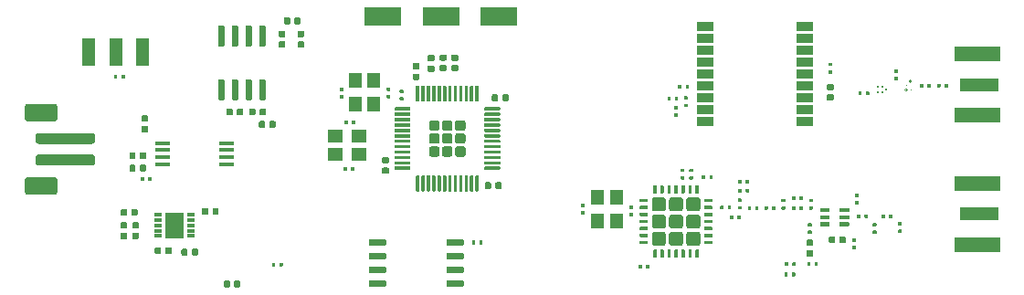
<source format=gbr>
G04 #@! TF.GenerationSoftware,KiCad,Pcbnew,(5.1.5)-3*
G04 #@! TF.CreationDate,2020-05-17T20:07:58+05:30*
G04 #@! TF.ProjectId,ArmTrax,41726d54-7261-4782-9e6b-696361645f70,rev?*
G04 #@! TF.SameCoordinates,Original*
G04 #@! TF.FileFunction,Paste,Top*
G04 #@! TF.FilePolarity,Positive*
%FSLAX46Y46*%
G04 Gerber Fmt 4.6, Leading zero omitted, Abs format (unit mm)*
G04 Created by KiCad (PCBNEW (5.1.5)-3) date 2020-05-17 20:07:58*
%MOMM*%
%LPD*%
G04 APERTURE LIST*
%ADD10C,0.125000*%
%ADD11C,0.100000*%
%ADD12R,1.450000X0.450000*%
%ADD13R,1.200000X1.400000*%
%ADD14R,1.400000X1.200000*%
%ADD15R,0.180000X0.250000*%
%ADD16R,1.600000X0.900000*%
%ADD17R,1.750000X2.450000*%
%ADD18R,0.800000X0.300000*%
%ADD19R,3.400000X1.800000*%
%ADD20R,1.250000X2.500000*%
%ADD21R,3.600000X1.270000*%
%ADD22R,4.200000X1.350000*%
G04 APERTURE END LIST*
D10*
X143662500Y-57400000D02*
G75*
G03X143662500Y-57400000I-62500J0D01*
G01*
X143662500Y-57800000D02*
G75*
G03X143662500Y-57800000I-62500J0D01*
G01*
X144062500Y-57800000D02*
G75*
G03X144062500Y-57800000I-62500J0D01*
G01*
D11*
X143725000Y-58200000D02*
G75*
G03X143725000Y-58200000I-125000J0D01*
G01*
X144125000Y-57400000D02*
G75*
G03X144125000Y-57400000I-125000J0D01*
G01*
X144125000Y-57400000D02*
G75*
G03X144125000Y-57400000I-125000J0D01*
G01*
X143725000Y-58200000D02*
G75*
G03X143725000Y-58200000I-125000J0D01*
G01*
D10*
X143662500Y-58200000D02*
G75*
G03X143662500Y-58200000I-62500J0D01*
G01*
D11*
X144125000Y-57400000D02*
G75*
G03X144125000Y-57400000I-125000J0D01*
G01*
D10*
X144062500Y-57400000D02*
G75*
G03X144062500Y-57400000I-62500J0D01*
G01*
X144062500Y-58200000D02*
G75*
G03X144062500Y-58200000I-62500J0D01*
G01*
D12*
X80600000Y-63125000D03*
X80600000Y-63775000D03*
X80600000Y-64425000D03*
X80600000Y-65075000D03*
X74700000Y-65075000D03*
X74700000Y-64425000D03*
X74700000Y-63775000D03*
X74700000Y-63125000D03*
D11*
G36*
X73236958Y-60570710D02*
G01*
X73251276Y-60572834D01*
X73265317Y-60576351D01*
X73278946Y-60581228D01*
X73292031Y-60587417D01*
X73304447Y-60594858D01*
X73316073Y-60603481D01*
X73326798Y-60613202D01*
X73336519Y-60623927D01*
X73345142Y-60635553D01*
X73352583Y-60647969D01*
X73358772Y-60661054D01*
X73363649Y-60674683D01*
X73367166Y-60688724D01*
X73369290Y-60703042D01*
X73370000Y-60717500D01*
X73370000Y-61012500D01*
X73369290Y-61026958D01*
X73367166Y-61041276D01*
X73363649Y-61055317D01*
X73358772Y-61068946D01*
X73352583Y-61082031D01*
X73345142Y-61094447D01*
X73336519Y-61106073D01*
X73326798Y-61116798D01*
X73316073Y-61126519D01*
X73304447Y-61135142D01*
X73292031Y-61142583D01*
X73278946Y-61148772D01*
X73265317Y-61153649D01*
X73251276Y-61157166D01*
X73236958Y-61159290D01*
X73222500Y-61160000D01*
X72877500Y-61160000D01*
X72863042Y-61159290D01*
X72848724Y-61157166D01*
X72834683Y-61153649D01*
X72821054Y-61148772D01*
X72807969Y-61142583D01*
X72795553Y-61135142D01*
X72783927Y-61126519D01*
X72773202Y-61116798D01*
X72763481Y-61106073D01*
X72754858Y-61094447D01*
X72747417Y-61082031D01*
X72741228Y-61068946D01*
X72736351Y-61055317D01*
X72732834Y-61041276D01*
X72730710Y-61026958D01*
X72730000Y-61012500D01*
X72730000Y-60717500D01*
X72730710Y-60703042D01*
X72732834Y-60688724D01*
X72736351Y-60674683D01*
X72741228Y-60661054D01*
X72747417Y-60647969D01*
X72754858Y-60635553D01*
X72763481Y-60623927D01*
X72773202Y-60613202D01*
X72783927Y-60603481D01*
X72795553Y-60594858D01*
X72807969Y-60587417D01*
X72821054Y-60581228D01*
X72834683Y-60576351D01*
X72848724Y-60572834D01*
X72863042Y-60570710D01*
X72877500Y-60570000D01*
X73222500Y-60570000D01*
X73236958Y-60570710D01*
G37*
G36*
X73236958Y-61540710D02*
G01*
X73251276Y-61542834D01*
X73265317Y-61546351D01*
X73278946Y-61551228D01*
X73292031Y-61557417D01*
X73304447Y-61564858D01*
X73316073Y-61573481D01*
X73326798Y-61583202D01*
X73336519Y-61593927D01*
X73345142Y-61605553D01*
X73352583Y-61617969D01*
X73358772Y-61631054D01*
X73363649Y-61644683D01*
X73367166Y-61658724D01*
X73369290Y-61673042D01*
X73370000Y-61687500D01*
X73370000Y-61982500D01*
X73369290Y-61996958D01*
X73367166Y-62011276D01*
X73363649Y-62025317D01*
X73358772Y-62038946D01*
X73352583Y-62052031D01*
X73345142Y-62064447D01*
X73336519Y-62076073D01*
X73326798Y-62086798D01*
X73316073Y-62096519D01*
X73304447Y-62105142D01*
X73292031Y-62112583D01*
X73278946Y-62118772D01*
X73265317Y-62123649D01*
X73251276Y-62127166D01*
X73236958Y-62129290D01*
X73222500Y-62130000D01*
X72877500Y-62130000D01*
X72863042Y-62129290D01*
X72848724Y-62127166D01*
X72834683Y-62123649D01*
X72821054Y-62118772D01*
X72807969Y-62112583D01*
X72795553Y-62105142D01*
X72783927Y-62096519D01*
X72773202Y-62086798D01*
X72763481Y-62076073D01*
X72754858Y-62064447D01*
X72747417Y-62052031D01*
X72741228Y-62038946D01*
X72736351Y-62025317D01*
X72732834Y-62011276D01*
X72730710Y-61996958D01*
X72730000Y-61982500D01*
X72730000Y-61687500D01*
X72730710Y-61673042D01*
X72732834Y-61658724D01*
X72736351Y-61644683D01*
X72741228Y-61631054D01*
X72747417Y-61617969D01*
X72754858Y-61605553D01*
X72763481Y-61593927D01*
X72773202Y-61583202D01*
X72783927Y-61573481D01*
X72795553Y-61564858D01*
X72807969Y-61557417D01*
X72821054Y-61551228D01*
X72834683Y-61546351D01*
X72848724Y-61542834D01*
X72863042Y-61540710D01*
X72877500Y-61540000D01*
X73222500Y-61540000D01*
X73236958Y-61540710D01*
G37*
G36*
X72076958Y-63980710D02*
G01*
X72091276Y-63982834D01*
X72105317Y-63986351D01*
X72118946Y-63991228D01*
X72132031Y-63997417D01*
X72144447Y-64004858D01*
X72156073Y-64013481D01*
X72166798Y-64023202D01*
X72176519Y-64033927D01*
X72185142Y-64045553D01*
X72192583Y-64057969D01*
X72198772Y-64071054D01*
X72203649Y-64084683D01*
X72207166Y-64098724D01*
X72209290Y-64113042D01*
X72210000Y-64127500D01*
X72210000Y-64472500D01*
X72209290Y-64486958D01*
X72207166Y-64501276D01*
X72203649Y-64515317D01*
X72198772Y-64528946D01*
X72192583Y-64542031D01*
X72185142Y-64554447D01*
X72176519Y-64566073D01*
X72166798Y-64576798D01*
X72156073Y-64586519D01*
X72144447Y-64595142D01*
X72132031Y-64602583D01*
X72118946Y-64608772D01*
X72105317Y-64613649D01*
X72091276Y-64617166D01*
X72076958Y-64619290D01*
X72062500Y-64620000D01*
X71767500Y-64620000D01*
X71753042Y-64619290D01*
X71738724Y-64617166D01*
X71724683Y-64613649D01*
X71711054Y-64608772D01*
X71697969Y-64602583D01*
X71685553Y-64595142D01*
X71673927Y-64586519D01*
X71663202Y-64576798D01*
X71653481Y-64566073D01*
X71644858Y-64554447D01*
X71637417Y-64542031D01*
X71631228Y-64528946D01*
X71626351Y-64515317D01*
X71622834Y-64501276D01*
X71620710Y-64486958D01*
X71620000Y-64472500D01*
X71620000Y-64127500D01*
X71620710Y-64113042D01*
X71622834Y-64098724D01*
X71626351Y-64084683D01*
X71631228Y-64071054D01*
X71637417Y-64057969D01*
X71644858Y-64045553D01*
X71653481Y-64033927D01*
X71663202Y-64023202D01*
X71673927Y-64013481D01*
X71685553Y-64004858D01*
X71697969Y-63997417D01*
X71711054Y-63991228D01*
X71724683Y-63986351D01*
X71738724Y-63982834D01*
X71753042Y-63980710D01*
X71767500Y-63980000D01*
X72062500Y-63980000D01*
X72076958Y-63980710D01*
G37*
G36*
X73046958Y-63980710D02*
G01*
X73061276Y-63982834D01*
X73075317Y-63986351D01*
X73088946Y-63991228D01*
X73102031Y-63997417D01*
X73114447Y-64004858D01*
X73126073Y-64013481D01*
X73136798Y-64023202D01*
X73146519Y-64033927D01*
X73155142Y-64045553D01*
X73162583Y-64057969D01*
X73168772Y-64071054D01*
X73173649Y-64084683D01*
X73177166Y-64098724D01*
X73179290Y-64113042D01*
X73180000Y-64127500D01*
X73180000Y-64472500D01*
X73179290Y-64486958D01*
X73177166Y-64501276D01*
X73173649Y-64515317D01*
X73168772Y-64528946D01*
X73162583Y-64542031D01*
X73155142Y-64554447D01*
X73146519Y-64566073D01*
X73136798Y-64576798D01*
X73126073Y-64586519D01*
X73114447Y-64595142D01*
X73102031Y-64602583D01*
X73088946Y-64608772D01*
X73075317Y-64613649D01*
X73061276Y-64617166D01*
X73046958Y-64619290D01*
X73032500Y-64620000D01*
X72737500Y-64620000D01*
X72723042Y-64619290D01*
X72708724Y-64617166D01*
X72694683Y-64613649D01*
X72681054Y-64608772D01*
X72667969Y-64602583D01*
X72655553Y-64595142D01*
X72643927Y-64586519D01*
X72633202Y-64576798D01*
X72623481Y-64566073D01*
X72614858Y-64554447D01*
X72607417Y-64542031D01*
X72601228Y-64528946D01*
X72596351Y-64515317D01*
X72592834Y-64501276D01*
X72590710Y-64486958D01*
X72590000Y-64472500D01*
X72590000Y-64127500D01*
X72590710Y-64113042D01*
X72592834Y-64098724D01*
X72596351Y-64084683D01*
X72601228Y-64071054D01*
X72607417Y-64057969D01*
X72614858Y-64045553D01*
X72623481Y-64033927D01*
X72633202Y-64023202D01*
X72643927Y-64013481D01*
X72655553Y-64004858D01*
X72667969Y-63997417D01*
X72681054Y-63991228D01*
X72694683Y-63986351D01*
X72708724Y-63982834D01*
X72723042Y-63980710D01*
X72737500Y-63980000D01*
X73032500Y-63980000D01*
X73046958Y-63980710D01*
G37*
G36*
X72076958Y-65130710D02*
G01*
X72091276Y-65132834D01*
X72105317Y-65136351D01*
X72118946Y-65141228D01*
X72132031Y-65147417D01*
X72144447Y-65154858D01*
X72156073Y-65163481D01*
X72166798Y-65173202D01*
X72176519Y-65183927D01*
X72185142Y-65195553D01*
X72192583Y-65207969D01*
X72198772Y-65221054D01*
X72203649Y-65234683D01*
X72207166Y-65248724D01*
X72209290Y-65263042D01*
X72210000Y-65277500D01*
X72210000Y-65622500D01*
X72209290Y-65636958D01*
X72207166Y-65651276D01*
X72203649Y-65665317D01*
X72198772Y-65678946D01*
X72192583Y-65692031D01*
X72185142Y-65704447D01*
X72176519Y-65716073D01*
X72166798Y-65726798D01*
X72156073Y-65736519D01*
X72144447Y-65745142D01*
X72132031Y-65752583D01*
X72118946Y-65758772D01*
X72105317Y-65763649D01*
X72091276Y-65767166D01*
X72076958Y-65769290D01*
X72062500Y-65770000D01*
X71767500Y-65770000D01*
X71753042Y-65769290D01*
X71738724Y-65767166D01*
X71724683Y-65763649D01*
X71711054Y-65758772D01*
X71697969Y-65752583D01*
X71685553Y-65745142D01*
X71673927Y-65736519D01*
X71663202Y-65726798D01*
X71653481Y-65716073D01*
X71644858Y-65704447D01*
X71637417Y-65692031D01*
X71631228Y-65678946D01*
X71626351Y-65665317D01*
X71622834Y-65651276D01*
X71620710Y-65636958D01*
X71620000Y-65622500D01*
X71620000Y-65277500D01*
X71620710Y-65263042D01*
X71622834Y-65248724D01*
X71626351Y-65234683D01*
X71631228Y-65221054D01*
X71637417Y-65207969D01*
X71644858Y-65195553D01*
X71653481Y-65183927D01*
X71663202Y-65173202D01*
X71673927Y-65163481D01*
X71685553Y-65154858D01*
X71697969Y-65147417D01*
X71711054Y-65141228D01*
X71724683Y-65136351D01*
X71738724Y-65132834D01*
X71753042Y-65130710D01*
X71767500Y-65130000D01*
X72062500Y-65130000D01*
X72076958Y-65130710D01*
G37*
G36*
X73046958Y-65130710D02*
G01*
X73061276Y-65132834D01*
X73075317Y-65136351D01*
X73088946Y-65141228D01*
X73102031Y-65147417D01*
X73114447Y-65154858D01*
X73126073Y-65163481D01*
X73136798Y-65173202D01*
X73146519Y-65183927D01*
X73155142Y-65195553D01*
X73162583Y-65207969D01*
X73168772Y-65221054D01*
X73173649Y-65234683D01*
X73177166Y-65248724D01*
X73179290Y-65263042D01*
X73180000Y-65277500D01*
X73180000Y-65622500D01*
X73179290Y-65636958D01*
X73177166Y-65651276D01*
X73173649Y-65665317D01*
X73168772Y-65678946D01*
X73162583Y-65692031D01*
X73155142Y-65704447D01*
X73146519Y-65716073D01*
X73136798Y-65726798D01*
X73126073Y-65736519D01*
X73114447Y-65745142D01*
X73102031Y-65752583D01*
X73088946Y-65758772D01*
X73075317Y-65763649D01*
X73061276Y-65767166D01*
X73046958Y-65769290D01*
X73032500Y-65770000D01*
X72737500Y-65770000D01*
X72723042Y-65769290D01*
X72708724Y-65767166D01*
X72694683Y-65763649D01*
X72681054Y-65758772D01*
X72667969Y-65752583D01*
X72655553Y-65745142D01*
X72643927Y-65736519D01*
X72633202Y-65726798D01*
X72623481Y-65716073D01*
X72614858Y-65704447D01*
X72607417Y-65692031D01*
X72601228Y-65678946D01*
X72596351Y-65665317D01*
X72592834Y-65651276D01*
X72590710Y-65636958D01*
X72590000Y-65622500D01*
X72590000Y-65277500D01*
X72590710Y-65263042D01*
X72592834Y-65248724D01*
X72596351Y-65234683D01*
X72601228Y-65221054D01*
X72607417Y-65207969D01*
X72614858Y-65195553D01*
X72623481Y-65183927D01*
X72633202Y-65173202D01*
X72643927Y-65163481D01*
X72655553Y-65154858D01*
X72667969Y-65147417D01*
X72681054Y-65141228D01*
X72694683Y-65136351D01*
X72708724Y-65132834D01*
X72723042Y-65130710D01*
X72737500Y-65130000D01*
X73032500Y-65130000D01*
X73046958Y-65130710D01*
G37*
G36*
X73632292Y-66270383D02*
G01*
X73640010Y-66271528D01*
X73647578Y-66273423D01*
X73654923Y-66276052D01*
X73661976Y-66279387D01*
X73668668Y-66283398D01*
X73674934Y-66288046D01*
X73680715Y-66293285D01*
X73685954Y-66299066D01*
X73690602Y-66305332D01*
X73694613Y-66312024D01*
X73697948Y-66319077D01*
X73700577Y-66326422D01*
X73702472Y-66333990D01*
X73703617Y-66341708D01*
X73704000Y-66349500D01*
X73704000Y-66550500D01*
X73703617Y-66558292D01*
X73702472Y-66566010D01*
X73700577Y-66573578D01*
X73697948Y-66580923D01*
X73694613Y-66587976D01*
X73690602Y-66594668D01*
X73685954Y-66600934D01*
X73680715Y-66606715D01*
X73674934Y-66611954D01*
X73668668Y-66616602D01*
X73661976Y-66620613D01*
X73654923Y-66623948D01*
X73647578Y-66626577D01*
X73640010Y-66628472D01*
X73632292Y-66629617D01*
X73624500Y-66630000D01*
X73465500Y-66630000D01*
X73457708Y-66629617D01*
X73449990Y-66628472D01*
X73442422Y-66626577D01*
X73435077Y-66623948D01*
X73428024Y-66620613D01*
X73421332Y-66616602D01*
X73415066Y-66611954D01*
X73409285Y-66606715D01*
X73404046Y-66600934D01*
X73399398Y-66594668D01*
X73395387Y-66587976D01*
X73392052Y-66580923D01*
X73389423Y-66573578D01*
X73387528Y-66566010D01*
X73386383Y-66558292D01*
X73386000Y-66550500D01*
X73386000Y-66349500D01*
X73386383Y-66341708D01*
X73387528Y-66333990D01*
X73389423Y-66326422D01*
X73392052Y-66319077D01*
X73395387Y-66312024D01*
X73399398Y-66305332D01*
X73404046Y-66299066D01*
X73409285Y-66293285D01*
X73415066Y-66288046D01*
X73421332Y-66283398D01*
X73428024Y-66279387D01*
X73435077Y-66276052D01*
X73442422Y-66273423D01*
X73449990Y-66271528D01*
X73457708Y-66270383D01*
X73465500Y-66270000D01*
X73624500Y-66270000D01*
X73632292Y-66270383D01*
G37*
G36*
X72942292Y-66270383D02*
G01*
X72950010Y-66271528D01*
X72957578Y-66273423D01*
X72964923Y-66276052D01*
X72971976Y-66279387D01*
X72978668Y-66283398D01*
X72984934Y-66288046D01*
X72990715Y-66293285D01*
X72995954Y-66299066D01*
X73000602Y-66305332D01*
X73004613Y-66312024D01*
X73007948Y-66319077D01*
X73010577Y-66326422D01*
X73012472Y-66333990D01*
X73013617Y-66341708D01*
X73014000Y-66349500D01*
X73014000Y-66550500D01*
X73013617Y-66558292D01*
X73012472Y-66566010D01*
X73010577Y-66573578D01*
X73007948Y-66580923D01*
X73004613Y-66587976D01*
X73000602Y-66594668D01*
X72995954Y-66600934D01*
X72990715Y-66606715D01*
X72984934Y-66611954D01*
X72978668Y-66616602D01*
X72971976Y-66620613D01*
X72964923Y-66623948D01*
X72957578Y-66626577D01*
X72950010Y-66628472D01*
X72942292Y-66629617D01*
X72934500Y-66630000D01*
X72775500Y-66630000D01*
X72767708Y-66629617D01*
X72759990Y-66628472D01*
X72752422Y-66626577D01*
X72745077Y-66623948D01*
X72738024Y-66620613D01*
X72731332Y-66616602D01*
X72725066Y-66611954D01*
X72719285Y-66606715D01*
X72714046Y-66600934D01*
X72709398Y-66594668D01*
X72705387Y-66587976D01*
X72702052Y-66580923D01*
X72699423Y-66573578D01*
X72697528Y-66566010D01*
X72696383Y-66558292D01*
X72696000Y-66550500D01*
X72696000Y-66349500D01*
X72696383Y-66341708D01*
X72697528Y-66333990D01*
X72699423Y-66326422D01*
X72702052Y-66319077D01*
X72705387Y-66312024D01*
X72709398Y-66305332D01*
X72714046Y-66299066D01*
X72719285Y-66293285D01*
X72725066Y-66288046D01*
X72731332Y-66283398D01*
X72738024Y-66279387D01*
X72745077Y-66276052D01*
X72752422Y-66273423D01*
X72759990Y-66271528D01*
X72767708Y-66270383D01*
X72775500Y-66270000D01*
X72934500Y-66270000D01*
X72942292Y-66270383D01*
G37*
G36*
X138274787Y-69160482D02*
G01*
X138284496Y-69161922D01*
X138294017Y-69164307D01*
X138303258Y-69167613D01*
X138312131Y-69171810D01*
X138320550Y-69176856D01*
X138328433Y-69182703D01*
X138335706Y-69189294D01*
X138342297Y-69196567D01*
X138348144Y-69204450D01*
X138353190Y-69212869D01*
X138357387Y-69221742D01*
X138360693Y-69230983D01*
X138363078Y-69240504D01*
X138364518Y-69250213D01*
X138365000Y-69260016D01*
X138365000Y-69439984D01*
X138364518Y-69449787D01*
X138363078Y-69459496D01*
X138360693Y-69469017D01*
X138357387Y-69478258D01*
X138353190Y-69487131D01*
X138348144Y-69495550D01*
X138342297Y-69503433D01*
X138335706Y-69510706D01*
X138328433Y-69517297D01*
X138320550Y-69523144D01*
X138312131Y-69528190D01*
X138303258Y-69532387D01*
X138294017Y-69535693D01*
X138284496Y-69538078D01*
X138274787Y-69539518D01*
X138264984Y-69540000D01*
X137545016Y-69540000D01*
X137535213Y-69539518D01*
X137525504Y-69538078D01*
X137515983Y-69535693D01*
X137506742Y-69532387D01*
X137497869Y-69528190D01*
X137489450Y-69523144D01*
X137481567Y-69517297D01*
X137474294Y-69510706D01*
X137467703Y-69503433D01*
X137461856Y-69495550D01*
X137456810Y-69487131D01*
X137452613Y-69478258D01*
X137449307Y-69469017D01*
X137446922Y-69459496D01*
X137445482Y-69449787D01*
X137445000Y-69439984D01*
X137445000Y-69260016D01*
X137445482Y-69250213D01*
X137446922Y-69240504D01*
X137449307Y-69230983D01*
X137452613Y-69221742D01*
X137456810Y-69212869D01*
X137461856Y-69204450D01*
X137467703Y-69196567D01*
X137474294Y-69189294D01*
X137481567Y-69182703D01*
X137489450Y-69176856D01*
X137497869Y-69171810D01*
X137506742Y-69167613D01*
X137515983Y-69164307D01*
X137525504Y-69161922D01*
X137535213Y-69160482D01*
X137545016Y-69160000D01*
X138264984Y-69160000D01*
X138274787Y-69160482D01*
G37*
G36*
X138274787Y-69810482D02*
G01*
X138284496Y-69811922D01*
X138294017Y-69814307D01*
X138303258Y-69817613D01*
X138312131Y-69821810D01*
X138320550Y-69826856D01*
X138328433Y-69832703D01*
X138335706Y-69839294D01*
X138342297Y-69846567D01*
X138348144Y-69854450D01*
X138353190Y-69862869D01*
X138357387Y-69871742D01*
X138360693Y-69880983D01*
X138363078Y-69890504D01*
X138364518Y-69900213D01*
X138365000Y-69910016D01*
X138365000Y-70089984D01*
X138364518Y-70099787D01*
X138363078Y-70109496D01*
X138360693Y-70119017D01*
X138357387Y-70128258D01*
X138353190Y-70137131D01*
X138348144Y-70145550D01*
X138342297Y-70153433D01*
X138335706Y-70160706D01*
X138328433Y-70167297D01*
X138320550Y-70173144D01*
X138312131Y-70178190D01*
X138303258Y-70182387D01*
X138294017Y-70185693D01*
X138284496Y-70188078D01*
X138274787Y-70189518D01*
X138264984Y-70190000D01*
X137545016Y-70190000D01*
X137535213Y-70189518D01*
X137525504Y-70188078D01*
X137515983Y-70185693D01*
X137506742Y-70182387D01*
X137497869Y-70178190D01*
X137489450Y-70173144D01*
X137481567Y-70167297D01*
X137474294Y-70160706D01*
X137467703Y-70153433D01*
X137461856Y-70145550D01*
X137456810Y-70137131D01*
X137452613Y-70128258D01*
X137449307Y-70119017D01*
X137446922Y-70109496D01*
X137445482Y-70099787D01*
X137445000Y-70089984D01*
X137445000Y-69910016D01*
X137445482Y-69900213D01*
X137446922Y-69890504D01*
X137449307Y-69880983D01*
X137452613Y-69871742D01*
X137456810Y-69862869D01*
X137461856Y-69854450D01*
X137467703Y-69846567D01*
X137474294Y-69839294D01*
X137481567Y-69832703D01*
X137489450Y-69826856D01*
X137497869Y-69821810D01*
X137506742Y-69817613D01*
X137515983Y-69814307D01*
X137525504Y-69811922D01*
X137535213Y-69810482D01*
X137545016Y-69810000D01*
X138264984Y-69810000D01*
X138274787Y-69810482D01*
G37*
G36*
X138274787Y-70460482D02*
G01*
X138284496Y-70461922D01*
X138294017Y-70464307D01*
X138303258Y-70467613D01*
X138312131Y-70471810D01*
X138320550Y-70476856D01*
X138328433Y-70482703D01*
X138335706Y-70489294D01*
X138342297Y-70496567D01*
X138348144Y-70504450D01*
X138353190Y-70512869D01*
X138357387Y-70521742D01*
X138360693Y-70530983D01*
X138363078Y-70540504D01*
X138364518Y-70550213D01*
X138365000Y-70560016D01*
X138365000Y-70739984D01*
X138364518Y-70749787D01*
X138363078Y-70759496D01*
X138360693Y-70769017D01*
X138357387Y-70778258D01*
X138353190Y-70787131D01*
X138348144Y-70795550D01*
X138342297Y-70803433D01*
X138335706Y-70810706D01*
X138328433Y-70817297D01*
X138320550Y-70823144D01*
X138312131Y-70828190D01*
X138303258Y-70832387D01*
X138294017Y-70835693D01*
X138284496Y-70838078D01*
X138274787Y-70839518D01*
X138264984Y-70840000D01*
X137545016Y-70840000D01*
X137535213Y-70839518D01*
X137525504Y-70838078D01*
X137515983Y-70835693D01*
X137506742Y-70832387D01*
X137497869Y-70828190D01*
X137489450Y-70823144D01*
X137481567Y-70817297D01*
X137474294Y-70810706D01*
X137467703Y-70803433D01*
X137461856Y-70795550D01*
X137456810Y-70787131D01*
X137452613Y-70778258D01*
X137449307Y-70769017D01*
X137446922Y-70759496D01*
X137445482Y-70749787D01*
X137445000Y-70739984D01*
X137445000Y-70560016D01*
X137445482Y-70550213D01*
X137446922Y-70540504D01*
X137449307Y-70530983D01*
X137452613Y-70521742D01*
X137456810Y-70512869D01*
X137461856Y-70504450D01*
X137467703Y-70496567D01*
X137474294Y-70489294D01*
X137481567Y-70482703D01*
X137489450Y-70476856D01*
X137497869Y-70471810D01*
X137506742Y-70467613D01*
X137515983Y-70464307D01*
X137525504Y-70461922D01*
X137535213Y-70460482D01*
X137545016Y-70460000D01*
X138264984Y-70460000D01*
X138274787Y-70460482D01*
G37*
G36*
X136464787Y-70460482D02*
G01*
X136474496Y-70461922D01*
X136484017Y-70464307D01*
X136493258Y-70467613D01*
X136502131Y-70471810D01*
X136510550Y-70476856D01*
X136518433Y-70482703D01*
X136525706Y-70489294D01*
X136532297Y-70496567D01*
X136538144Y-70504450D01*
X136543190Y-70512869D01*
X136547387Y-70521742D01*
X136550693Y-70530983D01*
X136553078Y-70540504D01*
X136554518Y-70550213D01*
X136555000Y-70560016D01*
X136555000Y-70739984D01*
X136554518Y-70749787D01*
X136553078Y-70759496D01*
X136550693Y-70769017D01*
X136547387Y-70778258D01*
X136543190Y-70787131D01*
X136538144Y-70795550D01*
X136532297Y-70803433D01*
X136525706Y-70810706D01*
X136518433Y-70817297D01*
X136510550Y-70823144D01*
X136502131Y-70828190D01*
X136493258Y-70832387D01*
X136484017Y-70835693D01*
X136474496Y-70838078D01*
X136464787Y-70839518D01*
X136454984Y-70840000D01*
X135735016Y-70840000D01*
X135725213Y-70839518D01*
X135715504Y-70838078D01*
X135705983Y-70835693D01*
X135696742Y-70832387D01*
X135687869Y-70828190D01*
X135679450Y-70823144D01*
X135671567Y-70817297D01*
X135664294Y-70810706D01*
X135657703Y-70803433D01*
X135651856Y-70795550D01*
X135646810Y-70787131D01*
X135642613Y-70778258D01*
X135639307Y-70769017D01*
X135636922Y-70759496D01*
X135635482Y-70749787D01*
X135635000Y-70739984D01*
X135635000Y-70560016D01*
X135635482Y-70550213D01*
X135636922Y-70540504D01*
X135639307Y-70530983D01*
X135642613Y-70521742D01*
X135646810Y-70512869D01*
X135651856Y-70504450D01*
X135657703Y-70496567D01*
X135664294Y-70489294D01*
X135671567Y-70482703D01*
X135679450Y-70476856D01*
X135687869Y-70471810D01*
X135696742Y-70467613D01*
X135705983Y-70464307D01*
X135715504Y-70461922D01*
X135725213Y-70460482D01*
X135735016Y-70460000D01*
X136454984Y-70460000D01*
X136464787Y-70460482D01*
G37*
G36*
X136464787Y-69810482D02*
G01*
X136474496Y-69811922D01*
X136484017Y-69814307D01*
X136493258Y-69817613D01*
X136502131Y-69821810D01*
X136510550Y-69826856D01*
X136518433Y-69832703D01*
X136525706Y-69839294D01*
X136532297Y-69846567D01*
X136538144Y-69854450D01*
X136543190Y-69862869D01*
X136547387Y-69871742D01*
X136550693Y-69880983D01*
X136553078Y-69890504D01*
X136554518Y-69900213D01*
X136555000Y-69910016D01*
X136555000Y-70089984D01*
X136554518Y-70099787D01*
X136553078Y-70109496D01*
X136550693Y-70119017D01*
X136547387Y-70128258D01*
X136543190Y-70137131D01*
X136538144Y-70145550D01*
X136532297Y-70153433D01*
X136525706Y-70160706D01*
X136518433Y-70167297D01*
X136510550Y-70173144D01*
X136502131Y-70178190D01*
X136493258Y-70182387D01*
X136484017Y-70185693D01*
X136474496Y-70188078D01*
X136464787Y-70189518D01*
X136454984Y-70190000D01*
X135735016Y-70190000D01*
X135725213Y-70189518D01*
X135715504Y-70188078D01*
X135705983Y-70185693D01*
X135696742Y-70182387D01*
X135687869Y-70178190D01*
X135679450Y-70173144D01*
X135671567Y-70167297D01*
X135664294Y-70160706D01*
X135657703Y-70153433D01*
X135651856Y-70145550D01*
X135646810Y-70137131D01*
X135642613Y-70128258D01*
X135639307Y-70119017D01*
X135636922Y-70109496D01*
X135635482Y-70099787D01*
X135635000Y-70089984D01*
X135635000Y-69910016D01*
X135635482Y-69900213D01*
X135636922Y-69890504D01*
X135639307Y-69880983D01*
X135642613Y-69871742D01*
X135646810Y-69862869D01*
X135651856Y-69854450D01*
X135657703Y-69846567D01*
X135664294Y-69839294D01*
X135671567Y-69832703D01*
X135679450Y-69826856D01*
X135687869Y-69821810D01*
X135696742Y-69817613D01*
X135705983Y-69814307D01*
X135715504Y-69811922D01*
X135725213Y-69810482D01*
X135735016Y-69810000D01*
X136454984Y-69810000D01*
X136464787Y-69810482D01*
G37*
G36*
X136464787Y-69160482D02*
G01*
X136474496Y-69161922D01*
X136484017Y-69164307D01*
X136493258Y-69167613D01*
X136502131Y-69171810D01*
X136510550Y-69176856D01*
X136518433Y-69182703D01*
X136525706Y-69189294D01*
X136532297Y-69196567D01*
X136538144Y-69204450D01*
X136543190Y-69212869D01*
X136547387Y-69221742D01*
X136550693Y-69230983D01*
X136553078Y-69240504D01*
X136554518Y-69250213D01*
X136555000Y-69260016D01*
X136555000Y-69439984D01*
X136554518Y-69449787D01*
X136553078Y-69459496D01*
X136550693Y-69469017D01*
X136547387Y-69478258D01*
X136543190Y-69487131D01*
X136538144Y-69495550D01*
X136532297Y-69503433D01*
X136525706Y-69510706D01*
X136518433Y-69517297D01*
X136510550Y-69523144D01*
X136502131Y-69528190D01*
X136493258Y-69532387D01*
X136484017Y-69535693D01*
X136474496Y-69538078D01*
X136464787Y-69539518D01*
X136454984Y-69540000D01*
X135735016Y-69540000D01*
X135725213Y-69539518D01*
X135715504Y-69538078D01*
X135705983Y-69535693D01*
X135696742Y-69532387D01*
X135687869Y-69528190D01*
X135679450Y-69523144D01*
X135671567Y-69517297D01*
X135664294Y-69510706D01*
X135657703Y-69503433D01*
X135651856Y-69495550D01*
X135646810Y-69487131D01*
X135642613Y-69478258D01*
X135639307Y-69469017D01*
X135636922Y-69459496D01*
X135635482Y-69449787D01*
X135635000Y-69439984D01*
X135635000Y-69260016D01*
X135635482Y-69250213D01*
X135636922Y-69240504D01*
X135639307Y-69230983D01*
X135642613Y-69221742D01*
X135646810Y-69212869D01*
X135651856Y-69204450D01*
X135657703Y-69196567D01*
X135664294Y-69189294D01*
X135671567Y-69182703D01*
X135679450Y-69176856D01*
X135687869Y-69171810D01*
X135696742Y-69167613D01*
X135705983Y-69164307D01*
X135715504Y-69161922D01*
X135725213Y-69160482D01*
X135735016Y-69160000D01*
X136454984Y-69160000D01*
X136464787Y-69160482D01*
G37*
G36*
X102484703Y-72055722D02*
G01*
X102499264Y-72057882D01*
X102513543Y-72061459D01*
X102527403Y-72066418D01*
X102540710Y-72072712D01*
X102553336Y-72080280D01*
X102565159Y-72089048D01*
X102576066Y-72098934D01*
X102585952Y-72109841D01*
X102594720Y-72121664D01*
X102602288Y-72134290D01*
X102608582Y-72147597D01*
X102613541Y-72161457D01*
X102617118Y-72175736D01*
X102619278Y-72190297D01*
X102620000Y-72205000D01*
X102620000Y-72505000D01*
X102619278Y-72519703D01*
X102617118Y-72534264D01*
X102613541Y-72548543D01*
X102608582Y-72562403D01*
X102602288Y-72575710D01*
X102594720Y-72588336D01*
X102585952Y-72600159D01*
X102576066Y-72611066D01*
X102565159Y-72620952D01*
X102553336Y-72629720D01*
X102540710Y-72637288D01*
X102527403Y-72643582D01*
X102513543Y-72648541D01*
X102499264Y-72652118D01*
X102484703Y-72654278D01*
X102470000Y-72655000D01*
X101170000Y-72655000D01*
X101155297Y-72654278D01*
X101140736Y-72652118D01*
X101126457Y-72648541D01*
X101112597Y-72643582D01*
X101099290Y-72637288D01*
X101086664Y-72629720D01*
X101074841Y-72620952D01*
X101063934Y-72611066D01*
X101054048Y-72600159D01*
X101045280Y-72588336D01*
X101037712Y-72575710D01*
X101031418Y-72562403D01*
X101026459Y-72548543D01*
X101022882Y-72534264D01*
X101020722Y-72519703D01*
X101020000Y-72505000D01*
X101020000Y-72205000D01*
X101020722Y-72190297D01*
X101022882Y-72175736D01*
X101026459Y-72161457D01*
X101031418Y-72147597D01*
X101037712Y-72134290D01*
X101045280Y-72121664D01*
X101054048Y-72109841D01*
X101063934Y-72098934D01*
X101074841Y-72089048D01*
X101086664Y-72080280D01*
X101099290Y-72072712D01*
X101112597Y-72066418D01*
X101126457Y-72061459D01*
X101140736Y-72057882D01*
X101155297Y-72055722D01*
X101170000Y-72055000D01*
X102470000Y-72055000D01*
X102484703Y-72055722D01*
G37*
G36*
X102484703Y-73325722D02*
G01*
X102499264Y-73327882D01*
X102513543Y-73331459D01*
X102527403Y-73336418D01*
X102540710Y-73342712D01*
X102553336Y-73350280D01*
X102565159Y-73359048D01*
X102576066Y-73368934D01*
X102585952Y-73379841D01*
X102594720Y-73391664D01*
X102602288Y-73404290D01*
X102608582Y-73417597D01*
X102613541Y-73431457D01*
X102617118Y-73445736D01*
X102619278Y-73460297D01*
X102620000Y-73475000D01*
X102620000Y-73775000D01*
X102619278Y-73789703D01*
X102617118Y-73804264D01*
X102613541Y-73818543D01*
X102608582Y-73832403D01*
X102602288Y-73845710D01*
X102594720Y-73858336D01*
X102585952Y-73870159D01*
X102576066Y-73881066D01*
X102565159Y-73890952D01*
X102553336Y-73899720D01*
X102540710Y-73907288D01*
X102527403Y-73913582D01*
X102513543Y-73918541D01*
X102499264Y-73922118D01*
X102484703Y-73924278D01*
X102470000Y-73925000D01*
X101170000Y-73925000D01*
X101155297Y-73924278D01*
X101140736Y-73922118D01*
X101126457Y-73918541D01*
X101112597Y-73913582D01*
X101099290Y-73907288D01*
X101086664Y-73899720D01*
X101074841Y-73890952D01*
X101063934Y-73881066D01*
X101054048Y-73870159D01*
X101045280Y-73858336D01*
X101037712Y-73845710D01*
X101031418Y-73832403D01*
X101026459Y-73818543D01*
X101022882Y-73804264D01*
X101020722Y-73789703D01*
X101020000Y-73775000D01*
X101020000Y-73475000D01*
X101020722Y-73460297D01*
X101022882Y-73445736D01*
X101026459Y-73431457D01*
X101031418Y-73417597D01*
X101037712Y-73404290D01*
X101045280Y-73391664D01*
X101054048Y-73379841D01*
X101063934Y-73368934D01*
X101074841Y-73359048D01*
X101086664Y-73350280D01*
X101099290Y-73342712D01*
X101112597Y-73336418D01*
X101126457Y-73331459D01*
X101140736Y-73327882D01*
X101155297Y-73325722D01*
X101170000Y-73325000D01*
X102470000Y-73325000D01*
X102484703Y-73325722D01*
G37*
G36*
X102484703Y-74595722D02*
G01*
X102499264Y-74597882D01*
X102513543Y-74601459D01*
X102527403Y-74606418D01*
X102540710Y-74612712D01*
X102553336Y-74620280D01*
X102565159Y-74629048D01*
X102576066Y-74638934D01*
X102585952Y-74649841D01*
X102594720Y-74661664D01*
X102602288Y-74674290D01*
X102608582Y-74687597D01*
X102613541Y-74701457D01*
X102617118Y-74715736D01*
X102619278Y-74730297D01*
X102620000Y-74745000D01*
X102620000Y-75045000D01*
X102619278Y-75059703D01*
X102617118Y-75074264D01*
X102613541Y-75088543D01*
X102608582Y-75102403D01*
X102602288Y-75115710D01*
X102594720Y-75128336D01*
X102585952Y-75140159D01*
X102576066Y-75151066D01*
X102565159Y-75160952D01*
X102553336Y-75169720D01*
X102540710Y-75177288D01*
X102527403Y-75183582D01*
X102513543Y-75188541D01*
X102499264Y-75192118D01*
X102484703Y-75194278D01*
X102470000Y-75195000D01*
X101170000Y-75195000D01*
X101155297Y-75194278D01*
X101140736Y-75192118D01*
X101126457Y-75188541D01*
X101112597Y-75183582D01*
X101099290Y-75177288D01*
X101086664Y-75169720D01*
X101074841Y-75160952D01*
X101063934Y-75151066D01*
X101054048Y-75140159D01*
X101045280Y-75128336D01*
X101037712Y-75115710D01*
X101031418Y-75102403D01*
X101026459Y-75088543D01*
X101022882Y-75074264D01*
X101020722Y-75059703D01*
X101020000Y-75045000D01*
X101020000Y-74745000D01*
X101020722Y-74730297D01*
X101022882Y-74715736D01*
X101026459Y-74701457D01*
X101031418Y-74687597D01*
X101037712Y-74674290D01*
X101045280Y-74661664D01*
X101054048Y-74649841D01*
X101063934Y-74638934D01*
X101074841Y-74629048D01*
X101086664Y-74620280D01*
X101099290Y-74612712D01*
X101112597Y-74606418D01*
X101126457Y-74601459D01*
X101140736Y-74597882D01*
X101155297Y-74595722D01*
X101170000Y-74595000D01*
X102470000Y-74595000D01*
X102484703Y-74595722D01*
G37*
G36*
X102484703Y-75865722D02*
G01*
X102499264Y-75867882D01*
X102513543Y-75871459D01*
X102527403Y-75876418D01*
X102540710Y-75882712D01*
X102553336Y-75890280D01*
X102565159Y-75899048D01*
X102576066Y-75908934D01*
X102585952Y-75919841D01*
X102594720Y-75931664D01*
X102602288Y-75944290D01*
X102608582Y-75957597D01*
X102613541Y-75971457D01*
X102617118Y-75985736D01*
X102619278Y-76000297D01*
X102620000Y-76015000D01*
X102620000Y-76315000D01*
X102619278Y-76329703D01*
X102617118Y-76344264D01*
X102613541Y-76358543D01*
X102608582Y-76372403D01*
X102602288Y-76385710D01*
X102594720Y-76398336D01*
X102585952Y-76410159D01*
X102576066Y-76421066D01*
X102565159Y-76430952D01*
X102553336Y-76439720D01*
X102540710Y-76447288D01*
X102527403Y-76453582D01*
X102513543Y-76458541D01*
X102499264Y-76462118D01*
X102484703Y-76464278D01*
X102470000Y-76465000D01*
X101170000Y-76465000D01*
X101155297Y-76464278D01*
X101140736Y-76462118D01*
X101126457Y-76458541D01*
X101112597Y-76453582D01*
X101099290Y-76447288D01*
X101086664Y-76439720D01*
X101074841Y-76430952D01*
X101063934Y-76421066D01*
X101054048Y-76410159D01*
X101045280Y-76398336D01*
X101037712Y-76385710D01*
X101031418Y-76372403D01*
X101026459Y-76358543D01*
X101022882Y-76344264D01*
X101020722Y-76329703D01*
X101020000Y-76315000D01*
X101020000Y-76015000D01*
X101020722Y-76000297D01*
X101022882Y-75985736D01*
X101026459Y-75971457D01*
X101031418Y-75957597D01*
X101037712Y-75944290D01*
X101045280Y-75931664D01*
X101054048Y-75919841D01*
X101063934Y-75908934D01*
X101074841Y-75899048D01*
X101086664Y-75890280D01*
X101099290Y-75882712D01*
X101112597Y-75876418D01*
X101126457Y-75871459D01*
X101140736Y-75867882D01*
X101155297Y-75865722D01*
X101170000Y-75865000D01*
X102470000Y-75865000D01*
X102484703Y-75865722D01*
G37*
G36*
X95284703Y-75865722D02*
G01*
X95299264Y-75867882D01*
X95313543Y-75871459D01*
X95327403Y-75876418D01*
X95340710Y-75882712D01*
X95353336Y-75890280D01*
X95365159Y-75899048D01*
X95376066Y-75908934D01*
X95385952Y-75919841D01*
X95394720Y-75931664D01*
X95402288Y-75944290D01*
X95408582Y-75957597D01*
X95413541Y-75971457D01*
X95417118Y-75985736D01*
X95419278Y-76000297D01*
X95420000Y-76015000D01*
X95420000Y-76315000D01*
X95419278Y-76329703D01*
X95417118Y-76344264D01*
X95413541Y-76358543D01*
X95408582Y-76372403D01*
X95402288Y-76385710D01*
X95394720Y-76398336D01*
X95385952Y-76410159D01*
X95376066Y-76421066D01*
X95365159Y-76430952D01*
X95353336Y-76439720D01*
X95340710Y-76447288D01*
X95327403Y-76453582D01*
X95313543Y-76458541D01*
X95299264Y-76462118D01*
X95284703Y-76464278D01*
X95270000Y-76465000D01*
X93970000Y-76465000D01*
X93955297Y-76464278D01*
X93940736Y-76462118D01*
X93926457Y-76458541D01*
X93912597Y-76453582D01*
X93899290Y-76447288D01*
X93886664Y-76439720D01*
X93874841Y-76430952D01*
X93863934Y-76421066D01*
X93854048Y-76410159D01*
X93845280Y-76398336D01*
X93837712Y-76385710D01*
X93831418Y-76372403D01*
X93826459Y-76358543D01*
X93822882Y-76344264D01*
X93820722Y-76329703D01*
X93820000Y-76315000D01*
X93820000Y-76015000D01*
X93820722Y-76000297D01*
X93822882Y-75985736D01*
X93826459Y-75971457D01*
X93831418Y-75957597D01*
X93837712Y-75944290D01*
X93845280Y-75931664D01*
X93854048Y-75919841D01*
X93863934Y-75908934D01*
X93874841Y-75899048D01*
X93886664Y-75890280D01*
X93899290Y-75882712D01*
X93912597Y-75876418D01*
X93926457Y-75871459D01*
X93940736Y-75867882D01*
X93955297Y-75865722D01*
X93970000Y-75865000D01*
X95270000Y-75865000D01*
X95284703Y-75865722D01*
G37*
G36*
X95284703Y-74595722D02*
G01*
X95299264Y-74597882D01*
X95313543Y-74601459D01*
X95327403Y-74606418D01*
X95340710Y-74612712D01*
X95353336Y-74620280D01*
X95365159Y-74629048D01*
X95376066Y-74638934D01*
X95385952Y-74649841D01*
X95394720Y-74661664D01*
X95402288Y-74674290D01*
X95408582Y-74687597D01*
X95413541Y-74701457D01*
X95417118Y-74715736D01*
X95419278Y-74730297D01*
X95420000Y-74745000D01*
X95420000Y-75045000D01*
X95419278Y-75059703D01*
X95417118Y-75074264D01*
X95413541Y-75088543D01*
X95408582Y-75102403D01*
X95402288Y-75115710D01*
X95394720Y-75128336D01*
X95385952Y-75140159D01*
X95376066Y-75151066D01*
X95365159Y-75160952D01*
X95353336Y-75169720D01*
X95340710Y-75177288D01*
X95327403Y-75183582D01*
X95313543Y-75188541D01*
X95299264Y-75192118D01*
X95284703Y-75194278D01*
X95270000Y-75195000D01*
X93970000Y-75195000D01*
X93955297Y-75194278D01*
X93940736Y-75192118D01*
X93926457Y-75188541D01*
X93912597Y-75183582D01*
X93899290Y-75177288D01*
X93886664Y-75169720D01*
X93874841Y-75160952D01*
X93863934Y-75151066D01*
X93854048Y-75140159D01*
X93845280Y-75128336D01*
X93837712Y-75115710D01*
X93831418Y-75102403D01*
X93826459Y-75088543D01*
X93822882Y-75074264D01*
X93820722Y-75059703D01*
X93820000Y-75045000D01*
X93820000Y-74745000D01*
X93820722Y-74730297D01*
X93822882Y-74715736D01*
X93826459Y-74701457D01*
X93831418Y-74687597D01*
X93837712Y-74674290D01*
X93845280Y-74661664D01*
X93854048Y-74649841D01*
X93863934Y-74638934D01*
X93874841Y-74629048D01*
X93886664Y-74620280D01*
X93899290Y-74612712D01*
X93912597Y-74606418D01*
X93926457Y-74601459D01*
X93940736Y-74597882D01*
X93955297Y-74595722D01*
X93970000Y-74595000D01*
X95270000Y-74595000D01*
X95284703Y-74595722D01*
G37*
G36*
X95284703Y-73325722D02*
G01*
X95299264Y-73327882D01*
X95313543Y-73331459D01*
X95327403Y-73336418D01*
X95340710Y-73342712D01*
X95353336Y-73350280D01*
X95365159Y-73359048D01*
X95376066Y-73368934D01*
X95385952Y-73379841D01*
X95394720Y-73391664D01*
X95402288Y-73404290D01*
X95408582Y-73417597D01*
X95413541Y-73431457D01*
X95417118Y-73445736D01*
X95419278Y-73460297D01*
X95420000Y-73475000D01*
X95420000Y-73775000D01*
X95419278Y-73789703D01*
X95417118Y-73804264D01*
X95413541Y-73818543D01*
X95408582Y-73832403D01*
X95402288Y-73845710D01*
X95394720Y-73858336D01*
X95385952Y-73870159D01*
X95376066Y-73881066D01*
X95365159Y-73890952D01*
X95353336Y-73899720D01*
X95340710Y-73907288D01*
X95327403Y-73913582D01*
X95313543Y-73918541D01*
X95299264Y-73922118D01*
X95284703Y-73924278D01*
X95270000Y-73925000D01*
X93970000Y-73925000D01*
X93955297Y-73924278D01*
X93940736Y-73922118D01*
X93926457Y-73918541D01*
X93912597Y-73913582D01*
X93899290Y-73907288D01*
X93886664Y-73899720D01*
X93874841Y-73890952D01*
X93863934Y-73881066D01*
X93854048Y-73870159D01*
X93845280Y-73858336D01*
X93837712Y-73845710D01*
X93831418Y-73832403D01*
X93826459Y-73818543D01*
X93822882Y-73804264D01*
X93820722Y-73789703D01*
X93820000Y-73775000D01*
X93820000Y-73475000D01*
X93820722Y-73460297D01*
X93822882Y-73445736D01*
X93826459Y-73431457D01*
X93831418Y-73417597D01*
X93837712Y-73404290D01*
X93845280Y-73391664D01*
X93854048Y-73379841D01*
X93863934Y-73368934D01*
X93874841Y-73359048D01*
X93886664Y-73350280D01*
X93899290Y-73342712D01*
X93912597Y-73336418D01*
X93926457Y-73331459D01*
X93940736Y-73327882D01*
X93955297Y-73325722D01*
X93970000Y-73325000D01*
X95270000Y-73325000D01*
X95284703Y-73325722D01*
G37*
G36*
X95284703Y-72055722D02*
G01*
X95299264Y-72057882D01*
X95313543Y-72061459D01*
X95327403Y-72066418D01*
X95340710Y-72072712D01*
X95353336Y-72080280D01*
X95365159Y-72089048D01*
X95376066Y-72098934D01*
X95385952Y-72109841D01*
X95394720Y-72121664D01*
X95402288Y-72134290D01*
X95408582Y-72147597D01*
X95413541Y-72161457D01*
X95417118Y-72175736D01*
X95419278Y-72190297D01*
X95420000Y-72205000D01*
X95420000Y-72505000D01*
X95419278Y-72519703D01*
X95417118Y-72534264D01*
X95413541Y-72548543D01*
X95408582Y-72562403D01*
X95402288Y-72575710D01*
X95394720Y-72588336D01*
X95385952Y-72600159D01*
X95376066Y-72611066D01*
X95365159Y-72620952D01*
X95353336Y-72629720D01*
X95340710Y-72637288D01*
X95327403Y-72643582D01*
X95313543Y-72648541D01*
X95299264Y-72652118D01*
X95284703Y-72654278D01*
X95270000Y-72655000D01*
X93970000Y-72655000D01*
X93955297Y-72654278D01*
X93940736Y-72652118D01*
X93926457Y-72648541D01*
X93912597Y-72643582D01*
X93899290Y-72637288D01*
X93886664Y-72629720D01*
X93874841Y-72620952D01*
X93863934Y-72611066D01*
X93854048Y-72600159D01*
X93845280Y-72588336D01*
X93837712Y-72575710D01*
X93831418Y-72562403D01*
X93826459Y-72548543D01*
X93822882Y-72534264D01*
X93820722Y-72519703D01*
X93820000Y-72505000D01*
X93820000Y-72205000D01*
X93820722Y-72190297D01*
X93822882Y-72175736D01*
X93826459Y-72161457D01*
X93831418Y-72147597D01*
X93837712Y-72134290D01*
X93845280Y-72121664D01*
X93854048Y-72109841D01*
X93863934Y-72098934D01*
X93874841Y-72089048D01*
X93886664Y-72080280D01*
X93899290Y-72072712D01*
X93912597Y-72066418D01*
X93926457Y-72061459D01*
X93940736Y-72057882D01*
X93955297Y-72055722D01*
X93970000Y-72055000D01*
X95270000Y-72055000D01*
X95284703Y-72055722D01*
G37*
G36*
X102566269Y-63426168D02*
G01*
X102589809Y-63429660D01*
X102612894Y-63435442D01*
X102635301Y-63443459D01*
X102656814Y-63453634D01*
X102677226Y-63465869D01*
X102696340Y-63480045D01*
X102713973Y-63496027D01*
X102729955Y-63513660D01*
X102744131Y-63532774D01*
X102756366Y-63553186D01*
X102766541Y-63574699D01*
X102774558Y-63597106D01*
X102780340Y-63620191D01*
X102783832Y-63643731D01*
X102785000Y-63667500D01*
X102785000Y-64152500D01*
X102783832Y-64176269D01*
X102780340Y-64199809D01*
X102774558Y-64222894D01*
X102766541Y-64245301D01*
X102756366Y-64266814D01*
X102744131Y-64287226D01*
X102729955Y-64306340D01*
X102713973Y-64323973D01*
X102696340Y-64339955D01*
X102677226Y-64354131D01*
X102656814Y-64366366D01*
X102635301Y-64376541D01*
X102612894Y-64384558D01*
X102589809Y-64390340D01*
X102566269Y-64393832D01*
X102542500Y-64395000D01*
X102057500Y-64395000D01*
X102033731Y-64393832D01*
X102010191Y-64390340D01*
X101987106Y-64384558D01*
X101964699Y-64376541D01*
X101943186Y-64366366D01*
X101922774Y-64354131D01*
X101903660Y-64339955D01*
X101886027Y-64323973D01*
X101870045Y-64306340D01*
X101855869Y-64287226D01*
X101843634Y-64266814D01*
X101833459Y-64245301D01*
X101825442Y-64222894D01*
X101819660Y-64199809D01*
X101816168Y-64176269D01*
X101815000Y-64152500D01*
X101815000Y-63667500D01*
X101816168Y-63643731D01*
X101819660Y-63620191D01*
X101825442Y-63597106D01*
X101833459Y-63574699D01*
X101843634Y-63553186D01*
X101855869Y-63532774D01*
X101870045Y-63513660D01*
X101886027Y-63496027D01*
X101903660Y-63480045D01*
X101922774Y-63465869D01*
X101943186Y-63453634D01*
X101964699Y-63443459D01*
X101987106Y-63435442D01*
X102010191Y-63429660D01*
X102033731Y-63426168D01*
X102057500Y-63425000D01*
X102542500Y-63425000D01*
X102566269Y-63426168D01*
G37*
G36*
X102566269Y-62226168D02*
G01*
X102589809Y-62229660D01*
X102612894Y-62235442D01*
X102635301Y-62243459D01*
X102656814Y-62253634D01*
X102677226Y-62265869D01*
X102696340Y-62280045D01*
X102713973Y-62296027D01*
X102729955Y-62313660D01*
X102744131Y-62332774D01*
X102756366Y-62353186D01*
X102766541Y-62374699D01*
X102774558Y-62397106D01*
X102780340Y-62420191D01*
X102783832Y-62443731D01*
X102785000Y-62467500D01*
X102785000Y-62952500D01*
X102783832Y-62976269D01*
X102780340Y-62999809D01*
X102774558Y-63022894D01*
X102766541Y-63045301D01*
X102756366Y-63066814D01*
X102744131Y-63087226D01*
X102729955Y-63106340D01*
X102713973Y-63123973D01*
X102696340Y-63139955D01*
X102677226Y-63154131D01*
X102656814Y-63166366D01*
X102635301Y-63176541D01*
X102612894Y-63184558D01*
X102589809Y-63190340D01*
X102566269Y-63193832D01*
X102542500Y-63195000D01*
X102057500Y-63195000D01*
X102033731Y-63193832D01*
X102010191Y-63190340D01*
X101987106Y-63184558D01*
X101964699Y-63176541D01*
X101943186Y-63166366D01*
X101922774Y-63154131D01*
X101903660Y-63139955D01*
X101886027Y-63123973D01*
X101870045Y-63106340D01*
X101855869Y-63087226D01*
X101843634Y-63066814D01*
X101833459Y-63045301D01*
X101825442Y-63022894D01*
X101819660Y-62999809D01*
X101816168Y-62976269D01*
X101815000Y-62952500D01*
X101815000Y-62467500D01*
X101816168Y-62443731D01*
X101819660Y-62420191D01*
X101825442Y-62397106D01*
X101833459Y-62374699D01*
X101843634Y-62353186D01*
X101855869Y-62332774D01*
X101870045Y-62313660D01*
X101886027Y-62296027D01*
X101903660Y-62280045D01*
X101922774Y-62265869D01*
X101943186Y-62253634D01*
X101964699Y-62243459D01*
X101987106Y-62235442D01*
X102010191Y-62229660D01*
X102033731Y-62226168D01*
X102057500Y-62225000D01*
X102542500Y-62225000D01*
X102566269Y-62226168D01*
G37*
G36*
X102566269Y-61026168D02*
G01*
X102589809Y-61029660D01*
X102612894Y-61035442D01*
X102635301Y-61043459D01*
X102656814Y-61053634D01*
X102677226Y-61065869D01*
X102696340Y-61080045D01*
X102713973Y-61096027D01*
X102729955Y-61113660D01*
X102744131Y-61132774D01*
X102756366Y-61153186D01*
X102766541Y-61174699D01*
X102774558Y-61197106D01*
X102780340Y-61220191D01*
X102783832Y-61243731D01*
X102785000Y-61267500D01*
X102785000Y-61752500D01*
X102783832Y-61776269D01*
X102780340Y-61799809D01*
X102774558Y-61822894D01*
X102766541Y-61845301D01*
X102756366Y-61866814D01*
X102744131Y-61887226D01*
X102729955Y-61906340D01*
X102713973Y-61923973D01*
X102696340Y-61939955D01*
X102677226Y-61954131D01*
X102656814Y-61966366D01*
X102635301Y-61976541D01*
X102612894Y-61984558D01*
X102589809Y-61990340D01*
X102566269Y-61993832D01*
X102542500Y-61995000D01*
X102057500Y-61995000D01*
X102033731Y-61993832D01*
X102010191Y-61990340D01*
X101987106Y-61984558D01*
X101964699Y-61976541D01*
X101943186Y-61966366D01*
X101922774Y-61954131D01*
X101903660Y-61939955D01*
X101886027Y-61923973D01*
X101870045Y-61906340D01*
X101855869Y-61887226D01*
X101843634Y-61866814D01*
X101833459Y-61845301D01*
X101825442Y-61822894D01*
X101819660Y-61799809D01*
X101816168Y-61776269D01*
X101815000Y-61752500D01*
X101815000Y-61267500D01*
X101816168Y-61243731D01*
X101819660Y-61220191D01*
X101825442Y-61197106D01*
X101833459Y-61174699D01*
X101843634Y-61153186D01*
X101855869Y-61132774D01*
X101870045Y-61113660D01*
X101886027Y-61096027D01*
X101903660Y-61080045D01*
X101922774Y-61065869D01*
X101943186Y-61053634D01*
X101964699Y-61043459D01*
X101987106Y-61035442D01*
X102010191Y-61029660D01*
X102033731Y-61026168D01*
X102057500Y-61025000D01*
X102542500Y-61025000D01*
X102566269Y-61026168D01*
G37*
G36*
X101366269Y-63426168D02*
G01*
X101389809Y-63429660D01*
X101412894Y-63435442D01*
X101435301Y-63443459D01*
X101456814Y-63453634D01*
X101477226Y-63465869D01*
X101496340Y-63480045D01*
X101513973Y-63496027D01*
X101529955Y-63513660D01*
X101544131Y-63532774D01*
X101556366Y-63553186D01*
X101566541Y-63574699D01*
X101574558Y-63597106D01*
X101580340Y-63620191D01*
X101583832Y-63643731D01*
X101585000Y-63667500D01*
X101585000Y-64152500D01*
X101583832Y-64176269D01*
X101580340Y-64199809D01*
X101574558Y-64222894D01*
X101566541Y-64245301D01*
X101556366Y-64266814D01*
X101544131Y-64287226D01*
X101529955Y-64306340D01*
X101513973Y-64323973D01*
X101496340Y-64339955D01*
X101477226Y-64354131D01*
X101456814Y-64366366D01*
X101435301Y-64376541D01*
X101412894Y-64384558D01*
X101389809Y-64390340D01*
X101366269Y-64393832D01*
X101342500Y-64395000D01*
X100857500Y-64395000D01*
X100833731Y-64393832D01*
X100810191Y-64390340D01*
X100787106Y-64384558D01*
X100764699Y-64376541D01*
X100743186Y-64366366D01*
X100722774Y-64354131D01*
X100703660Y-64339955D01*
X100686027Y-64323973D01*
X100670045Y-64306340D01*
X100655869Y-64287226D01*
X100643634Y-64266814D01*
X100633459Y-64245301D01*
X100625442Y-64222894D01*
X100619660Y-64199809D01*
X100616168Y-64176269D01*
X100615000Y-64152500D01*
X100615000Y-63667500D01*
X100616168Y-63643731D01*
X100619660Y-63620191D01*
X100625442Y-63597106D01*
X100633459Y-63574699D01*
X100643634Y-63553186D01*
X100655869Y-63532774D01*
X100670045Y-63513660D01*
X100686027Y-63496027D01*
X100703660Y-63480045D01*
X100722774Y-63465869D01*
X100743186Y-63453634D01*
X100764699Y-63443459D01*
X100787106Y-63435442D01*
X100810191Y-63429660D01*
X100833731Y-63426168D01*
X100857500Y-63425000D01*
X101342500Y-63425000D01*
X101366269Y-63426168D01*
G37*
G36*
X101366269Y-62226168D02*
G01*
X101389809Y-62229660D01*
X101412894Y-62235442D01*
X101435301Y-62243459D01*
X101456814Y-62253634D01*
X101477226Y-62265869D01*
X101496340Y-62280045D01*
X101513973Y-62296027D01*
X101529955Y-62313660D01*
X101544131Y-62332774D01*
X101556366Y-62353186D01*
X101566541Y-62374699D01*
X101574558Y-62397106D01*
X101580340Y-62420191D01*
X101583832Y-62443731D01*
X101585000Y-62467500D01*
X101585000Y-62952500D01*
X101583832Y-62976269D01*
X101580340Y-62999809D01*
X101574558Y-63022894D01*
X101566541Y-63045301D01*
X101556366Y-63066814D01*
X101544131Y-63087226D01*
X101529955Y-63106340D01*
X101513973Y-63123973D01*
X101496340Y-63139955D01*
X101477226Y-63154131D01*
X101456814Y-63166366D01*
X101435301Y-63176541D01*
X101412894Y-63184558D01*
X101389809Y-63190340D01*
X101366269Y-63193832D01*
X101342500Y-63195000D01*
X100857500Y-63195000D01*
X100833731Y-63193832D01*
X100810191Y-63190340D01*
X100787106Y-63184558D01*
X100764699Y-63176541D01*
X100743186Y-63166366D01*
X100722774Y-63154131D01*
X100703660Y-63139955D01*
X100686027Y-63123973D01*
X100670045Y-63106340D01*
X100655869Y-63087226D01*
X100643634Y-63066814D01*
X100633459Y-63045301D01*
X100625442Y-63022894D01*
X100619660Y-62999809D01*
X100616168Y-62976269D01*
X100615000Y-62952500D01*
X100615000Y-62467500D01*
X100616168Y-62443731D01*
X100619660Y-62420191D01*
X100625442Y-62397106D01*
X100633459Y-62374699D01*
X100643634Y-62353186D01*
X100655869Y-62332774D01*
X100670045Y-62313660D01*
X100686027Y-62296027D01*
X100703660Y-62280045D01*
X100722774Y-62265869D01*
X100743186Y-62253634D01*
X100764699Y-62243459D01*
X100787106Y-62235442D01*
X100810191Y-62229660D01*
X100833731Y-62226168D01*
X100857500Y-62225000D01*
X101342500Y-62225000D01*
X101366269Y-62226168D01*
G37*
G36*
X101366269Y-61026168D02*
G01*
X101389809Y-61029660D01*
X101412894Y-61035442D01*
X101435301Y-61043459D01*
X101456814Y-61053634D01*
X101477226Y-61065869D01*
X101496340Y-61080045D01*
X101513973Y-61096027D01*
X101529955Y-61113660D01*
X101544131Y-61132774D01*
X101556366Y-61153186D01*
X101566541Y-61174699D01*
X101574558Y-61197106D01*
X101580340Y-61220191D01*
X101583832Y-61243731D01*
X101585000Y-61267500D01*
X101585000Y-61752500D01*
X101583832Y-61776269D01*
X101580340Y-61799809D01*
X101574558Y-61822894D01*
X101566541Y-61845301D01*
X101556366Y-61866814D01*
X101544131Y-61887226D01*
X101529955Y-61906340D01*
X101513973Y-61923973D01*
X101496340Y-61939955D01*
X101477226Y-61954131D01*
X101456814Y-61966366D01*
X101435301Y-61976541D01*
X101412894Y-61984558D01*
X101389809Y-61990340D01*
X101366269Y-61993832D01*
X101342500Y-61995000D01*
X100857500Y-61995000D01*
X100833731Y-61993832D01*
X100810191Y-61990340D01*
X100787106Y-61984558D01*
X100764699Y-61976541D01*
X100743186Y-61966366D01*
X100722774Y-61954131D01*
X100703660Y-61939955D01*
X100686027Y-61923973D01*
X100670045Y-61906340D01*
X100655869Y-61887226D01*
X100643634Y-61866814D01*
X100633459Y-61845301D01*
X100625442Y-61822894D01*
X100619660Y-61799809D01*
X100616168Y-61776269D01*
X100615000Y-61752500D01*
X100615000Y-61267500D01*
X100616168Y-61243731D01*
X100619660Y-61220191D01*
X100625442Y-61197106D01*
X100633459Y-61174699D01*
X100643634Y-61153186D01*
X100655869Y-61132774D01*
X100670045Y-61113660D01*
X100686027Y-61096027D01*
X100703660Y-61080045D01*
X100722774Y-61065869D01*
X100743186Y-61053634D01*
X100764699Y-61043459D01*
X100787106Y-61035442D01*
X100810191Y-61029660D01*
X100833731Y-61026168D01*
X100857500Y-61025000D01*
X101342500Y-61025000D01*
X101366269Y-61026168D01*
G37*
G36*
X100166269Y-63426168D02*
G01*
X100189809Y-63429660D01*
X100212894Y-63435442D01*
X100235301Y-63443459D01*
X100256814Y-63453634D01*
X100277226Y-63465869D01*
X100296340Y-63480045D01*
X100313973Y-63496027D01*
X100329955Y-63513660D01*
X100344131Y-63532774D01*
X100356366Y-63553186D01*
X100366541Y-63574699D01*
X100374558Y-63597106D01*
X100380340Y-63620191D01*
X100383832Y-63643731D01*
X100385000Y-63667500D01*
X100385000Y-64152500D01*
X100383832Y-64176269D01*
X100380340Y-64199809D01*
X100374558Y-64222894D01*
X100366541Y-64245301D01*
X100356366Y-64266814D01*
X100344131Y-64287226D01*
X100329955Y-64306340D01*
X100313973Y-64323973D01*
X100296340Y-64339955D01*
X100277226Y-64354131D01*
X100256814Y-64366366D01*
X100235301Y-64376541D01*
X100212894Y-64384558D01*
X100189809Y-64390340D01*
X100166269Y-64393832D01*
X100142500Y-64395000D01*
X99657500Y-64395000D01*
X99633731Y-64393832D01*
X99610191Y-64390340D01*
X99587106Y-64384558D01*
X99564699Y-64376541D01*
X99543186Y-64366366D01*
X99522774Y-64354131D01*
X99503660Y-64339955D01*
X99486027Y-64323973D01*
X99470045Y-64306340D01*
X99455869Y-64287226D01*
X99443634Y-64266814D01*
X99433459Y-64245301D01*
X99425442Y-64222894D01*
X99419660Y-64199809D01*
X99416168Y-64176269D01*
X99415000Y-64152500D01*
X99415000Y-63667500D01*
X99416168Y-63643731D01*
X99419660Y-63620191D01*
X99425442Y-63597106D01*
X99433459Y-63574699D01*
X99443634Y-63553186D01*
X99455869Y-63532774D01*
X99470045Y-63513660D01*
X99486027Y-63496027D01*
X99503660Y-63480045D01*
X99522774Y-63465869D01*
X99543186Y-63453634D01*
X99564699Y-63443459D01*
X99587106Y-63435442D01*
X99610191Y-63429660D01*
X99633731Y-63426168D01*
X99657500Y-63425000D01*
X100142500Y-63425000D01*
X100166269Y-63426168D01*
G37*
G36*
X100166269Y-62226168D02*
G01*
X100189809Y-62229660D01*
X100212894Y-62235442D01*
X100235301Y-62243459D01*
X100256814Y-62253634D01*
X100277226Y-62265869D01*
X100296340Y-62280045D01*
X100313973Y-62296027D01*
X100329955Y-62313660D01*
X100344131Y-62332774D01*
X100356366Y-62353186D01*
X100366541Y-62374699D01*
X100374558Y-62397106D01*
X100380340Y-62420191D01*
X100383832Y-62443731D01*
X100385000Y-62467500D01*
X100385000Y-62952500D01*
X100383832Y-62976269D01*
X100380340Y-62999809D01*
X100374558Y-63022894D01*
X100366541Y-63045301D01*
X100356366Y-63066814D01*
X100344131Y-63087226D01*
X100329955Y-63106340D01*
X100313973Y-63123973D01*
X100296340Y-63139955D01*
X100277226Y-63154131D01*
X100256814Y-63166366D01*
X100235301Y-63176541D01*
X100212894Y-63184558D01*
X100189809Y-63190340D01*
X100166269Y-63193832D01*
X100142500Y-63195000D01*
X99657500Y-63195000D01*
X99633731Y-63193832D01*
X99610191Y-63190340D01*
X99587106Y-63184558D01*
X99564699Y-63176541D01*
X99543186Y-63166366D01*
X99522774Y-63154131D01*
X99503660Y-63139955D01*
X99486027Y-63123973D01*
X99470045Y-63106340D01*
X99455869Y-63087226D01*
X99443634Y-63066814D01*
X99433459Y-63045301D01*
X99425442Y-63022894D01*
X99419660Y-62999809D01*
X99416168Y-62976269D01*
X99415000Y-62952500D01*
X99415000Y-62467500D01*
X99416168Y-62443731D01*
X99419660Y-62420191D01*
X99425442Y-62397106D01*
X99433459Y-62374699D01*
X99443634Y-62353186D01*
X99455869Y-62332774D01*
X99470045Y-62313660D01*
X99486027Y-62296027D01*
X99503660Y-62280045D01*
X99522774Y-62265869D01*
X99543186Y-62253634D01*
X99564699Y-62243459D01*
X99587106Y-62235442D01*
X99610191Y-62229660D01*
X99633731Y-62226168D01*
X99657500Y-62225000D01*
X100142500Y-62225000D01*
X100166269Y-62226168D01*
G37*
G36*
X100166269Y-61026168D02*
G01*
X100189809Y-61029660D01*
X100212894Y-61035442D01*
X100235301Y-61043459D01*
X100256814Y-61053634D01*
X100277226Y-61065869D01*
X100296340Y-61080045D01*
X100313973Y-61096027D01*
X100329955Y-61113660D01*
X100344131Y-61132774D01*
X100356366Y-61153186D01*
X100366541Y-61174699D01*
X100374558Y-61197106D01*
X100380340Y-61220191D01*
X100383832Y-61243731D01*
X100385000Y-61267500D01*
X100385000Y-61752500D01*
X100383832Y-61776269D01*
X100380340Y-61799809D01*
X100374558Y-61822894D01*
X100366541Y-61845301D01*
X100356366Y-61866814D01*
X100344131Y-61887226D01*
X100329955Y-61906340D01*
X100313973Y-61923973D01*
X100296340Y-61939955D01*
X100277226Y-61954131D01*
X100256814Y-61966366D01*
X100235301Y-61976541D01*
X100212894Y-61984558D01*
X100189809Y-61990340D01*
X100166269Y-61993832D01*
X100142500Y-61995000D01*
X99657500Y-61995000D01*
X99633731Y-61993832D01*
X99610191Y-61990340D01*
X99587106Y-61984558D01*
X99564699Y-61976541D01*
X99543186Y-61966366D01*
X99522774Y-61954131D01*
X99503660Y-61939955D01*
X99486027Y-61923973D01*
X99470045Y-61906340D01*
X99455869Y-61887226D01*
X99443634Y-61866814D01*
X99433459Y-61845301D01*
X99425442Y-61822894D01*
X99419660Y-61799809D01*
X99416168Y-61776269D01*
X99415000Y-61752500D01*
X99415000Y-61267500D01*
X99416168Y-61243731D01*
X99419660Y-61220191D01*
X99425442Y-61197106D01*
X99433459Y-61174699D01*
X99443634Y-61153186D01*
X99455869Y-61132774D01*
X99470045Y-61113660D01*
X99486027Y-61096027D01*
X99503660Y-61080045D01*
X99522774Y-61065869D01*
X99543186Y-61053634D01*
X99564699Y-61043459D01*
X99587106Y-61035442D01*
X99610191Y-61029660D01*
X99633731Y-61026168D01*
X99657500Y-61025000D01*
X100142500Y-61025000D01*
X100166269Y-61026168D01*
G37*
G36*
X98432351Y-57810361D02*
G01*
X98439632Y-57811441D01*
X98446771Y-57813229D01*
X98453701Y-57815709D01*
X98460355Y-57818856D01*
X98466668Y-57822640D01*
X98472579Y-57827024D01*
X98478033Y-57831967D01*
X98482976Y-57837421D01*
X98487360Y-57843332D01*
X98491144Y-57849645D01*
X98494291Y-57856299D01*
X98496771Y-57863229D01*
X98498559Y-57870368D01*
X98499639Y-57877649D01*
X98500000Y-57885000D01*
X98500000Y-59210000D01*
X98499639Y-59217351D01*
X98498559Y-59224632D01*
X98496771Y-59231771D01*
X98494291Y-59238701D01*
X98491144Y-59245355D01*
X98487360Y-59251668D01*
X98482976Y-59257579D01*
X98478033Y-59263033D01*
X98472579Y-59267976D01*
X98466668Y-59272360D01*
X98460355Y-59276144D01*
X98453701Y-59279291D01*
X98446771Y-59281771D01*
X98439632Y-59283559D01*
X98432351Y-59284639D01*
X98425000Y-59285000D01*
X98275000Y-59285000D01*
X98267649Y-59284639D01*
X98260368Y-59283559D01*
X98253229Y-59281771D01*
X98246299Y-59279291D01*
X98239645Y-59276144D01*
X98233332Y-59272360D01*
X98227421Y-59267976D01*
X98221967Y-59263033D01*
X98217024Y-59257579D01*
X98212640Y-59251668D01*
X98208856Y-59245355D01*
X98205709Y-59238701D01*
X98203229Y-59231771D01*
X98201441Y-59224632D01*
X98200361Y-59217351D01*
X98200000Y-59210000D01*
X98200000Y-57885000D01*
X98200361Y-57877649D01*
X98201441Y-57870368D01*
X98203229Y-57863229D01*
X98205709Y-57856299D01*
X98208856Y-57849645D01*
X98212640Y-57843332D01*
X98217024Y-57837421D01*
X98221967Y-57831967D01*
X98227421Y-57827024D01*
X98233332Y-57822640D01*
X98239645Y-57818856D01*
X98246299Y-57815709D01*
X98253229Y-57813229D01*
X98260368Y-57811441D01*
X98267649Y-57810361D01*
X98275000Y-57810000D01*
X98425000Y-57810000D01*
X98432351Y-57810361D01*
G37*
G36*
X98932351Y-57810361D02*
G01*
X98939632Y-57811441D01*
X98946771Y-57813229D01*
X98953701Y-57815709D01*
X98960355Y-57818856D01*
X98966668Y-57822640D01*
X98972579Y-57827024D01*
X98978033Y-57831967D01*
X98982976Y-57837421D01*
X98987360Y-57843332D01*
X98991144Y-57849645D01*
X98994291Y-57856299D01*
X98996771Y-57863229D01*
X98998559Y-57870368D01*
X98999639Y-57877649D01*
X99000000Y-57885000D01*
X99000000Y-59210000D01*
X98999639Y-59217351D01*
X98998559Y-59224632D01*
X98996771Y-59231771D01*
X98994291Y-59238701D01*
X98991144Y-59245355D01*
X98987360Y-59251668D01*
X98982976Y-59257579D01*
X98978033Y-59263033D01*
X98972579Y-59267976D01*
X98966668Y-59272360D01*
X98960355Y-59276144D01*
X98953701Y-59279291D01*
X98946771Y-59281771D01*
X98939632Y-59283559D01*
X98932351Y-59284639D01*
X98925000Y-59285000D01*
X98775000Y-59285000D01*
X98767649Y-59284639D01*
X98760368Y-59283559D01*
X98753229Y-59281771D01*
X98746299Y-59279291D01*
X98739645Y-59276144D01*
X98733332Y-59272360D01*
X98727421Y-59267976D01*
X98721967Y-59263033D01*
X98717024Y-59257579D01*
X98712640Y-59251668D01*
X98708856Y-59245355D01*
X98705709Y-59238701D01*
X98703229Y-59231771D01*
X98701441Y-59224632D01*
X98700361Y-59217351D01*
X98700000Y-59210000D01*
X98700000Y-57885000D01*
X98700361Y-57877649D01*
X98701441Y-57870368D01*
X98703229Y-57863229D01*
X98705709Y-57856299D01*
X98708856Y-57849645D01*
X98712640Y-57843332D01*
X98717024Y-57837421D01*
X98721967Y-57831967D01*
X98727421Y-57827024D01*
X98733332Y-57822640D01*
X98739645Y-57818856D01*
X98746299Y-57815709D01*
X98753229Y-57813229D01*
X98760368Y-57811441D01*
X98767649Y-57810361D01*
X98775000Y-57810000D01*
X98925000Y-57810000D01*
X98932351Y-57810361D01*
G37*
G36*
X99432351Y-57810361D02*
G01*
X99439632Y-57811441D01*
X99446771Y-57813229D01*
X99453701Y-57815709D01*
X99460355Y-57818856D01*
X99466668Y-57822640D01*
X99472579Y-57827024D01*
X99478033Y-57831967D01*
X99482976Y-57837421D01*
X99487360Y-57843332D01*
X99491144Y-57849645D01*
X99494291Y-57856299D01*
X99496771Y-57863229D01*
X99498559Y-57870368D01*
X99499639Y-57877649D01*
X99500000Y-57885000D01*
X99500000Y-59210000D01*
X99499639Y-59217351D01*
X99498559Y-59224632D01*
X99496771Y-59231771D01*
X99494291Y-59238701D01*
X99491144Y-59245355D01*
X99487360Y-59251668D01*
X99482976Y-59257579D01*
X99478033Y-59263033D01*
X99472579Y-59267976D01*
X99466668Y-59272360D01*
X99460355Y-59276144D01*
X99453701Y-59279291D01*
X99446771Y-59281771D01*
X99439632Y-59283559D01*
X99432351Y-59284639D01*
X99425000Y-59285000D01*
X99275000Y-59285000D01*
X99267649Y-59284639D01*
X99260368Y-59283559D01*
X99253229Y-59281771D01*
X99246299Y-59279291D01*
X99239645Y-59276144D01*
X99233332Y-59272360D01*
X99227421Y-59267976D01*
X99221967Y-59263033D01*
X99217024Y-59257579D01*
X99212640Y-59251668D01*
X99208856Y-59245355D01*
X99205709Y-59238701D01*
X99203229Y-59231771D01*
X99201441Y-59224632D01*
X99200361Y-59217351D01*
X99200000Y-59210000D01*
X99200000Y-57885000D01*
X99200361Y-57877649D01*
X99201441Y-57870368D01*
X99203229Y-57863229D01*
X99205709Y-57856299D01*
X99208856Y-57849645D01*
X99212640Y-57843332D01*
X99217024Y-57837421D01*
X99221967Y-57831967D01*
X99227421Y-57827024D01*
X99233332Y-57822640D01*
X99239645Y-57818856D01*
X99246299Y-57815709D01*
X99253229Y-57813229D01*
X99260368Y-57811441D01*
X99267649Y-57810361D01*
X99275000Y-57810000D01*
X99425000Y-57810000D01*
X99432351Y-57810361D01*
G37*
G36*
X99932351Y-57810361D02*
G01*
X99939632Y-57811441D01*
X99946771Y-57813229D01*
X99953701Y-57815709D01*
X99960355Y-57818856D01*
X99966668Y-57822640D01*
X99972579Y-57827024D01*
X99978033Y-57831967D01*
X99982976Y-57837421D01*
X99987360Y-57843332D01*
X99991144Y-57849645D01*
X99994291Y-57856299D01*
X99996771Y-57863229D01*
X99998559Y-57870368D01*
X99999639Y-57877649D01*
X100000000Y-57885000D01*
X100000000Y-59210000D01*
X99999639Y-59217351D01*
X99998559Y-59224632D01*
X99996771Y-59231771D01*
X99994291Y-59238701D01*
X99991144Y-59245355D01*
X99987360Y-59251668D01*
X99982976Y-59257579D01*
X99978033Y-59263033D01*
X99972579Y-59267976D01*
X99966668Y-59272360D01*
X99960355Y-59276144D01*
X99953701Y-59279291D01*
X99946771Y-59281771D01*
X99939632Y-59283559D01*
X99932351Y-59284639D01*
X99925000Y-59285000D01*
X99775000Y-59285000D01*
X99767649Y-59284639D01*
X99760368Y-59283559D01*
X99753229Y-59281771D01*
X99746299Y-59279291D01*
X99739645Y-59276144D01*
X99733332Y-59272360D01*
X99727421Y-59267976D01*
X99721967Y-59263033D01*
X99717024Y-59257579D01*
X99712640Y-59251668D01*
X99708856Y-59245355D01*
X99705709Y-59238701D01*
X99703229Y-59231771D01*
X99701441Y-59224632D01*
X99700361Y-59217351D01*
X99700000Y-59210000D01*
X99700000Y-57885000D01*
X99700361Y-57877649D01*
X99701441Y-57870368D01*
X99703229Y-57863229D01*
X99705709Y-57856299D01*
X99708856Y-57849645D01*
X99712640Y-57843332D01*
X99717024Y-57837421D01*
X99721967Y-57831967D01*
X99727421Y-57827024D01*
X99733332Y-57822640D01*
X99739645Y-57818856D01*
X99746299Y-57815709D01*
X99753229Y-57813229D01*
X99760368Y-57811441D01*
X99767649Y-57810361D01*
X99775000Y-57810000D01*
X99925000Y-57810000D01*
X99932351Y-57810361D01*
G37*
G36*
X100432351Y-57810361D02*
G01*
X100439632Y-57811441D01*
X100446771Y-57813229D01*
X100453701Y-57815709D01*
X100460355Y-57818856D01*
X100466668Y-57822640D01*
X100472579Y-57827024D01*
X100478033Y-57831967D01*
X100482976Y-57837421D01*
X100487360Y-57843332D01*
X100491144Y-57849645D01*
X100494291Y-57856299D01*
X100496771Y-57863229D01*
X100498559Y-57870368D01*
X100499639Y-57877649D01*
X100500000Y-57885000D01*
X100500000Y-59210000D01*
X100499639Y-59217351D01*
X100498559Y-59224632D01*
X100496771Y-59231771D01*
X100494291Y-59238701D01*
X100491144Y-59245355D01*
X100487360Y-59251668D01*
X100482976Y-59257579D01*
X100478033Y-59263033D01*
X100472579Y-59267976D01*
X100466668Y-59272360D01*
X100460355Y-59276144D01*
X100453701Y-59279291D01*
X100446771Y-59281771D01*
X100439632Y-59283559D01*
X100432351Y-59284639D01*
X100425000Y-59285000D01*
X100275000Y-59285000D01*
X100267649Y-59284639D01*
X100260368Y-59283559D01*
X100253229Y-59281771D01*
X100246299Y-59279291D01*
X100239645Y-59276144D01*
X100233332Y-59272360D01*
X100227421Y-59267976D01*
X100221967Y-59263033D01*
X100217024Y-59257579D01*
X100212640Y-59251668D01*
X100208856Y-59245355D01*
X100205709Y-59238701D01*
X100203229Y-59231771D01*
X100201441Y-59224632D01*
X100200361Y-59217351D01*
X100200000Y-59210000D01*
X100200000Y-57885000D01*
X100200361Y-57877649D01*
X100201441Y-57870368D01*
X100203229Y-57863229D01*
X100205709Y-57856299D01*
X100208856Y-57849645D01*
X100212640Y-57843332D01*
X100217024Y-57837421D01*
X100221967Y-57831967D01*
X100227421Y-57827024D01*
X100233332Y-57822640D01*
X100239645Y-57818856D01*
X100246299Y-57815709D01*
X100253229Y-57813229D01*
X100260368Y-57811441D01*
X100267649Y-57810361D01*
X100275000Y-57810000D01*
X100425000Y-57810000D01*
X100432351Y-57810361D01*
G37*
G36*
X100932351Y-57810361D02*
G01*
X100939632Y-57811441D01*
X100946771Y-57813229D01*
X100953701Y-57815709D01*
X100960355Y-57818856D01*
X100966668Y-57822640D01*
X100972579Y-57827024D01*
X100978033Y-57831967D01*
X100982976Y-57837421D01*
X100987360Y-57843332D01*
X100991144Y-57849645D01*
X100994291Y-57856299D01*
X100996771Y-57863229D01*
X100998559Y-57870368D01*
X100999639Y-57877649D01*
X101000000Y-57885000D01*
X101000000Y-59210000D01*
X100999639Y-59217351D01*
X100998559Y-59224632D01*
X100996771Y-59231771D01*
X100994291Y-59238701D01*
X100991144Y-59245355D01*
X100987360Y-59251668D01*
X100982976Y-59257579D01*
X100978033Y-59263033D01*
X100972579Y-59267976D01*
X100966668Y-59272360D01*
X100960355Y-59276144D01*
X100953701Y-59279291D01*
X100946771Y-59281771D01*
X100939632Y-59283559D01*
X100932351Y-59284639D01*
X100925000Y-59285000D01*
X100775000Y-59285000D01*
X100767649Y-59284639D01*
X100760368Y-59283559D01*
X100753229Y-59281771D01*
X100746299Y-59279291D01*
X100739645Y-59276144D01*
X100733332Y-59272360D01*
X100727421Y-59267976D01*
X100721967Y-59263033D01*
X100717024Y-59257579D01*
X100712640Y-59251668D01*
X100708856Y-59245355D01*
X100705709Y-59238701D01*
X100703229Y-59231771D01*
X100701441Y-59224632D01*
X100700361Y-59217351D01*
X100700000Y-59210000D01*
X100700000Y-57885000D01*
X100700361Y-57877649D01*
X100701441Y-57870368D01*
X100703229Y-57863229D01*
X100705709Y-57856299D01*
X100708856Y-57849645D01*
X100712640Y-57843332D01*
X100717024Y-57837421D01*
X100721967Y-57831967D01*
X100727421Y-57827024D01*
X100733332Y-57822640D01*
X100739645Y-57818856D01*
X100746299Y-57815709D01*
X100753229Y-57813229D01*
X100760368Y-57811441D01*
X100767649Y-57810361D01*
X100775000Y-57810000D01*
X100925000Y-57810000D01*
X100932351Y-57810361D01*
G37*
G36*
X101432351Y-57810361D02*
G01*
X101439632Y-57811441D01*
X101446771Y-57813229D01*
X101453701Y-57815709D01*
X101460355Y-57818856D01*
X101466668Y-57822640D01*
X101472579Y-57827024D01*
X101478033Y-57831967D01*
X101482976Y-57837421D01*
X101487360Y-57843332D01*
X101491144Y-57849645D01*
X101494291Y-57856299D01*
X101496771Y-57863229D01*
X101498559Y-57870368D01*
X101499639Y-57877649D01*
X101500000Y-57885000D01*
X101500000Y-59210000D01*
X101499639Y-59217351D01*
X101498559Y-59224632D01*
X101496771Y-59231771D01*
X101494291Y-59238701D01*
X101491144Y-59245355D01*
X101487360Y-59251668D01*
X101482976Y-59257579D01*
X101478033Y-59263033D01*
X101472579Y-59267976D01*
X101466668Y-59272360D01*
X101460355Y-59276144D01*
X101453701Y-59279291D01*
X101446771Y-59281771D01*
X101439632Y-59283559D01*
X101432351Y-59284639D01*
X101425000Y-59285000D01*
X101275000Y-59285000D01*
X101267649Y-59284639D01*
X101260368Y-59283559D01*
X101253229Y-59281771D01*
X101246299Y-59279291D01*
X101239645Y-59276144D01*
X101233332Y-59272360D01*
X101227421Y-59267976D01*
X101221967Y-59263033D01*
X101217024Y-59257579D01*
X101212640Y-59251668D01*
X101208856Y-59245355D01*
X101205709Y-59238701D01*
X101203229Y-59231771D01*
X101201441Y-59224632D01*
X101200361Y-59217351D01*
X101200000Y-59210000D01*
X101200000Y-57885000D01*
X101200361Y-57877649D01*
X101201441Y-57870368D01*
X101203229Y-57863229D01*
X101205709Y-57856299D01*
X101208856Y-57849645D01*
X101212640Y-57843332D01*
X101217024Y-57837421D01*
X101221967Y-57831967D01*
X101227421Y-57827024D01*
X101233332Y-57822640D01*
X101239645Y-57818856D01*
X101246299Y-57815709D01*
X101253229Y-57813229D01*
X101260368Y-57811441D01*
X101267649Y-57810361D01*
X101275000Y-57810000D01*
X101425000Y-57810000D01*
X101432351Y-57810361D01*
G37*
G36*
X101932351Y-57810361D02*
G01*
X101939632Y-57811441D01*
X101946771Y-57813229D01*
X101953701Y-57815709D01*
X101960355Y-57818856D01*
X101966668Y-57822640D01*
X101972579Y-57827024D01*
X101978033Y-57831967D01*
X101982976Y-57837421D01*
X101987360Y-57843332D01*
X101991144Y-57849645D01*
X101994291Y-57856299D01*
X101996771Y-57863229D01*
X101998559Y-57870368D01*
X101999639Y-57877649D01*
X102000000Y-57885000D01*
X102000000Y-59210000D01*
X101999639Y-59217351D01*
X101998559Y-59224632D01*
X101996771Y-59231771D01*
X101994291Y-59238701D01*
X101991144Y-59245355D01*
X101987360Y-59251668D01*
X101982976Y-59257579D01*
X101978033Y-59263033D01*
X101972579Y-59267976D01*
X101966668Y-59272360D01*
X101960355Y-59276144D01*
X101953701Y-59279291D01*
X101946771Y-59281771D01*
X101939632Y-59283559D01*
X101932351Y-59284639D01*
X101925000Y-59285000D01*
X101775000Y-59285000D01*
X101767649Y-59284639D01*
X101760368Y-59283559D01*
X101753229Y-59281771D01*
X101746299Y-59279291D01*
X101739645Y-59276144D01*
X101733332Y-59272360D01*
X101727421Y-59267976D01*
X101721967Y-59263033D01*
X101717024Y-59257579D01*
X101712640Y-59251668D01*
X101708856Y-59245355D01*
X101705709Y-59238701D01*
X101703229Y-59231771D01*
X101701441Y-59224632D01*
X101700361Y-59217351D01*
X101700000Y-59210000D01*
X101700000Y-57885000D01*
X101700361Y-57877649D01*
X101701441Y-57870368D01*
X101703229Y-57863229D01*
X101705709Y-57856299D01*
X101708856Y-57849645D01*
X101712640Y-57843332D01*
X101717024Y-57837421D01*
X101721967Y-57831967D01*
X101727421Y-57827024D01*
X101733332Y-57822640D01*
X101739645Y-57818856D01*
X101746299Y-57815709D01*
X101753229Y-57813229D01*
X101760368Y-57811441D01*
X101767649Y-57810361D01*
X101775000Y-57810000D01*
X101925000Y-57810000D01*
X101932351Y-57810361D01*
G37*
G36*
X102432351Y-57810361D02*
G01*
X102439632Y-57811441D01*
X102446771Y-57813229D01*
X102453701Y-57815709D01*
X102460355Y-57818856D01*
X102466668Y-57822640D01*
X102472579Y-57827024D01*
X102478033Y-57831967D01*
X102482976Y-57837421D01*
X102487360Y-57843332D01*
X102491144Y-57849645D01*
X102494291Y-57856299D01*
X102496771Y-57863229D01*
X102498559Y-57870368D01*
X102499639Y-57877649D01*
X102500000Y-57885000D01*
X102500000Y-59210000D01*
X102499639Y-59217351D01*
X102498559Y-59224632D01*
X102496771Y-59231771D01*
X102494291Y-59238701D01*
X102491144Y-59245355D01*
X102487360Y-59251668D01*
X102482976Y-59257579D01*
X102478033Y-59263033D01*
X102472579Y-59267976D01*
X102466668Y-59272360D01*
X102460355Y-59276144D01*
X102453701Y-59279291D01*
X102446771Y-59281771D01*
X102439632Y-59283559D01*
X102432351Y-59284639D01*
X102425000Y-59285000D01*
X102275000Y-59285000D01*
X102267649Y-59284639D01*
X102260368Y-59283559D01*
X102253229Y-59281771D01*
X102246299Y-59279291D01*
X102239645Y-59276144D01*
X102233332Y-59272360D01*
X102227421Y-59267976D01*
X102221967Y-59263033D01*
X102217024Y-59257579D01*
X102212640Y-59251668D01*
X102208856Y-59245355D01*
X102205709Y-59238701D01*
X102203229Y-59231771D01*
X102201441Y-59224632D01*
X102200361Y-59217351D01*
X102200000Y-59210000D01*
X102200000Y-57885000D01*
X102200361Y-57877649D01*
X102201441Y-57870368D01*
X102203229Y-57863229D01*
X102205709Y-57856299D01*
X102208856Y-57849645D01*
X102212640Y-57843332D01*
X102217024Y-57837421D01*
X102221967Y-57831967D01*
X102227421Y-57827024D01*
X102233332Y-57822640D01*
X102239645Y-57818856D01*
X102246299Y-57815709D01*
X102253229Y-57813229D01*
X102260368Y-57811441D01*
X102267649Y-57810361D01*
X102275000Y-57810000D01*
X102425000Y-57810000D01*
X102432351Y-57810361D01*
G37*
G36*
X102932351Y-57810361D02*
G01*
X102939632Y-57811441D01*
X102946771Y-57813229D01*
X102953701Y-57815709D01*
X102960355Y-57818856D01*
X102966668Y-57822640D01*
X102972579Y-57827024D01*
X102978033Y-57831967D01*
X102982976Y-57837421D01*
X102987360Y-57843332D01*
X102991144Y-57849645D01*
X102994291Y-57856299D01*
X102996771Y-57863229D01*
X102998559Y-57870368D01*
X102999639Y-57877649D01*
X103000000Y-57885000D01*
X103000000Y-59210000D01*
X102999639Y-59217351D01*
X102998559Y-59224632D01*
X102996771Y-59231771D01*
X102994291Y-59238701D01*
X102991144Y-59245355D01*
X102987360Y-59251668D01*
X102982976Y-59257579D01*
X102978033Y-59263033D01*
X102972579Y-59267976D01*
X102966668Y-59272360D01*
X102960355Y-59276144D01*
X102953701Y-59279291D01*
X102946771Y-59281771D01*
X102939632Y-59283559D01*
X102932351Y-59284639D01*
X102925000Y-59285000D01*
X102775000Y-59285000D01*
X102767649Y-59284639D01*
X102760368Y-59283559D01*
X102753229Y-59281771D01*
X102746299Y-59279291D01*
X102739645Y-59276144D01*
X102733332Y-59272360D01*
X102727421Y-59267976D01*
X102721967Y-59263033D01*
X102717024Y-59257579D01*
X102712640Y-59251668D01*
X102708856Y-59245355D01*
X102705709Y-59238701D01*
X102703229Y-59231771D01*
X102701441Y-59224632D01*
X102700361Y-59217351D01*
X102700000Y-59210000D01*
X102700000Y-57885000D01*
X102700361Y-57877649D01*
X102701441Y-57870368D01*
X102703229Y-57863229D01*
X102705709Y-57856299D01*
X102708856Y-57849645D01*
X102712640Y-57843332D01*
X102717024Y-57837421D01*
X102721967Y-57831967D01*
X102727421Y-57827024D01*
X102733332Y-57822640D01*
X102739645Y-57818856D01*
X102746299Y-57815709D01*
X102753229Y-57813229D01*
X102760368Y-57811441D01*
X102767649Y-57810361D01*
X102775000Y-57810000D01*
X102925000Y-57810000D01*
X102932351Y-57810361D01*
G37*
G36*
X103432351Y-57810361D02*
G01*
X103439632Y-57811441D01*
X103446771Y-57813229D01*
X103453701Y-57815709D01*
X103460355Y-57818856D01*
X103466668Y-57822640D01*
X103472579Y-57827024D01*
X103478033Y-57831967D01*
X103482976Y-57837421D01*
X103487360Y-57843332D01*
X103491144Y-57849645D01*
X103494291Y-57856299D01*
X103496771Y-57863229D01*
X103498559Y-57870368D01*
X103499639Y-57877649D01*
X103500000Y-57885000D01*
X103500000Y-59210000D01*
X103499639Y-59217351D01*
X103498559Y-59224632D01*
X103496771Y-59231771D01*
X103494291Y-59238701D01*
X103491144Y-59245355D01*
X103487360Y-59251668D01*
X103482976Y-59257579D01*
X103478033Y-59263033D01*
X103472579Y-59267976D01*
X103466668Y-59272360D01*
X103460355Y-59276144D01*
X103453701Y-59279291D01*
X103446771Y-59281771D01*
X103439632Y-59283559D01*
X103432351Y-59284639D01*
X103425000Y-59285000D01*
X103275000Y-59285000D01*
X103267649Y-59284639D01*
X103260368Y-59283559D01*
X103253229Y-59281771D01*
X103246299Y-59279291D01*
X103239645Y-59276144D01*
X103233332Y-59272360D01*
X103227421Y-59267976D01*
X103221967Y-59263033D01*
X103217024Y-59257579D01*
X103212640Y-59251668D01*
X103208856Y-59245355D01*
X103205709Y-59238701D01*
X103203229Y-59231771D01*
X103201441Y-59224632D01*
X103200361Y-59217351D01*
X103200000Y-59210000D01*
X103200000Y-57885000D01*
X103200361Y-57877649D01*
X103201441Y-57870368D01*
X103203229Y-57863229D01*
X103205709Y-57856299D01*
X103208856Y-57849645D01*
X103212640Y-57843332D01*
X103217024Y-57837421D01*
X103221967Y-57831967D01*
X103227421Y-57827024D01*
X103233332Y-57822640D01*
X103239645Y-57818856D01*
X103246299Y-57815709D01*
X103253229Y-57813229D01*
X103260368Y-57811441D01*
X103267649Y-57810361D01*
X103275000Y-57810000D01*
X103425000Y-57810000D01*
X103432351Y-57810361D01*
G37*
G36*
X103932351Y-57810361D02*
G01*
X103939632Y-57811441D01*
X103946771Y-57813229D01*
X103953701Y-57815709D01*
X103960355Y-57818856D01*
X103966668Y-57822640D01*
X103972579Y-57827024D01*
X103978033Y-57831967D01*
X103982976Y-57837421D01*
X103987360Y-57843332D01*
X103991144Y-57849645D01*
X103994291Y-57856299D01*
X103996771Y-57863229D01*
X103998559Y-57870368D01*
X103999639Y-57877649D01*
X104000000Y-57885000D01*
X104000000Y-59210000D01*
X103999639Y-59217351D01*
X103998559Y-59224632D01*
X103996771Y-59231771D01*
X103994291Y-59238701D01*
X103991144Y-59245355D01*
X103987360Y-59251668D01*
X103982976Y-59257579D01*
X103978033Y-59263033D01*
X103972579Y-59267976D01*
X103966668Y-59272360D01*
X103960355Y-59276144D01*
X103953701Y-59279291D01*
X103946771Y-59281771D01*
X103939632Y-59283559D01*
X103932351Y-59284639D01*
X103925000Y-59285000D01*
X103775000Y-59285000D01*
X103767649Y-59284639D01*
X103760368Y-59283559D01*
X103753229Y-59281771D01*
X103746299Y-59279291D01*
X103739645Y-59276144D01*
X103733332Y-59272360D01*
X103727421Y-59267976D01*
X103721967Y-59263033D01*
X103717024Y-59257579D01*
X103712640Y-59251668D01*
X103708856Y-59245355D01*
X103705709Y-59238701D01*
X103703229Y-59231771D01*
X103701441Y-59224632D01*
X103700361Y-59217351D01*
X103700000Y-59210000D01*
X103700000Y-57885000D01*
X103700361Y-57877649D01*
X103701441Y-57870368D01*
X103703229Y-57863229D01*
X103705709Y-57856299D01*
X103708856Y-57849645D01*
X103712640Y-57843332D01*
X103717024Y-57837421D01*
X103721967Y-57831967D01*
X103727421Y-57827024D01*
X103733332Y-57822640D01*
X103739645Y-57818856D01*
X103746299Y-57815709D01*
X103753229Y-57813229D01*
X103760368Y-57811441D01*
X103767649Y-57810361D01*
X103775000Y-57810000D01*
X103925000Y-57810000D01*
X103932351Y-57810361D01*
G37*
G36*
X105932351Y-59810361D02*
G01*
X105939632Y-59811441D01*
X105946771Y-59813229D01*
X105953701Y-59815709D01*
X105960355Y-59818856D01*
X105966668Y-59822640D01*
X105972579Y-59827024D01*
X105978033Y-59831967D01*
X105982976Y-59837421D01*
X105987360Y-59843332D01*
X105991144Y-59849645D01*
X105994291Y-59856299D01*
X105996771Y-59863229D01*
X105998559Y-59870368D01*
X105999639Y-59877649D01*
X106000000Y-59885000D01*
X106000000Y-60035000D01*
X105999639Y-60042351D01*
X105998559Y-60049632D01*
X105996771Y-60056771D01*
X105994291Y-60063701D01*
X105991144Y-60070355D01*
X105987360Y-60076668D01*
X105982976Y-60082579D01*
X105978033Y-60088033D01*
X105972579Y-60092976D01*
X105966668Y-60097360D01*
X105960355Y-60101144D01*
X105953701Y-60104291D01*
X105946771Y-60106771D01*
X105939632Y-60108559D01*
X105932351Y-60109639D01*
X105925000Y-60110000D01*
X104600000Y-60110000D01*
X104592649Y-60109639D01*
X104585368Y-60108559D01*
X104578229Y-60106771D01*
X104571299Y-60104291D01*
X104564645Y-60101144D01*
X104558332Y-60097360D01*
X104552421Y-60092976D01*
X104546967Y-60088033D01*
X104542024Y-60082579D01*
X104537640Y-60076668D01*
X104533856Y-60070355D01*
X104530709Y-60063701D01*
X104528229Y-60056771D01*
X104526441Y-60049632D01*
X104525361Y-60042351D01*
X104525000Y-60035000D01*
X104525000Y-59885000D01*
X104525361Y-59877649D01*
X104526441Y-59870368D01*
X104528229Y-59863229D01*
X104530709Y-59856299D01*
X104533856Y-59849645D01*
X104537640Y-59843332D01*
X104542024Y-59837421D01*
X104546967Y-59831967D01*
X104552421Y-59827024D01*
X104558332Y-59822640D01*
X104564645Y-59818856D01*
X104571299Y-59815709D01*
X104578229Y-59813229D01*
X104585368Y-59811441D01*
X104592649Y-59810361D01*
X104600000Y-59810000D01*
X105925000Y-59810000D01*
X105932351Y-59810361D01*
G37*
G36*
X105932351Y-60310361D02*
G01*
X105939632Y-60311441D01*
X105946771Y-60313229D01*
X105953701Y-60315709D01*
X105960355Y-60318856D01*
X105966668Y-60322640D01*
X105972579Y-60327024D01*
X105978033Y-60331967D01*
X105982976Y-60337421D01*
X105987360Y-60343332D01*
X105991144Y-60349645D01*
X105994291Y-60356299D01*
X105996771Y-60363229D01*
X105998559Y-60370368D01*
X105999639Y-60377649D01*
X106000000Y-60385000D01*
X106000000Y-60535000D01*
X105999639Y-60542351D01*
X105998559Y-60549632D01*
X105996771Y-60556771D01*
X105994291Y-60563701D01*
X105991144Y-60570355D01*
X105987360Y-60576668D01*
X105982976Y-60582579D01*
X105978033Y-60588033D01*
X105972579Y-60592976D01*
X105966668Y-60597360D01*
X105960355Y-60601144D01*
X105953701Y-60604291D01*
X105946771Y-60606771D01*
X105939632Y-60608559D01*
X105932351Y-60609639D01*
X105925000Y-60610000D01*
X104600000Y-60610000D01*
X104592649Y-60609639D01*
X104585368Y-60608559D01*
X104578229Y-60606771D01*
X104571299Y-60604291D01*
X104564645Y-60601144D01*
X104558332Y-60597360D01*
X104552421Y-60592976D01*
X104546967Y-60588033D01*
X104542024Y-60582579D01*
X104537640Y-60576668D01*
X104533856Y-60570355D01*
X104530709Y-60563701D01*
X104528229Y-60556771D01*
X104526441Y-60549632D01*
X104525361Y-60542351D01*
X104525000Y-60535000D01*
X104525000Y-60385000D01*
X104525361Y-60377649D01*
X104526441Y-60370368D01*
X104528229Y-60363229D01*
X104530709Y-60356299D01*
X104533856Y-60349645D01*
X104537640Y-60343332D01*
X104542024Y-60337421D01*
X104546967Y-60331967D01*
X104552421Y-60327024D01*
X104558332Y-60322640D01*
X104564645Y-60318856D01*
X104571299Y-60315709D01*
X104578229Y-60313229D01*
X104585368Y-60311441D01*
X104592649Y-60310361D01*
X104600000Y-60310000D01*
X105925000Y-60310000D01*
X105932351Y-60310361D01*
G37*
G36*
X105932351Y-60810361D02*
G01*
X105939632Y-60811441D01*
X105946771Y-60813229D01*
X105953701Y-60815709D01*
X105960355Y-60818856D01*
X105966668Y-60822640D01*
X105972579Y-60827024D01*
X105978033Y-60831967D01*
X105982976Y-60837421D01*
X105987360Y-60843332D01*
X105991144Y-60849645D01*
X105994291Y-60856299D01*
X105996771Y-60863229D01*
X105998559Y-60870368D01*
X105999639Y-60877649D01*
X106000000Y-60885000D01*
X106000000Y-61035000D01*
X105999639Y-61042351D01*
X105998559Y-61049632D01*
X105996771Y-61056771D01*
X105994291Y-61063701D01*
X105991144Y-61070355D01*
X105987360Y-61076668D01*
X105982976Y-61082579D01*
X105978033Y-61088033D01*
X105972579Y-61092976D01*
X105966668Y-61097360D01*
X105960355Y-61101144D01*
X105953701Y-61104291D01*
X105946771Y-61106771D01*
X105939632Y-61108559D01*
X105932351Y-61109639D01*
X105925000Y-61110000D01*
X104600000Y-61110000D01*
X104592649Y-61109639D01*
X104585368Y-61108559D01*
X104578229Y-61106771D01*
X104571299Y-61104291D01*
X104564645Y-61101144D01*
X104558332Y-61097360D01*
X104552421Y-61092976D01*
X104546967Y-61088033D01*
X104542024Y-61082579D01*
X104537640Y-61076668D01*
X104533856Y-61070355D01*
X104530709Y-61063701D01*
X104528229Y-61056771D01*
X104526441Y-61049632D01*
X104525361Y-61042351D01*
X104525000Y-61035000D01*
X104525000Y-60885000D01*
X104525361Y-60877649D01*
X104526441Y-60870368D01*
X104528229Y-60863229D01*
X104530709Y-60856299D01*
X104533856Y-60849645D01*
X104537640Y-60843332D01*
X104542024Y-60837421D01*
X104546967Y-60831967D01*
X104552421Y-60827024D01*
X104558332Y-60822640D01*
X104564645Y-60818856D01*
X104571299Y-60815709D01*
X104578229Y-60813229D01*
X104585368Y-60811441D01*
X104592649Y-60810361D01*
X104600000Y-60810000D01*
X105925000Y-60810000D01*
X105932351Y-60810361D01*
G37*
G36*
X105932351Y-61310361D02*
G01*
X105939632Y-61311441D01*
X105946771Y-61313229D01*
X105953701Y-61315709D01*
X105960355Y-61318856D01*
X105966668Y-61322640D01*
X105972579Y-61327024D01*
X105978033Y-61331967D01*
X105982976Y-61337421D01*
X105987360Y-61343332D01*
X105991144Y-61349645D01*
X105994291Y-61356299D01*
X105996771Y-61363229D01*
X105998559Y-61370368D01*
X105999639Y-61377649D01*
X106000000Y-61385000D01*
X106000000Y-61535000D01*
X105999639Y-61542351D01*
X105998559Y-61549632D01*
X105996771Y-61556771D01*
X105994291Y-61563701D01*
X105991144Y-61570355D01*
X105987360Y-61576668D01*
X105982976Y-61582579D01*
X105978033Y-61588033D01*
X105972579Y-61592976D01*
X105966668Y-61597360D01*
X105960355Y-61601144D01*
X105953701Y-61604291D01*
X105946771Y-61606771D01*
X105939632Y-61608559D01*
X105932351Y-61609639D01*
X105925000Y-61610000D01*
X104600000Y-61610000D01*
X104592649Y-61609639D01*
X104585368Y-61608559D01*
X104578229Y-61606771D01*
X104571299Y-61604291D01*
X104564645Y-61601144D01*
X104558332Y-61597360D01*
X104552421Y-61592976D01*
X104546967Y-61588033D01*
X104542024Y-61582579D01*
X104537640Y-61576668D01*
X104533856Y-61570355D01*
X104530709Y-61563701D01*
X104528229Y-61556771D01*
X104526441Y-61549632D01*
X104525361Y-61542351D01*
X104525000Y-61535000D01*
X104525000Y-61385000D01*
X104525361Y-61377649D01*
X104526441Y-61370368D01*
X104528229Y-61363229D01*
X104530709Y-61356299D01*
X104533856Y-61349645D01*
X104537640Y-61343332D01*
X104542024Y-61337421D01*
X104546967Y-61331967D01*
X104552421Y-61327024D01*
X104558332Y-61322640D01*
X104564645Y-61318856D01*
X104571299Y-61315709D01*
X104578229Y-61313229D01*
X104585368Y-61311441D01*
X104592649Y-61310361D01*
X104600000Y-61310000D01*
X105925000Y-61310000D01*
X105932351Y-61310361D01*
G37*
G36*
X105932351Y-61810361D02*
G01*
X105939632Y-61811441D01*
X105946771Y-61813229D01*
X105953701Y-61815709D01*
X105960355Y-61818856D01*
X105966668Y-61822640D01*
X105972579Y-61827024D01*
X105978033Y-61831967D01*
X105982976Y-61837421D01*
X105987360Y-61843332D01*
X105991144Y-61849645D01*
X105994291Y-61856299D01*
X105996771Y-61863229D01*
X105998559Y-61870368D01*
X105999639Y-61877649D01*
X106000000Y-61885000D01*
X106000000Y-62035000D01*
X105999639Y-62042351D01*
X105998559Y-62049632D01*
X105996771Y-62056771D01*
X105994291Y-62063701D01*
X105991144Y-62070355D01*
X105987360Y-62076668D01*
X105982976Y-62082579D01*
X105978033Y-62088033D01*
X105972579Y-62092976D01*
X105966668Y-62097360D01*
X105960355Y-62101144D01*
X105953701Y-62104291D01*
X105946771Y-62106771D01*
X105939632Y-62108559D01*
X105932351Y-62109639D01*
X105925000Y-62110000D01*
X104600000Y-62110000D01*
X104592649Y-62109639D01*
X104585368Y-62108559D01*
X104578229Y-62106771D01*
X104571299Y-62104291D01*
X104564645Y-62101144D01*
X104558332Y-62097360D01*
X104552421Y-62092976D01*
X104546967Y-62088033D01*
X104542024Y-62082579D01*
X104537640Y-62076668D01*
X104533856Y-62070355D01*
X104530709Y-62063701D01*
X104528229Y-62056771D01*
X104526441Y-62049632D01*
X104525361Y-62042351D01*
X104525000Y-62035000D01*
X104525000Y-61885000D01*
X104525361Y-61877649D01*
X104526441Y-61870368D01*
X104528229Y-61863229D01*
X104530709Y-61856299D01*
X104533856Y-61849645D01*
X104537640Y-61843332D01*
X104542024Y-61837421D01*
X104546967Y-61831967D01*
X104552421Y-61827024D01*
X104558332Y-61822640D01*
X104564645Y-61818856D01*
X104571299Y-61815709D01*
X104578229Y-61813229D01*
X104585368Y-61811441D01*
X104592649Y-61810361D01*
X104600000Y-61810000D01*
X105925000Y-61810000D01*
X105932351Y-61810361D01*
G37*
G36*
X105932351Y-62310361D02*
G01*
X105939632Y-62311441D01*
X105946771Y-62313229D01*
X105953701Y-62315709D01*
X105960355Y-62318856D01*
X105966668Y-62322640D01*
X105972579Y-62327024D01*
X105978033Y-62331967D01*
X105982976Y-62337421D01*
X105987360Y-62343332D01*
X105991144Y-62349645D01*
X105994291Y-62356299D01*
X105996771Y-62363229D01*
X105998559Y-62370368D01*
X105999639Y-62377649D01*
X106000000Y-62385000D01*
X106000000Y-62535000D01*
X105999639Y-62542351D01*
X105998559Y-62549632D01*
X105996771Y-62556771D01*
X105994291Y-62563701D01*
X105991144Y-62570355D01*
X105987360Y-62576668D01*
X105982976Y-62582579D01*
X105978033Y-62588033D01*
X105972579Y-62592976D01*
X105966668Y-62597360D01*
X105960355Y-62601144D01*
X105953701Y-62604291D01*
X105946771Y-62606771D01*
X105939632Y-62608559D01*
X105932351Y-62609639D01*
X105925000Y-62610000D01*
X104600000Y-62610000D01*
X104592649Y-62609639D01*
X104585368Y-62608559D01*
X104578229Y-62606771D01*
X104571299Y-62604291D01*
X104564645Y-62601144D01*
X104558332Y-62597360D01*
X104552421Y-62592976D01*
X104546967Y-62588033D01*
X104542024Y-62582579D01*
X104537640Y-62576668D01*
X104533856Y-62570355D01*
X104530709Y-62563701D01*
X104528229Y-62556771D01*
X104526441Y-62549632D01*
X104525361Y-62542351D01*
X104525000Y-62535000D01*
X104525000Y-62385000D01*
X104525361Y-62377649D01*
X104526441Y-62370368D01*
X104528229Y-62363229D01*
X104530709Y-62356299D01*
X104533856Y-62349645D01*
X104537640Y-62343332D01*
X104542024Y-62337421D01*
X104546967Y-62331967D01*
X104552421Y-62327024D01*
X104558332Y-62322640D01*
X104564645Y-62318856D01*
X104571299Y-62315709D01*
X104578229Y-62313229D01*
X104585368Y-62311441D01*
X104592649Y-62310361D01*
X104600000Y-62310000D01*
X105925000Y-62310000D01*
X105932351Y-62310361D01*
G37*
G36*
X105932351Y-62810361D02*
G01*
X105939632Y-62811441D01*
X105946771Y-62813229D01*
X105953701Y-62815709D01*
X105960355Y-62818856D01*
X105966668Y-62822640D01*
X105972579Y-62827024D01*
X105978033Y-62831967D01*
X105982976Y-62837421D01*
X105987360Y-62843332D01*
X105991144Y-62849645D01*
X105994291Y-62856299D01*
X105996771Y-62863229D01*
X105998559Y-62870368D01*
X105999639Y-62877649D01*
X106000000Y-62885000D01*
X106000000Y-63035000D01*
X105999639Y-63042351D01*
X105998559Y-63049632D01*
X105996771Y-63056771D01*
X105994291Y-63063701D01*
X105991144Y-63070355D01*
X105987360Y-63076668D01*
X105982976Y-63082579D01*
X105978033Y-63088033D01*
X105972579Y-63092976D01*
X105966668Y-63097360D01*
X105960355Y-63101144D01*
X105953701Y-63104291D01*
X105946771Y-63106771D01*
X105939632Y-63108559D01*
X105932351Y-63109639D01*
X105925000Y-63110000D01*
X104600000Y-63110000D01*
X104592649Y-63109639D01*
X104585368Y-63108559D01*
X104578229Y-63106771D01*
X104571299Y-63104291D01*
X104564645Y-63101144D01*
X104558332Y-63097360D01*
X104552421Y-63092976D01*
X104546967Y-63088033D01*
X104542024Y-63082579D01*
X104537640Y-63076668D01*
X104533856Y-63070355D01*
X104530709Y-63063701D01*
X104528229Y-63056771D01*
X104526441Y-63049632D01*
X104525361Y-63042351D01*
X104525000Y-63035000D01*
X104525000Y-62885000D01*
X104525361Y-62877649D01*
X104526441Y-62870368D01*
X104528229Y-62863229D01*
X104530709Y-62856299D01*
X104533856Y-62849645D01*
X104537640Y-62843332D01*
X104542024Y-62837421D01*
X104546967Y-62831967D01*
X104552421Y-62827024D01*
X104558332Y-62822640D01*
X104564645Y-62818856D01*
X104571299Y-62815709D01*
X104578229Y-62813229D01*
X104585368Y-62811441D01*
X104592649Y-62810361D01*
X104600000Y-62810000D01*
X105925000Y-62810000D01*
X105932351Y-62810361D01*
G37*
G36*
X105932351Y-63310361D02*
G01*
X105939632Y-63311441D01*
X105946771Y-63313229D01*
X105953701Y-63315709D01*
X105960355Y-63318856D01*
X105966668Y-63322640D01*
X105972579Y-63327024D01*
X105978033Y-63331967D01*
X105982976Y-63337421D01*
X105987360Y-63343332D01*
X105991144Y-63349645D01*
X105994291Y-63356299D01*
X105996771Y-63363229D01*
X105998559Y-63370368D01*
X105999639Y-63377649D01*
X106000000Y-63385000D01*
X106000000Y-63535000D01*
X105999639Y-63542351D01*
X105998559Y-63549632D01*
X105996771Y-63556771D01*
X105994291Y-63563701D01*
X105991144Y-63570355D01*
X105987360Y-63576668D01*
X105982976Y-63582579D01*
X105978033Y-63588033D01*
X105972579Y-63592976D01*
X105966668Y-63597360D01*
X105960355Y-63601144D01*
X105953701Y-63604291D01*
X105946771Y-63606771D01*
X105939632Y-63608559D01*
X105932351Y-63609639D01*
X105925000Y-63610000D01*
X104600000Y-63610000D01*
X104592649Y-63609639D01*
X104585368Y-63608559D01*
X104578229Y-63606771D01*
X104571299Y-63604291D01*
X104564645Y-63601144D01*
X104558332Y-63597360D01*
X104552421Y-63592976D01*
X104546967Y-63588033D01*
X104542024Y-63582579D01*
X104537640Y-63576668D01*
X104533856Y-63570355D01*
X104530709Y-63563701D01*
X104528229Y-63556771D01*
X104526441Y-63549632D01*
X104525361Y-63542351D01*
X104525000Y-63535000D01*
X104525000Y-63385000D01*
X104525361Y-63377649D01*
X104526441Y-63370368D01*
X104528229Y-63363229D01*
X104530709Y-63356299D01*
X104533856Y-63349645D01*
X104537640Y-63343332D01*
X104542024Y-63337421D01*
X104546967Y-63331967D01*
X104552421Y-63327024D01*
X104558332Y-63322640D01*
X104564645Y-63318856D01*
X104571299Y-63315709D01*
X104578229Y-63313229D01*
X104585368Y-63311441D01*
X104592649Y-63310361D01*
X104600000Y-63310000D01*
X105925000Y-63310000D01*
X105932351Y-63310361D01*
G37*
G36*
X105932351Y-63810361D02*
G01*
X105939632Y-63811441D01*
X105946771Y-63813229D01*
X105953701Y-63815709D01*
X105960355Y-63818856D01*
X105966668Y-63822640D01*
X105972579Y-63827024D01*
X105978033Y-63831967D01*
X105982976Y-63837421D01*
X105987360Y-63843332D01*
X105991144Y-63849645D01*
X105994291Y-63856299D01*
X105996771Y-63863229D01*
X105998559Y-63870368D01*
X105999639Y-63877649D01*
X106000000Y-63885000D01*
X106000000Y-64035000D01*
X105999639Y-64042351D01*
X105998559Y-64049632D01*
X105996771Y-64056771D01*
X105994291Y-64063701D01*
X105991144Y-64070355D01*
X105987360Y-64076668D01*
X105982976Y-64082579D01*
X105978033Y-64088033D01*
X105972579Y-64092976D01*
X105966668Y-64097360D01*
X105960355Y-64101144D01*
X105953701Y-64104291D01*
X105946771Y-64106771D01*
X105939632Y-64108559D01*
X105932351Y-64109639D01*
X105925000Y-64110000D01*
X104600000Y-64110000D01*
X104592649Y-64109639D01*
X104585368Y-64108559D01*
X104578229Y-64106771D01*
X104571299Y-64104291D01*
X104564645Y-64101144D01*
X104558332Y-64097360D01*
X104552421Y-64092976D01*
X104546967Y-64088033D01*
X104542024Y-64082579D01*
X104537640Y-64076668D01*
X104533856Y-64070355D01*
X104530709Y-64063701D01*
X104528229Y-64056771D01*
X104526441Y-64049632D01*
X104525361Y-64042351D01*
X104525000Y-64035000D01*
X104525000Y-63885000D01*
X104525361Y-63877649D01*
X104526441Y-63870368D01*
X104528229Y-63863229D01*
X104530709Y-63856299D01*
X104533856Y-63849645D01*
X104537640Y-63843332D01*
X104542024Y-63837421D01*
X104546967Y-63831967D01*
X104552421Y-63827024D01*
X104558332Y-63822640D01*
X104564645Y-63818856D01*
X104571299Y-63815709D01*
X104578229Y-63813229D01*
X104585368Y-63811441D01*
X104592649Y-63810361D01*
X104600000Y-63810000D01*
X105925000Y-63810000D01*
X105932351Y-63810361D01*
G37*
G36*
X105932351Y-64310361D02*
G01*
X105939632Y-64311441D01*
X105946771Y-64313229D01*
X105953701Y-64315709D01*
X105960355Y-64318856D01*
X105966668Y-64322640D01*
X105972579Y-64327024D01*
X105978033Y-64331967D01*
X105982976Y-64337421D01*
X105987360Y-64343332D01*
X105991144Y-64349645D01*
X105994291Y-64356299D01*
X105996771Y-64363229D01*
X105998559Y-64370368D01*
X105999639Y-64377649D01*
X106000000Y-64385000D01*
X106000000Y-64535000D01*
X105999639Y-64542351D01*
X105998559Y-64549632D01*
X105996771Y-64556771D01*
X105994291Y-64563701D01*
X105991144Y-64570355D01*
X105987360Y-64576668D01*
X105982976Y-64582579D01*
X105978033Y-64588033D01*
X105972579Y-64592976D01*
X105966668Y-64597360D01*
X105960355Y-64601144D01*
X105953701Y-64604291D01*
X105946771Y-64606771D01*
X105939632Y-64608559D01*
X105932351Y-64609639D01*
X105925000Y-64610000D01*
X104600000Y-64610000D01*
X104592649Y-64609639D01*
X104585368Y-64608559D01*
X104578229Y-64606771D01*
X104571299Y-64604291D01*
X104564645Y-64601144D01*
X104558332Y-64597360D01*
X104552421Y-64592976D01*
X104546967Y-64588033D01*
X104542024Y-64582579D01*
X104537640Y-64576668D01*
X104533856Y-64570355D01*
X104530709Y-64563701D01*
X104528229Y-64556771D01*
X104526441Y-64549632D01*
X104525361Y-64542351D01*
X104525000Y-64535000D01*
X104525000Y-64385000D01*
X104525361Y-64377649D01*
X104526441Y-64370368D01*
X104528229Y-64363229D01*
X104530709Y-64356299D01*
X104533856Y-64349645D01*
X104537640Y-64343332D01*
X104542024Y-64337421D01*
X104546967Y-64331967D01*
X104552421Y-64327024D01*
X104558332Y-64322640D01*
X104564645Y-64318856D01*
X104571299Y-64315709D01*
X104578229Y-64313229D01*
X104585368Y-64311441D01*
X104592649Y-64310361D01*
X104600000Y-64310000D01*
X105925000Y-64310000D01*
X105932351Y-64310361D01*
G37*
G36*
X105932351Y-64810361D02*
G01*
X105939632Y-64811441D01*
X105946771Y-64813229D01*
X105953701Y-64815709D01*
X105960355Y-64818856D01*
X105966668Y-64822640D01*
X105972579Y-64827024D01*
X105978033Y-64831967D01*
X105982976Y-64837421D01*
X105987360Y-64843332D01*
X105991144Y-64849645D01*
X105994291Y-64856299D01*
X105996771Y-64863229D01*
X105998559Y-64870368D01*
X105999639Y-64877649D01*
X106000000Y-64885000D01*
X106000000Y-65035000D01*
X105999639Y-65042351D01*
X105998559Y-65049632D01*
X105996771Y-65056771D01*
X105994291Y-65063701D01*
X105991144Y-65070355D01*
X105987360Y-65076668D01*
X105982976Y-65082579D01*
X105978033Y-65088033D01*
X105972579Y-65092976D01*
X105966668Y-65097360D01*
X105960355Y-65101144D01*
X105953701Y-65104291D01*
X105946771Y-65106771D01*
X105939632Y-65108559D01*
X105932351Y-65109639D01*
X105925000Y-65110000D01*
X104600000Y-65110000D01*
X104592649Y-65109639D01*
X104585368Y-65108559D01*
X104578229Y-65106771D01*
X104571299Y-65104291D01*
X104564645Y-65101144D01*
X104558332Y-65097360D01*
X104552421Y-65092976D01*
X104546967Y-65088033D01*
X104542024Y-65082579D01*
X104537640Y-65076668D01*
X104533856Y-65070355D01*
X104530709Y-65063701D01*
X104528229Y-65056771D01*
X104526441Y-65049632D01*
X104525361Y-65042351D01*
X104525000Y-65035000D01*
X104525000Y-64885000D01*
X104525361Y-64877649D01*
X104526441Y-64870368D01*
X104528229Y-64863229D01*
X104530709Y-64856299D01*
X104533856Y-64849645D01*
X104537640Y-64843332D01*
X104542024Y-64837421D01*
X104546967Y-64831967D01*
X104552421Y-64827024D01*
X104558332Y-64822640D01*
X104564645Y-64818856D01*
X104571299Y-64815709D01*
X104578229Y-64813229D01*
X104585368Y-64811441D01*
X104592649Y-64810361D01*
X104600000Y-64810000D01*
X105925000Y-64810000D01*
X105932351Y-64810361D01*
G37*
G36*
X105932351Y-65310361D02*
G01*
X105939632Y-65311441D01*
X105946771Y-65313229D01*
X105953701Y-65315709D01*
X105960355Y-65318856D01*
X105966668Y-65322640D01*
X105972579Y-65327024D01*
X105978033Y-65331967D01*
X105982976Y-65337421D01*
X105987360Y-65343332D01*
X105991144Y-65349645D01*
X105994291Y-65356299D01*
X105996771Y-65363229D01*
X105998559Y-65370368D01*
X105999639Y-65377649D01*
X106000000Y-65385000D01*
X106000000Y-65535000D01*
X105999639Y-65542351D01*
X105998559Y-65549632D01*
X105996771Y-65556771D01*
X105994291Y-65563701D01*
X105991144Y-65570355D01*
X105987360Y-65576668D01*
X105982976Y-65582579D01*
X105978033Y-65588033D01*
X105972579Y-65592976D01*
X105966668Y-65597360D01*
X105960355Y-65601144D01*
X105953701Y-65604291D01*
X105946771Y-65606771D01*
X105939632Y-65608559D01*
X105932351Y-65609639D01*
X105925000Y-65610000D01*
X104600000Y-65610000D01*
X104592649Y-65609639D01*
X104585368Y-65608559D01*
X104578229Y-65606771D01*
X104571299Y-65604291D01*
X104564645Y-65601144D01*
X104558332Y-65597360D01*
X104552421Y-65592976D01*
X104546967Y-65588033D01*
X104542024Y-65582579D01*
X104537640Y-65576668D01*
X104533856Y-65570355D01*
X104530709Y-65563701D01*
X104528229Y-65556771D01*
X104526441Y-65549632D01*
X104525361Y-65542351D01*
X104525000Y-65535000D01*
X104525000Y-65385000D01*
X104525361Y-65377649D01*
X104526441Y-65370368D01*
X104528229Y-65363229D01*
X104530709Y-65356299D01*
X104533856Y-65349645D01*
X104537640Y-65343332D01*
X104542024Y-65337421D01*
X104546967Y-65331967D01*
X104552421Y-65327024D01*
X104558332Y-65322640D01*
X104564645Y-65318856D01*
X104571299Y-65315709D01*
X104578229Y-65313229D01*
X104585368Y-65311441D01*
X104592649Y-65310361D01*
X104600000Y-65310000D01*
X105925000Y-65310000D01*
X105932351Y-65310361D01*
G37*
G36*
X103932351Y-66135361D02*
G01*
X103939632Y-66136441D01*
X103946771Y-66138229D01*
X103953701Y-66140709D01*
X103960355Y-66143856D01*
X103966668Y-66147640D01*
X103972579Y-66152024D01*
X103978033Y-66156967D01*
X103982976Y-66162421D01*
X103987360Y-66168332D01*
X103991144Y-66174645D01*
X103994291Y-66181299D01*
X103996771Y-66188229D01*
X103998559Y-66195368D01*
X103999639Y-66202649D01*
X104000000Y-66210000D01*
X104000000Y-67535000D01*
X103999639Y-67542351D01*
X103998559Y-67549632D01*
X103996771Y-67556771D01*
X103994291Y-67563701D01*
X103991144Y-67570355D01*
X103987360Y-67576668D01*
X103982976Y-67582579D01*
X103978033Y-67588033D01*
X103972579Y-67592976D01*
X103966668Y-67597360D01*
X103960355Y-67601144D01*
X103953701Y-67604291D01*
X103946771Y-67606771D01*
X103939632Y-67608559D01*
X103932351Y-67609639D01*
X103925000Y-67610000D01*
X103775000Y-67610000D01*
X103767649Y-67609639D01*
X103760368Y-67608559D01*
X103753229Y-67606771D01*
X103746299Y-67604291D01*
X103739645Y-67601144D01*
X103733332Y-67597360D01*
X103727421Y-67592976D01*
X103721967Y-67588033D01*
X103717024Y-67582579D01*
X103712640Y-67576668D01*
X103708856Y-67570355D01*
X103705709Y-67563701D01*
X103703229Y-67556771D01*
X103701441Y-67549632D01*
X103700361Y-67542351D01*
X103700000Y-67535000D01*
X103700000Y-66210000D01*
X103700361Y-66202649D01*
X103701441Y-66195368D01*
X103703229Y-66188229D01*
X103705709Y-66181299D01*
X103708856Y-66174645D01*
X103712640Y-66168332D01*
X103717024Y-66162421D01*
X103721967Y-66156967D01*
X103727421Y-66152024D01*
X103733332Y-66147640D01*
X103739645Y-66143856D01*
X103746299Y-66140709D01*
X103753229Y-66138229D01*
X103760368Y-66136441D01*
X103767649Y-66135361D01*
X103775000Y-66135000D01*
X103925000Y-66135000D01*
X103932351Y-66135361D01*
G37*
G36*
X103432351Y-66135361D02*
G01*
X103439632Y-66136441D01*
X103446771Y-66138229D01*
X103453701Y-66140709D01*
X103460355Y-66143856D01*
X103466668Y-66147640D01*
X103472579Y-66152024D01*
X103478033Y-66156967D01*
X103482976Y-66162421D01*
X103487360Y-66168332D01*
X103491144Y-66174645D01*
X103494291Y-66181299D01*
X103496771Y-66188229D01*
X103498559Y-66195368D01*
X103499639Y-66202649D01*
X103500000Y-66210000D01*
X103500000Y-67535000D01*
X103499639Y-67542351D01*
X103498559Y-67549632D01*
X103496771Y-67556771D01*
X103494291Y-67563701D01*
X103491144Y-67570355D01*
X103487360Y-67576668D01*
X103482976Y-67582579D01*
X103478033Y-67588033D01*
X103472579Y-67592976D01*
X103466668Y-67597360D01*
X103460355Y-67601144D01*
X103453701Y-67604291D01*
X103446771Y-67606771D01*
X103439632Y-67608559D01*
X103432351Y-67609639D01*
X103425000Y-67610000D01*
X103275000Y-67610000D01*
X103267649Y-67609639D01*
X103260368Y-67608559D01*
X103253229Y-67606771D01*
X103246299Y-67604291D01*
X103239645Y-67601144D01*
X103233332Y-67597360D01*
X103227421Y-67592976D01*
X103221967Y-67588033D01*
X103217024Y-67582579D01*
X103212640Y-67576668D01*
X103208856Y-67570355D01*
X103205709Y-67563701D01*
X103203229Y-67556771D01*
X103201441Y-67549632D01*
X103200361Y-67542351D01*
X103200000Y-67535000D01*
X103200000Y-66210000D01*
X103200361Y-66202649D01*
X103201441Y-66195368D01*
X103203229Y-66188229D01*
X103205709Y-66181299D01*
X103208856Y-66174645D01*
X103212640Y-66168332D01*
X103217024Y-66162421D01*
X103221967Y-66156967D01*
X103227421Y-66152024D01*
X103233332Y-66147640D01*
X103239645Y-66143856D01*
X103246299Y-66140709D01*
X103253229Y-66138229D01*
X103260368Y-66136441D01*
X103267649Y-66135361D01*
X103275000Y-66135000D01*
X103425000Y-66135000D01*
X103432351Y-66135361D01*
G37*
G36*
X102932351Y-66135361D02*
G01*
X102939632Y-66136441D01*
X102946771Y-66138229D01*
X102953701Y-66140709D01*
X102960355Y-66143856D01*
X102966668Y-66147640D01*
X102972579Y-66152024D01*
X102978033Y-66156967D01*
X102982976Y-66162421D01*
X102987360Y-66168332D01*
X102991144Y-66174645D01*
X102994291Y-66181299D01*
X102996771Y-66188229D01*
X102998559Y-66195368D01*
X102999639Y-66202649D01*
X103000000Y-66210000D01*
X103000000Y-67535000D01*
X102999639Y-67542351D01*
X102998559Y-67549632D01*
X102996771Y-67556771D01*
X102994291Y-67563701D01*
X102991144Y-67570355D01*
X102987360Y-67576668D01*
X102982976Y-67582579D01*
X102978033Y-67588033D01*
X102972579Y-67592976D01*
X102966668Y-67597360D01*
X102960355Y-67601144D01*
X102953701Y-67604291D01*
X102946771Y-67606771D01*
X102939632Y-67608559D01*
X102932351Y-67609639D01*
X102925000Y-67610000D01*
X102775000Y-67610000D01*
X102767649Y-67609639D01*
X102760368Y-67608559D01*
X102753229Y-67606771D01*
X102746299Y-67604291D01*
X102739645Y-67601144D01*
X102733332Y-67597360D01*
X102727421Y-67592976D01*
X102721967Y-67588033D01*
X102717024Y-67582579D01*
X102712640Y-67576668D01*
X102708856Y-67570355D01*
X102705709Y-67563701D01*
X102703229Y-67556771D01*
X102701441Y-67549632D01*
X102700361Y-67542351D01*
X102700000Y-67535000D01*
X102700000Y-66210000D01*
X102700361Y-66202649D01*
X102701441Y-66195368D01*
X102703229Y-66188229D01*
X102705709Y-66181299D01*
X102708856Y-66174645D01*
X102712640Y-66168332D01*
X102717024Y-66162421D01*
X102721967Y-66156967D01*
X102727421Y-66152024D01*
X102733332Y-66147640D01*
X102739645Y-66143856D01*
X102746299Y-66140709D01*
X102753229Y-66138229D01*
X102760368Y-66136441D01*
X102767649Y-66135361D01*
X102775000Y-66135000D01*
X102925000Y-66135000D01*
X102932351Y-66135361D01*
G37*
G36*
X102432351Y-66135361D02*
G01*
X102439632Y-66136441D01*
X102446771Y-66138229D01*
X102453701Y-66140709D01*
X102460355Y-66143856D01*
X102466668Y-66147640D01*
X102472579Y-66152024D01*
X102478033Y-66156967D01*
X102482976Y-66162421D01*
X102487360Y-66168332D01*
X102491144Y-66174645D01*
X102494291Y-66181299D01*
X102496771Y-66188229D01*
X102498559Y-66195368D01*
X102499639Y-66202649D01*
X102500000Y-66210000D01*
X102500000Y-67535000D01*
X102499639Y-67542351D01*
X102498559Y-67549632D01*
X102496771Y-67556771D01*
X102494291Y-67563701D01*
X102491144Y-67570355D01*
X102487360Y-67576668D01*
X102482976Y-67582579D01*
X102478033Y-67588033D01*
X102472579Y-67592976D01*
X102466668Y-67597360D01*
X102460355Y-67601144D01*
X102453701Y-67604291D01*
X102446771Y-67606771D01*
X102439632Y-67608559D01*
X102432351Y-67609639D01*
X102425000Y-67610000D01*
X102275000Y-67610000D01*
X102267649Y-67609639D01*
X102260368Y-67608559D01*
X102253229Y-67606771D01*
X102246299Y-67604291D01*
X102239645Y-67601144D01*
X102233332Y-67597360D01*
X102227421Y-67592976D01*
X102221967Y-67588033D01*
X102217024Y-67582579D01*
X102212640Y-67576668D01*
X102208856Y-67570355D01*
X102205709Y-67563701D01*
X102203229Y-67556771D01*
X102201441Y-67549632D01*
X102200361Y-67542351D01*
X102200000Y-67535000D01*
X102200000Y-66210000D01*
X102200361Y-66202649D01*
X102201441Y-66195368D01*
X102203229Y-66188229D01*
X102205709Y-66181299D01*
X102208856Y-66174645D01*
X102212640Y-66168332D01*
X102217024Y-66162421D01*
X102221967Y-66156967D01*
X102227421Y-66152024D01*
X102233332Y-66147640D01*
X102239645Y-66143856D01*
X102246299Y-66140709D01*
X102253229Y-66138229D01*
X102260368Y-66136441D01*
X102267649Y-66135361D01*
X102275000Y-66135000D01*
X102425000Y-66135000D01*
X102432351Y-66135361D01*
G37*
G36*
X101932351Y-66135361D02*
G01*
X101939632Y-66136441D01*
X101946771Y-66138229D01*
X101953701Y-66140709D01*
X101960355Y-66143856D01*
X101966668Y-66147640D01*
X101972579Y-66152024D01*
X101978033Y-66156967D01*
X101982976Y-66162421D01*
X101987360Y-66168332D01*
X101991144Y-66174645D01*
X101994291Y-66181299D01*
X101996771Y-66188229D01*
X101998559Y-66195368D01*
X101999639Y-66202649D01*
X102000000Y-66210000D01*
X102000000Y-67535000D01*
X101999639Y-67542351D01*
X101998559Y-67549632D01*
X101996771Y-67556771D01*
X101994291Y-67563701D01*
X101991144Y-67570355D01*
X101987360Y-67576668D01*
X101982976Y-67582579D01*
X101978033Y-67588033D01*
X101972579Y-67592976D01*
X101966668Y-67597360D01*
X101960355Y-67601144D01*
X101953701Y-67604291D01*
X101946771Y-67606771D01*
X101939632Y-67608559D01*
X101932351Y-67609639D01*
X101925000Y-67610000D01*
X101775000Y-67610000D01*
X101767649Y-67609639D01*
X101760368Y-67608559D01*
X101753229Y-67606771D01*
X101746299Y-67604291D01*
X101739645Y-67601144D01*
X101733332Y-67597360D01*
X101727421Y-67592976D01*
X101721967Y-67588033D01*
X101717024Y-67582579D01*
X101712640Y-67576668D01*
X101708856Y-67570355D01*
X101705709Y-67563701D01*
X101703229Y-67556771D01*
X101701441Y-67549632D01*
X101700361Y-67542351D01*
X101700000Y-67535000D01*
X101700000Y-66210000D01*
X101700361Y-66202649D01*
X101701441Y-66195368D01*
X101703229Y-66188229D01*
X101705709Y-66181299D01*
X101708856Y-66174645D01*
X101712640Y-66168332D01*
X101717024Y-66162421D01*
X101721967Y-66156967D01*
X101727421Y-66152024D01*
X101733332Y-66147640D01*
X101739645Y-66143856D01*
X101746299Y-66140709D01*
X101753229Y-66138229D01*
X101760368Y-66136441D01*
X101767649Y-66135361D01*
X101775000Y-66135000D01*
X101925000Y-66135000D01*
X101932351Y-66135361D01*
G37*
G36*
X101432351Y-66135361D02*
G01*
X101439632Y-66136441D01*
X101446771Y-66138229D01*
X101453701Y-66140709D01*
X101460355Y-66143856D01*
X101466668Y-66147640D01*
X101472579Y-66152024D01*
X101478033Y-66156967D01*
X101482976Y-66162421D01*
X101487360Y-66168332D01*
X101491144Y-66174645D01*
X101494291Y-66181299D01*
X101496771Y-66188229D01*
X101498559Y-66195368D01*
X101499639Y-66202649D01*
X101500000Y-66210000D01*
X101500000Y-67535000D01*
X101499639Y-67542351D01*
X101498559Y-67549632D01*
X101496771Y-67556771D01*
X101494291Y-67563701D01*
X101491144Y-67570355D01*
X101487360Y-67576668D01*
X101482976Y-67582579D01*
X101478033Y-67588033D01*
X101472579Y-67592976D01*
X101466668Y-67597360D01*
X101460355Y-67601144D01*
X101453701Y-67604291D01*
X101446771Y-67606771D01*
X101439632Y-67608559D01*
X101432351Y-67609639D01*
X101425000Y-67610000D01*
X101275000Y-67610000D01*
X101267649Y-67609639D01*
X101260368Y-67608559D01*
X101253229Y-67606771D01*
X101246299Y-67604291D01*
X101239645Y-67601144D01*
X101233332Y-67597360D01*
X101227421Y-67592976D01*
X101221967Y-67588033D01*
X101217024Y-67582579D01*
X101212640Y-67576668D01*
X101208856Y-67570355D01*
X101205709Y-67563701D01*
X101203229Y-67556771D01*
X101201441Y-67549632D01*
X101200361Y-67542351D01*
X101200000Y-67535000D01*
X101200000Y-66210000D01*
X101200361Y-66202649D01*
X101201441Y-66195368D01*
X101203229Y-66188229D01*
X101205709Y-66181299D01*
X101208856Y-66174645D01*
X101212640Y-66168332D01*
X101217024Y-66162421D01*
X101221967Y-66156967D01*
X101227421Y-66152024D01*
X101233332Y-66147640D01*
X101239645Y-66143856D01*
X101246299Y-66140709D01*
X101253229Y-66138229D01*
X101260368Y-66136441D01*
X101267649Y-66135361D01*
X101275000Y-66135000D01*
X101425000Y-66135000D01*
X101432351Y-66135361D01*
G37*
G36*
X100932351Y-66135361D02*
G01*
X100939632Y-66136441D01*
X100946771Y-66138229D01*
X100953701Y-66140709D01*
X100960355Y-66143856D01*
X100966668Y-66147640D01*
X100972579Y-66152024D01*
X100978033Y-66156967D01*
X100982976Y-66162421D01*
X100987360Y-66168332D01*
X100991144Y-66174645D01*
X100994291Y-66181299D01*
X100996771Y-66188229D01*
X100998559Y-66195368D01*
X100999639Y-66202649D01*
X101000000Y-66210000D01*
X101000000Y-67535000D01*
X100999639Y-67542351D01*
X100998559Y-67549632D01*
X100996771Y-67556771D01*
X100994291Y-67563701D01*
X100991144Y-67570355D01*
X100987360Y-67576668D01*
X100982976Y-67582579D01*
X100978033Y-67588033D01*
X100972579Y-67592976D01*
X100966668Y-67597360D01*
X100960355Y-67601144D01*
X100953701Y-67604291D01*
X100946771Y-67606771D01*
X100939632Y-67608559D01*
X100932351Y-67609639D01*
X100925000Y-67610000D01*
X100775000Y-67610000D01*
X100767649Y-67609639D01*
X100760368Y-67608559D01*
X100753229Y-67606771D01*
X100746299Y-67604291D01*
X100739645Y-67601144D01*
X100733332Y-67597360D01*
X100727421Y-67592976D01*
X100721967Y-67588033D01*
X100717024Y-67582579D01*
X100712640Y-67576668D01*
X100708856Y-67570355D01*
X100705709Y-67563701D01*
X100703229Y-67556771D01*
X100701441Y-67549632D01*
X100700361Y-67542351D01*
X100700000Y-67535000D01*
X100700000Y-66210000D01*
X100700361Y-66202649D01*
X100701441Y-66195368D01*
X100703229Y-66188229D01*
X100705709Y-66181299D01*
X100708856Y-66174645D01*
X100712640Y-66168332D01*
X100717024Y-66162421D01*
X100721967Y-66156967D01*
X100727421Y-66152024D01*
X100733332Y-66147640D01*
X100739645Y-66143856D01*
X100746299Y-66140709D01*
X100753229Y-66138229D01*
X100760368Y-66136441D01*
X100767649Y-66135361D01*
X100775000Y-66135000D01*
X100925000Y-66135000D01*
X100932351Y-66135361D01*
G37*
G36*
X100432351Y-66135361D02*
G01*
X100439632Y-66136441D01*
X100446771Y-66138229D01*
X100453701Y-66140709D01*
X100460355Y-66143856D01*
X100466668Y-66147640D01*
X100472579Y-66152024D01*
X100478033Y-66156967D01*
X100482976Y-66162421D01*
X100487360Y-66168332D01*
X100491144Y-66174645D01*
X100494291Y-66181299D01*
X100496771Y-66188229D01*
X100498559Y-66195368D01*
X100499639Y-66202649D01*
X100500000Y-66210000D01*
X100500000Y-67535000D01*
X100499639Y-67542351D01*
X100498559Y-67549632D01*
X100496771Y-67556771D01*
X100494291Y-67563701D01*
X100491144Y-67570355D01*
X100487360Y-67576668D01*
X100482976Y-67582579D01*
X100478033Y-67588033D01*
X100472579Y-67592976D01*
X100466668Y-67597360D01*
X100460355Y-67601144D01*
X100453701Y-67604291D01*
X100446771Y-67606771D01*
X100439632Y-67608559D01*
X100432351Y-67609639D01*
X100425000Y-67610000D01*
X100275000Y-67610000D01*
X100267649Y-67609639D01*
X100260368Y-67608559D01*
X100253229Y-67606771D01*
X100246299Y-67604291D01*
X100239645Y-67601144D01*
X100233332Y-67597360D01*
X100227421Y-67592976D01*
X100221967Y-67588033D01*
X100217024Y-67582579D01*
X100212640Y-67576668D01*
X100208856Y-67570355D01*
X100205709Y-67563701D01*
X100203229Y-67556771D01*
X100201441Y-67549632D01*
X100200361Y-67542351D01*
X100200000Y-67535000D01*
X100200000Y-66210000D01*
X100200361Y-66202649D01*
X100201441Y-66195368D01*
X100203229Y-66188229D01*
X100205709Y-66181299D01*
X100208856Y-66174645D01*
X100212640Y-66168332D01*
X100217024Y-66162421D01*
X100221967Y-66156967D01*
X100227421Y-66152024D01*
X100233332Y-66147640D01*
X100239645Y-66143856D01*
X100246299Y-66140709D01*
X100253229Y-66138229D01*
X100260368Y-66136441D01*
X100267649Y-66135361D01*
X100275000Y-66135000D01*
X100425000Y-66135000D01*
X100432351Y-66135361D01*
G37*
G36*
X99932351Y-66135361D02*
G01*
X99939632Y-66136441D01*
X99946771Y-66138229D01*
X99953701Y-66140709D01*
X99960355Y-66143856D01*
X99966668Y-66147640D01*
X99972579Y-66152024D01*
X99978033Y-66156967D01*
X99982976Y-66162421D01*
X99987360Y-66168332D01*
X99991144Y-66174645D01*
X99994291Y-66181299D01*
X99996771Y-66188229D01*
X99998559Y-66195368D01*
X99999639Y-66202649D01*
X100000000Y-66210000D01*
X100000000Y-67535000D01*
X99999639Y-67542351D01*
X99998559Y-67549632D01*
X99996771Y-67556771D01*
X99994291Y-67563701D01*
X99991144Y-67570355D01*
X99987360Y-67576668D01*
X99982976Y-67582579D01*
X99978033Y-67588033D01*
X99972579Y-67592976D01*
X99966668Y-67597360D01*
X99960355Y-67601144D01*
X99953701Y-67604291D01*
X99946771Y-67606771D01*
X99939632Y-67608559D01*
X99932351Y-67609639D01*
X99925000Y-67610000D01*
X99775000Y-67610000D01*
X99767649Y-67609639D01*
X99760368Y-67608559D01*
X99753229Y-67606771D01*
X99746299Y-67604291D01*
X99739645Y-67601144D01*
X99733332Y-67597360D01*
X99727421Y-67592976D01*
X99721967Y-67588033D01*
X99717024Y-67582579D01*
X99712640Y-67576668D01*
X99708856Y-67570355D01*
X99705709Y-67563701D01*
X99703229Y-67556771D01*
X99701441Y-67549632D01*
X99700361Y-67542351D01*
X99700000Y-67535000D01*
X99700000Y-66210000D01*
X99700361Y-66202649D01*
X99701441Y-66195368D01*
X99703229Y-66188229D01*
X99705709Y-66181299D01*
X99708856Y-66174645D01*
X99712640Y-66168332D01*
X99717024Y-66162421D01*
X99721967Y-66156967D01*
X99727421Y-66152024D01*
X99733332Y-66147640D01*
X99739645Y-66143856D01*
X99746299Y-66140709D01*
X99753229Y-66138229D01*
X99760368Y-66136441D01*
X99767649Y-66135361D01*
X99775000Y-66135000D01*
X99925000Y-66135000D01*
X99932351Y-66135361D01*
G37*
G36*
X99432351Y-66135361D02*
G01*
X99439632Y-66136441D01*
X99446771Y-66138229D01*
X99453701Y-66140709D01*
X99460355Y-66143856D01*
X99466668Y-66147640D01*
X99472579Y-66152024D01*
X99478033Y-66156967D01*
X99482976Y-66162421D01*
X99487360Y-66168332D01*
X99491144Y-66174645D01*
X99494291Y-66181299D01*
X99496771Y-66188229D01*
X99498559Y-66195368D01*
X99499639Y-66202649D01*
X99500000Y-66210000D01*
X99500000Y-67535000D01*
X99499639Y-67542351D01*
X99498559Y-67549632D01*
X99496771Y-67556771D01*
X99494291Y-67563701D01*
X99491144Y-67570355D01*
X99487360Y-67576668D01*
X99482976Y-67582579D01*
X99478033Y-67588033D01*
X99472579Y-67592976D01*
X99466668Y-67597360D01*
X99460355Y-67601144D01*
X99453701Y-67604291D01*
X99446771Y-67606771D01*
X99439632Y-67608559D01*
X99432351Y-67609639D01*
X99425000Y-67610000D01*
X99275000Y-67610000D01*
X99267649Y-67609639D01*
X99260368Y-67608559D01*
X99253229Y-67606771D01*
X99246299Y-67604291D01*
X99239645Y-67601144D01*
X99233332Y-67597360D01*
X99227421Y-67592976D01*
X99221967Y-67588033D01*
X99217024Y-67582579D01*
X99212640Y-67576668D01*
X99208856Y-67570355D01*
X99205709Y-67563701D01*
X99203229Y-67556771D01*
X99201441Y-67549632D01*
X99200361Y-67542351D01*
X99200000Y-67535000D01*
X99200000Y-66210000D01*
X99200361Y-66202649D01*
X99201441Y-66195368D01*
X99203229Y-66188229D01*
X99205709Y-66181299D01*
X99208856Y-66174645D01*
X99212640Y-66168332D01*
X99217024Y-66162421D01*
X99221967Y-66156967D01*
X99227421Y-66152024D01*
X99233332Y-66147640D01*
X99239645Y-66143856D01*
X99246299Y-66140709D01*
X99253229Y-66138229D01*
X99260368Y-66136441D01*
X99267649Y-66135361D01*
X99275000Y-66135000D01*
X99425000Y-66135000D01*
X99432351Y-66135361D01*
G37*
G36*
X98932351Y-66135361D02*
G01*
X98939632Y-66136441D01*
X98946771Y-66138229D01*
X98953701Y-66140709D01*
X98960355Y-66143856D01*
X98966668Y-66147640D01*
X98972579Y-66152024D01*
X98978033Y-66156967D01*
X98982976Y-66162421D01*
X98987360Y-66168332D01*
X98991144Y-66174645D01*
X98994291Y-66181299D01*
X98996771Y-66188229D01*
X98998559Y-66195368D01*
X98999639Y-66202649D01*
X99000000Y-66210000D01*
X99000000Y-67535000D01*
X98999639Y-67542351D01*
X98998559Y-67549632D01*
X98996771Y-67556771D01*
X98994291Y-67563701D01*
X98991144Y-67570355D01*
X98987360Y-67576668D01*
X98982976Y-67582579D01*
X98978033Y-67588033D01*
X98972579Y-67592976D01*
X98966668Y-67597360D01*
X98960355Y-67601144D01*
X98953701Y-67604291D01*
X98946771Y-67606771D01*
X98939632Y-67608559D01*
X98932351Y-67609639D01*
X98925000Y-67610000D01*
X98775000Y-67610000D01*
X98767649Y-67609639D01*
X98760368Y-67608559D01*
X98753229Y-67606771D01*
X98746299Y-67604291D01*
X98739645Y-67601144D01*
X98733332Y-67597360D01*
X98727421Y-67592976D01*
X98721967Y-67588033D01*
X98717024Y-67582579D01*
X98712640Y-67576668D01*
X98708856Y-67570355D01*
X98705709Y-67563701D01*
X98703229Y-67556771D01*
X98701441Y-67549632D01*
X98700361Y-67542351D01*
X98700000Y-67535000D01*
X98700000Y-66210000D01*
X98700361Y-66202649D01*
X98701441Y-66195368D01*
X98703229Y-66188229D01*
X98705709Y-66181299D01*
X98708856Y-66174645D01*
X98712640Y-66168332D01*
X98717024Y-66162421D01*
X98721967Y-66156967D01*
X98727421Y-66152024D01*
X98733332Y-66147640D01*
X98739645Y-66143856D01*
X98746299Y-66140709D01*
X98753229Y-66138229D01*
X98760368Y-66136441D01*
X98767649Y-66135361D01*
X98775000Y-66135000D01*
X98925000Y-66135000D01*
X98932351Y-66135361D01*
G37*
G36*
X98432351Y-66135361D02*
G01*
X98439632Y-66136441D01*
X98446771Y-66138229D01*
X98453701Y-66140709D01*
X98460355Y-66143856D01*
X98466668Y-66147640D01*
X98472579Y-66152024D01*
X98478033Y-66156967D01*
X98482976Y-66162421D01*
X98487360Y-66168332D01*
X98491144Y-66174645D01*
X98494291Y-66181299D01*
X98496771Y-66188229D01*
X98498559Y-66195368D01*
X98499639Y-66202649D01*
X98500000Y-66210000D01*
X98500000Y-67535000D01*
X98499639Y-67542351D01*
X98498559Y-67549632D01*
X98496771Y-67556771D01*
X98494291Y-67563701D01*
X98491144Y-67570355D01*
X98487360Y-67576668D01*
X98482976Y-67582579D01*
X98478033Y-67588033D01*
X98472579Y-67592976D01*
X98466668Y-67597360D01*
X98460355Y-67601144D01*
X98453701Y-67604291D01*
X98446771Y-67606771D01*
X98439632Y-67608559D01*
X98432351Y-67609639D01*
X98425000Y-67610000D01*
X98275000Y-67610000D01*
X98267649Y-67609639D01*
X98260368Y-67608559D01*
X98253229Y-67606771D01*
X98246299Y-67604291D01*
X98239645Y-67601144D01*
X98233332Y-67597360D01*
X98227421Y-67592976D01*
X98221967Y-67588033D01*
X98217024Y-67582579D01*
X98212640Y-67576668D01*
X98208856Y-67570355D01*
X98205709Y-67563701D01*
X98203229Y-67556771D01*
X98201441Y-67549632D01*
X98200361Y-67542351D01*
X98200000Y-67535000D01*
X98200000Y-66210000D01*
X98200361Y-66202649D01*
X98201441Y-66195368D01*
X98203229Y-66188229D01*
X98205709Y-66181299D01*
X98208856Y-66174645D01*
X98212640Y-66168332D01*
X98217024Y-66162421D01*
X98221967Y-66156967D01*
X98227421Y-66152024D01*
X98233332Y-66147640D01*
X98239645Y-66143856D01*
X98246299Y-66140709D01*
X98253229Y-66138229D01*
X98260368Y-66136441D01*
X98267649Y-66135361D01*
X98275000Y-66135000D01*
X98425000Y-66135000D01*
X98432351Y-66135361D01*
G37*
G36*
X97607351Y-65310361D02*
G01*
X97614632Y-65311441D01*
X97621771Y-65313229D01*
X97628701Y-65315709D01*
X97635355Y-65318856D01*
X97641668Y-65322640D01*
X97647579Y-65327024D01*
X97653033Y-65331967D01*
X97657976Y-65337421D01*
X97662360Y-65343332D01*
X97666144Y-65349645D01*
X97669291Y-65356299D01*
X97671771Y-65363229D01*
X97673559Y-65370368D01*
X97674639Y-65377649D01*
X97675000Y-65385000D01*
X97675000Y-65535000D01*
X97674639Y-65542351D01*
X97673559Y-65549632D01*
X97671771Y-65556771D01*
X97669291Y-65563701D01*
X97666144Y-65570355D01*
X97662360Y-65576668D01*
X97657976Y-65582579D01*
X97653033Y-65588033D01*
X97647579Y-65592976D01*
X97641668Y-65597360D01*
X97635355Y-65601144D01*
X97628701Y-65604291D01*
X97621771Y-65606771D01*
X97614632Y-65608559D01*
X97607351Y-65609639D01*
X97600000Y-65610000D01*
X96275000Y-65610000D01*
X96267649Y-65609639D01*
X96260368Y-65608559D01*
X96253229Y-65606771D01*
X96246299Y-65604291D01*
X96239645Y-65601144D01*
X96233332Y-65597360D01*
X96227421Y-65592976D01*
X96221967Y-65588033D01*
X96217024Y-65582579D01*
X96212640Y-65576668D01*
X96208856Y-65570355D01*
X96205709Y-65563701D01*
X96203229Y-65556771D01*
X96201441Y-65549632D01*
X96200361Y-65542351D01*
X96200000Y-65535000D01*
X96200000Y-65385000D01*
X96200361Y-65377649D01*
X96201441Y-65370368D01*
X96203229Y-65363229D01*
X96205709Y-65356299D01*
X96208856Y-65349645D01*
X96212640Y-65343332D01*
X96217024Y-65337421D01*
X96221967Y-65331967D01*
X96227421Y-65327024D01*
X96233332Y-65322640D01*
X96239645Y-65318856D01*
X96246299Y-65315709D01*
X96253229Y-65313229D01*
X96260368Y-65311441D01*
X96267649Y-65310361D01*
X96275000Y-65310000D01*
X97600000Y-65310000D01*
X97607351Y-65310361D01*
G37*
G36*
X97607351Y-64810361D02*
G01*
X97614632Y-64811441D01*
X97621771Y-64813229D01*
X97628701Y-64815709D01*
X97635355Y-64818856D01*
X97641668Y-64822640D01*
X97647579Y-64827024D01*
X97653033Y-64831967D01*
X97657976Y-64837421D01*
X97662360Y-64843332D01*
X97666144Y-64849645D01*
X97669291Y-64856299D01*
X97671771Y-64863229D01*
X97673559Y-64870368D01*
X97674639Y-64877649D01*
X97675000Y-64885000D01*
X97675000Y-65035000D01*
X97674639Y-65042351D01*
X97673559Y-65049632D01*
X97671771Y-65056771D01*
X97669291Y-65063701D01*
X97666144Y-65070355D01*
X97662360Y-65076668D01*
X97657976Y-65082579D01*
X97653033Y-65088033D01*
X97647579Y-65092976D01*
X97641668Y-65097360D01*
X97635355Y-65101144D01*
X97628701Y-65104291D01*
X97621771Y-65106771D01*
X97614632Y-65108559D01*
X97607351Y-65109639D01*
X97600000Y-65110000D01*
X96275000Y-65110000D01*
X96267649Y-65109639D01*
X96260368Y-65108559D01*
X96253229Y-65106771D01*
X96246299Y-65104291D01*
X96239645Y-65101144D01*
X96233332Y-65097360D01*
X96227421Y-65092976D01*
X96221967Y-65088033D01*
X96217024Y-65082579D01*
X96212640Y-65076668D01*
X96208856Y-65070355D01*
X96205709Y-65063701D01*
X96203229Y-65056771D01*
X96201441Y-65049632D01*
X96200361Y-65042351D01*
X96200000Y-65035000D01*
X96200000Y-64885000D01*
X96200361Y-64877649D01*
X96201441Y-64870368D01*
X96203229Y-64863229D01*
X96205709Y-64856299D01*
X96208856Y-64849645D01*
X96212640Y-64843332D01*
X96217024Y-64837421D01*
X96221967Y-64831967D01*
X96227421Y-64827024D01*
X96233332Y-64822640D01*
X96239645Y-64818856D01*
X96246299Y-64815709D01*
X96253229Y-64813229D01*
X96260368Y-64811441D01*
X96267649Y-64810361D01*
X96275000Y-64810000D01*
X97600000Y-64810000D01*
X97607351Y-64810361D01*
G37*
G36*
X97607351Y-64310361D02*
G01*
X97614632Y-64311441D01*
X97621771Y-64313229D01*
X97628701Y-64315709D01*
X97635355Y-64318856D01*
X97641668Y-64322640D01*
X97647579Y-64327024D01*
X97653033Y-64331967D01*
X97657976Y-64337421D01*
X97662360Y-64343332D01*
X97666144Y-64349645D01*
X97669291Y-64356299D01*
X97671771Y-64363229D01*
X97673559Y-64370368D01*
X97674639Y-64377649D01*
X97675000Y-64385000D01*
X97675000Y-64535000D01*
X97674639Y-64542351D01*
X97673559Y-64549632D01*
X97671771Y-64556771D01*
X97669291Y-64563701D01*
X97666144Y-64570355D01*
X97662360Y-64576668D01*
X97657976Y-64582579D01*
X97653033Y-64588033D01*
X97647579Y-64592976D01*
X97641668Y-64597360D01*
X97635355Y-64601144D01*
X97628701Y-64604291D01*
X97621771Y-64606771D01*
X97614632Y-64608559D01*
X97607351Y-64609639D01*
X97600000Y-64610000D01*
X96275000Y-64610000D01*
X96267649Y-64609639D01*
X96260368Y-64608559D01*
X96253229Y-64606771D01*
X96246299Y-64604291D01*
X96239645Y-64601144D01*
X96233332Y-64597360D01*
X96227421Y-64592976D01*
X96221967Y-64588033D01*
X96217024Y-64582579D01*
X96212640Y-64576668D01*
X96208856Y-64570355D01*
X96205709Y-64563701D01*
X96203229Y-64556771D01*
X96201441Y-64549632D01*
X96200361Y-64542351D01*
X96200000Y-64535000D01*
X96200000Y-64385000D01*
X96200361Y-64377649D01*
X96201441Y-64370368D01*
X96203229Y-64363229D01*
X96205709Y-64356299D01*
X96208856Y-64349645D01*
X96212640Y-64343332D01*
X96217024Y-64337421D01*
X96221967Y-64331967D01*
X96227421Y-64327024D01*
X96233332Y-64322640D01*
X96239645Y-64318856D01*
X96246299Y-64315709D01*
X96253229Y-64313229D01*
X96260368Y-64311441D01*
X96267649Y-64310361D01*
X96275000Y-64310000D01*
X97600000Y-64310000D01*
X97607351Y-64310361D01*
G37*
G36*
X97607351Y-63810361D02*
G01*
X97614632Y-63811441D01*
X97621771Y-63813229D01*
X97628701Y-63815709D01*
X97635355Y-63818856D01*
X97641668Y-63822640D01*
X97647579Y-63827024D01*
X97653033Y-63831967D01*
X97657976Y-63837421D01*
X97662360Y-63843332D01*
X97666144Y-63849645D01*
X97669291Y-63856299D01*
X97671771Y-63863229D01*
X97673559Y-63870368D01*
X97674639Y-63877649D01*
X97675000Y-63885000D01*
X97675000Y-64035000D01*
X97674639Y-64042351D01*
X97673559Y-64049632D01*
X97671771Y-64056771D01*
X97669291Y-64063701D01*
X97666144Y-64070355D01*
X97662360Y-64076668D01*
X97657976Y-64082579D01*
X97653033Y-64088033D01*
X97647579Y-64092976D01*
X97641668Y-64097360D01*
X97635355Y-64101144D01*
X97628701Y-64104291D01*
X97621771Y-64106771D01*
X97614632Y-64108559D01*
X97607351Y-64109639D01*
X97600000Y-64110000D01*
X96275000Y-64110000D01*
X96267649Y-64109639D01*
X96260368Y-64108559D01*
X96253229Y-64106771D01*
X96246299Y-64104291D01*
X96239645Y-64101144D01*
X96233332Y-64097360D01*
X96227421Y-64092976D01*
X96221967Y-64088033D01*
X96217024Y-64082579D01*
X96212640Y-64076668D01*
X96208856Y-64070355D01*
X96205709Y-64063701D01*
X96203229Y-64056771D01*
X96201441Y-64049632D01*
X96200361Y-64042351D01*
X96200000Y-64035000D01*
X96200000Y-63885000D01*
X96200361Y-63877649D01*
X96201441Y-63870368D01*
X96203229Y-63863229D01*
X96205709Y-63856299D01*
X96208856Y-63849645D01*
X96212640Y-63843332D01*
X96217024Y-63837421D01*
X96221967Y-63831967D01*
X96227421Y-63827024D01*
X96233332Y-63822640D01*
X96239645Y-63818856D01*
X96246299Y-63815709D01*
X96253229Y-63813229D01*
X96260368Y-63811441D01*
X96267649Y-63810361D01*
X96275000Y-63810000D01*
X97600000Y-63810000D01*
X97607351Y-63810361D01*
G37*
G36*
X97607351Y-63310361D02*
G01*
X97614632Y-63311441D01*
X97621771Y-63313229D01*
X97628701Y-63315709D01*
X97635355Y-63318856D01*
X97641668Y-63322640D01*
X97647579Y-63327024D01*
X97653033Y-63331967D01*
X97657976Y-63337421D01*
X97662360Y-63343332D01*
X97666144Y-63349645D01*
X97669291Y-63356299D01*
X97671771Y-63363229D01*
X97673559Y-63370368D01*
X97674639Y-63377649D01*
X97675000Y-63385000D01*
X97675000Y-63535000D01*
X97674639Y-63542351D01*
X97673559Y-63549632D01*
X97671771Y-63556771D01*
X97669291Y-63563701D01*
X97666144Y-63570355D01*
X97662360Y-63576668D01*
X97657976Y-63582579D01*
X97653033Y-63588033D01*
X97647579Y-63592976D01*
X97641668Y-63597360D01*
X97635355Y-63601144D01*
X97628701Y-63604291D01*
X97621771Y-63606771D01*
X97614632Y-63608559D01*
X97607351Y-63609639D01*
X97600000Y-63610000D01*
X96275000Y-63610000D01*
X96267649Y-63609639D01*
X96260368Y-63608559D01*
X96253229Y-63606771D01*
X96246299Y-63604291D01*
X96239645Y-63601144D01*
X96233332Y-63597360D01*
X96227421Y-63592976D01*
X96221967Y-63588033D01*
X96217024Y-63582579D01*
X96212640Y-63576668D01*
X96208856Y-63570355D01*
X96205709Y-63563701D01*
X96203229Y-63556771D01*
X96201441Y-63549632D01*
X96200361Y-63542351D01*
X96200000Y-63535000D01*
X96200000Y-63385000D01*
X96200361Y-63377649D01*
X96201441Y-63370368D01*
X96203229Y-63363229D01*
X96205709Y-63356299D01*
X96208856Y-63349645D01*
X96212640Y-63343332D01*
X96217024Y-63337421D01*
X96221967Y-63331967D01*
X96227421Y-63327024D01*
X96233332Y-63322640D01*
X96239645Y-63318856D01*
X96246299Y-63315709D01*
X96253229Y-63313229D01*
X96260368Y-63311441D01*
X96267649Y-63310361D01*
X96275000Y-63310000D01*
X97600000Y-63310000D01*
X97607351Y-63310361D01*
G37*
G36*
X97607351Y-62810361D02*
G01*
X97614632Y-62811441D01*
X97621771Y-62813229D01*
X97628701Y-62815709D01*
X97635355Y-62818856D01*
X97641668Y-62822640D01*
X97647579Y-62827024D01*
X97653033Y-62831967D01*
X97657976Y-62837421D01*
X97662360Y-62843332D01*
X97666144Y-62849645D01*
X97669291Y-62856299D01*
X97671771Y-62863229D01*
X97673559Y-62870368D01*
X97674639Y-62877649D01*
X97675000Y-62885000D01*
X97675000Y-63035000D01*
X97674639Y-63042351D01*
X97673559Y-63049632D01*
X97671771Y-63056771D01*
X97669291Y-63063701D01*
X97666144Y-63070355D01*
X97662360Y-63076668D01*
X97657976Y-63082579D01*
X97653033Y-63088033D01*
X97647579Y-63092976D01*
X97641668Y-63097360D01*
X97635355Y-63101144D01*
X97628701Y-63104291D01*
X97621771Y-63106771D01*
X97614632Y-63108559D01*
X97607351Y-63109639D01*
X97600000Y-63110000D01*
X96275000Y-63110000D01*
X96267649Y-63109639D01*
X96260368Y-63108559D01*
X96253229Y-63106771D01*
X96246299Y-63104291D01*
X96239645Y-63101144D01*
X96233332Y-63097360D01*
X96227421Y-63092976D01*
X96221967Y-63088033D01*
X96217024Y-63082579D01*
X96212640Y-63076668D01*
X96208856Y-63070355D01*
X96205709Y-63063701D01*
X96203229Y-63056771D01*
X96201441Y-63049632D01*
X96200361Y-63042351D01*
X96200000Y-63035000D01*
X96200000Y-62885000D01*
X96200361Y-62877649D01*
X96201441Y-62870368D01*
X96203229Y-62863229D01*
X96205709Y-62856299D01*
X96208856Y-62849645D01*
X96212640Y-62843332D01*
X96217024Y-62837421D01*
X96221967Y-62831967D01*
X96227421Y-62827024D01*
X96233332Y-62822640D01*
X96239645Y-62818856D01*
X96246299Y-62815709D01*
X96253229Y-62813229D01*
X96260368Y-62811441D01*
X96267649Y-62810361D01*
X96275000Y-62810000D01*
X97600000Y-62810000D01*
X97607351Y-62810361D01*
G37*
G36*
X97607351Y-62310361D02*
G01*
X97614632Y-62311441D01*
X97621771Y-62313229D01*
X97628701Y-62315709D01*
X97635355Y-62318856D01*
X97641668Y-62322640D01*
X97647579Y-62327024D01*
X97653033Y-62331967D01*
X97657976Y-62337421D01*
X97662360Y-62343332D01*
X97666144Y-62349645D01*
X97669291Y-62356299D01*
X97671771Y-62363229D01*
X97673559Y-62370368D01*
X97674639Y-62377649D01*
X97675000Y-62385000D01*
X97675000Y-62535000D01*
X97674639Y-62542351D01*
X97673559Y-62549632D01*
X97671771Y-62556771D01*
X97669291Y-62563701D01*
X97666144Y-62570355D01*
X97662360Y-62576668D01*
X97657976Y-62582579D01*
X97653033Y-62588033D01*
X97647579Y-62592976D01*
X97641668Y-62597360D01*
X97635355Y-62601144D01*
X97628701Y-62604291D01*
X97621771Y-62606771D01*
X97614632Y-62608559D01*
X97607351Y-62609639D01*
X97600000Y-62610000D01*
X96275000Y-62610000D01*
X96267649Y-62609639D01*
X96260368Y-62608559D01*
X96253229Y-62606771D01*
X96246299Y-62604291D01*
X96239645Y-62601144D01*
X96233332Y-62597360D01*
X96227421Y-62592976D01*
X96221967Y-62588033D01*
X96217024Y-62582579D01*
X96212640Y-62576668D01*
X96208856Y-62570355D01*
X96205709Y-62563701D01*
X96203229Y-62556771D01*
X96201441Y-62549632D01*
X96200361Y-62542351D01*
X96200000Y-62535000D01*
X96200000Y-62385000D01*
X96200361Y-62377649D01*
X96201441Y-62370368D01*
X96203229Y-62363229D01*
X96205709Y-62356299D01*
X96208856Y-62349645D01*
X96212640Y-62343332D01*
X96217024Y-62337421D01*
X96221967Y-62331967D01*
X96227421Y-62327024D01*
X96233332Y-62322640D01*
X96239645Y-62318856D01*
X96246299Y-62315709D01*
X96253229Y-62313229D01*
X96260368Y-62311441D01*
X96267649Y-62310361D01*
X96275000Y-62310000D01*
X97600000Y-62310000D01*
X97607351Y-62310361D01*
G37*
G36*
X97607351Y-61810361D02*
G01*
X97614632Y-61811441D01*
X97621771Y-61813229D01*
X97628701Y-61815709D01*
X97635355Y-61818856D01*
X97641668Y-61822640D01*
X97647579Y-61827024D01*
X97653033Y-61831967D01*
X97657976Y-61837421D01*
X97662360Y-61843332D01*
X97666144Y-61849645D01*
X97669291Y-61856299D01*
X97671771Y-61863229D01*
X97673559Y-61870368D01*
X97674639Y-61877649D01*
X97675000Y-61885000D01*
X97675000Y-62035000D01*
X97674639Y-62042351D01*
X97673559Y-62049632D01*
X97671771Y-62056771D01*
X97669291Y-62063701D01*
X97666144Y-62070355D01*
X97662360Y-62076668D01*
X97657976Y-62082579D01*
X97653033Y-62088033D01*
X97647579Y-62092976D01*
X97641668Y-62097360D01*
X97635355Y-62101144D01*
X97628701Y-62104291D01*
X97621771Y-62106771D01*
X97614632Y-62108559D01*
X97607351Y-62109639D01*
X97600000Y-62110000D01*
X96275000Y-62110000D01*
X96267649Y-62109639D01*
X96260368Y-62108559D01*
X96253229Y-62106771D01*
X96246299Y-62104291D01*
X96239645Y-62101144D01*
X96233332Y-62097360D01*
X96227421Y-62092976D01*
X96221967Y-62088033D01*
X96217024Y-62082579D01*
X96212640Y-62076668D01*
X96208856Y-62070355D01*
X96205709Y-62063701D01*
X96203229Y-62056771D01*
X96201441Y-62049632D01*
X96200361Y-62042351D01*
X96200000Y-62035000D01*
X96200000Y-61885000D01*
X96200361Y-61877649D01*
X96201441Y-61870368D01*
X96203229Y-61863229D01*
X96205709Y-61856299D01*
X96208856Y-61849645D01*
X96212640Y-61843332D01*
X96217024Y-61837421D01*
X96221967Y-61831967D01*
X96227421Y-61827024D01*
X96233332Y-61822640D01*
X96239645Y-61818856D01*
X96246299Y-61815709D01*
X96253229Y-61813229D01*
X96260368Y-61811441D01*
X96267649Y-61810361D01*
X96275000Y-61810000D01*
X97600000Y-61810000D01*
X97607351Y-61810361D01*
G37*
G36*
X97607351Y-61310361D02*
G01*
X97614632Y-61311441D01*
X97621771Y-61313229D01*
X97628701Y-61315709D01*
X97635355Y-61318856D01*
X97641668Y-61322640D01*
X97647579Y-61327024D01*
X97653033Y-61331967D01*
X97657976Y-61337421D01*
X97662360Y-61343332D01*
X97666144Y-61349645D01*
X97669291Y-61356299D01*
X97671771Y-61363229D01*
X97673559Y-61370368D01*
X97674639Y-61377649D01*
X97675000Y-61385000D01*
X97675000Y-61535000D01*
X97674639Y-61542351D01*
X97673559Y-61549632D01*
X97671771Y-61556771D01*
X97669291Y-61563701D01*
X97666144Y-61570355D01*
X97662360Y-61576668D01*
X97657976Y-61582579D01*
X97653033Y-61588033D01*
X97647579Y-61592976D01*
X97641668Y-61597360D01*
X97635355Y-61601144D01*
X97628701Y-61604291D01*
X97621771Y-61606771D01*
X97614632Y-61608559D01*
X97607351Y-61609639D01*
X97600000Y-61610000D01*
X96275000Y-61610000D01*
X96267649Y-61609639D01*
X96260368Y-61608559D01*
X96253229Y-61606771D01*
X96246299Y-61604291D01*
X96239645Y-61601144D01*
X96233332Y-61597360D01*
X96227421Y-61592976D01*
X96221967Y-61588033D01*
X96217024Y-61582579D01*
X96212640Y-61576668D01*
X96208856Y-61570355D01*
X96205709Y-61563701D01*
X96203229Y-61556771D01*
X96201441Y-61549632D01*
X96200361Y-61542351D01*
X96200000Y-61535000D01*
X96200000Y-61385000D01*
X96200361Y-61377649D01*
X96201441Y-61370368D01*
X96203229Y-61363229D01*
X96205709Y-61356299D01*
X96208856Y-61349645D01*
X96212640Y-61343332D01*
X96217024Y-61337421D01*
X96221967Y-61331967D01*
X96227421Y-61327024D01*
X96233332Y-61322640D01*
X96239645Y-61318856D01*
X96246299Y-61315709D01*
X96253229Y-61313229D01*
X96260368Y-61311441D01*
X96267649Y-61310361D01*
X96275000Y-61310000D01*
X97600000Y-61310000D01*
X97607351Y-61310361D01*
G37*
G36*
X97607351Y-60810361D02*
G01*
X97614632Y-60811441D01*
X97621771Y-60813229D01*
X97628701Y-60815709D01*
X97635355Y-60818856D01*
X97641668Y-60822640D01*
X97647579Y-60827024D01*
X97653033Y-60831967D01*
X97657976Y-60837421D01*
X97662360Y-60843332D01*
X97666144Y-60849645D01*
X97669291Y-60856299D01*
X97671771Y-60863229D01*
X97673559Y-60870368D01*
X97674639Y-60877649D01*
X97675000Y-60885000D01*
X97675000Y-61035000D01*
X97674639Y-61042351D01*
X97673559Y-61049632D01*
X97671771Y-61056771D01*
X97669291Y-61063701D01*
X97666144Y-61070355D01*
X97662360Y-61076668D01*
X97657976Y-61082579D01*
X97653033Y-61088033D01*
X97647579Y-61092976D01*
X97641668Y-61097360D01*
X97635355Y-61101144D01*
X97628701Y-61104291D01*
X97621771Y-61106771D01*
X97614632Y-61108559D01*
X97607351Y-61109639D01*
X97600000Y-61110000D01*
X96275000Y-61110000D01*
X96267649Y-61109639D01*
X96260368Y-61108559D01*
X96253229Y-61106771D01*
X96246299Y-61104291D01*
X96239645Y-61101144D01*
X96233332Y-61097360D01*
X96227421Y-61092976D01*
X96221967Y-61088033D01*
X96217024Y-61082579D01*
X96212640Y-61076668D01*
X96208856Y-61070355D01*
X96205709Y-61063701D01*
X96203229Y-61056771D01*
X96201441Y-61049632D01*
X96200361Y-61042351D01*
X96200000Y-61035000D01*
X96200000Y-60885000D01*
X96200361Y-60877649D01*
X96201441Y-60870368D01*
X96203229Y-60863229D01*
X96205709Y-60856299D01*
X96208856Y-60849645D01*
X96212640Y-60843332D01*
X96217024Y-60837421D01*
X96221967Y-60831967D01*
X96227421Y-60827024D01*
X96233332Y-60822640D01*
X96239645Y-60818856D01*
X96246299Y-60815709D01*
X96253229Y-60813229D01*
X96260368Y-60811441D01*
X96267649Y-60810361D01*
X96275000Y-60810000D01*
X97600000Y-60810000D01*
X97607351Y-60810361D01*
G37*
G36*
X97607351Y-60310361D02*
G01*
X97614632Y-60311441D01*
X97621771Y-60313229D01*
X97628701Y-60315709D01*
X97635355Y-60318856D01*
X97641668Y-60322640D01*
X97647579Y-60327024D01*
X97653033Y-60331967D01*
X97657976Y-60337421D01*
X97662360Y-60343332D01*
X97666144Y-60349645D01*
X97669291Y-60356299D01*
X97671771Y-60363229D01*
X97673559Y-60370368D01*
X97674639Y-60377649D01*
X97675000Y-60385000D01*
X97675000Y-60535000D01*
X97674639Y-60542351D01*
X97673559Y-60549632D01*
X97671771Y-60556771D01*
X97669291Y-60563701D01*
X97666144Y-60570355D01*
X97662360Y-60576668D01*
X97657976Y-60582579D01*
X97653033Y-60588033D01*
X97647579Y-60592976D01*
X97641668Y-60597360D01*
X97635355Y-60601144D01*
X97628701Y-60604291D01*
X97621771Y-60606771D01*
X97614632Y-60608559D01*
X97607351Y-60609639D01*
X97600000Y-60610000D01*
X96275000Y-60610000D01*
X96267649Y-60609639D01*
X96260368Y-60608559D01*
X96253229Y-60606771D01*
X96246299Y-60604291D01*
X96239645Y-60601144D01*
X96233332Y-60597360D01*
X96227421Y-60592976D01*
X96221967Y-60588033D01*
X96217024Y-60582579D01*
X96212640Y-60576668D01*
X96208856Y-60570355D01*
X96205709Y-60563701D01*
X96203229Y-60556771D01*
X96201441Y-60549632D01*
X96200361Y-60542351D01*
X96200000Y-60535000D01*
X96200000Y-60385000D01*
X96200361Y-60377649D01*
X96201441Y-60370368D01*
X96203229Y-60363229D01*
X96205709Y-60356299D01*
X96208856Y-60349645D01*
X96212640Y-60343332D01*
X96217024Y-60337421D01*
X96221967Y-60331967D01*
X96227421Y-60327024D01*
X96233332Y-60322640D01*
X96239645Y-60318856D01*
X96246299Y-60315709D01*
X96253229Y-60313229D01*
X96260368Y-60311441D01*
X96267649Y-60310361D01*
X96275000Y-60310000D01*
X97600000Y-60310000D01*
X97607351Y-60310361D01*
G37*
G36*
X97607351Y-59810361D02*
G01*
X97614632Y-59811441D01*
X97621771Y-59813229D01*
X97628701Y-59815709D01*
X97635355Y-59818856D01*
X97641668Y-59822640D01*
X97647579Y-59827024D01*
X97653033Y-59831967D01*
X97657976Y-59837421D01*
X97662360Y-59843332D01*
X97666144Y-59849645D01*
X97669291Y-59856299D01*
X97671771Y-59863229D01*
X97673559Y-59870368D01*
X97674639Y-59877649D01*
X97675000Y-59885000D01*
X97675000Y-60035000D01*
X97674639Y-60042351D01*
X97673559Y-60049632D01*
X97671771Y-60056771D01*
X97669291Y-60063701D01*
X97666144Y-60070355D01*
X97662360Y-60076668D01*
X97657976Y-60082579D01*
X97653033Y-60088033D01*
X97647579Y-60092976D01*
X97641668Y-60097360D01*
X97635355Y-60101144D01*
X97628701Y-60104291D01*
X97621771Y-60106771D01*
X97614632Y-60108559D01*
X97607351Y-60109639D01*
X97600000Y-60110000D01*
X96275000Y-60110000D01*
X96267649Y-60109639D01*
X96260368Y-60108559D01*
X96253229Y-60106771D01*
X96246299Y-60104291D01*
X96239645Y-60101144D01*
X96233332Y-60097360D01*
X96227421Y-60092976D01*
X96221967Y-60088033D01*
X96217024Y-60082579D01*
X96212640Y-60076668D01*
X96208856Y-60070355D01*
X96205709Y-60063701D01*
X96203229Y-60056771D01*
X96201441Y-60049632D01*
X96200361Y-60042351D01*
X96200000Y-60035000D01*
X96200000Y-59885000D01*
X96200361Y-59877649D01*
X96201441Y-59870368D01*
X96203229Y-59863229D01*
X96205709Y-59856299D01*
X96208856Y-59849645D01*
X96212640Y-59843332D01*
X96217024Y-59837421D01*
X96221967Y-59831967D01*
X96227421Y-59827024D01*
X96233332Y-59822640D01*
X96239645Y-59818856D01*
X96246299Y-59815709D01*
X96253229Y-59813229D01*
X96260368Y-59811441D01*
X96267649Y-59810361D01*
X96275000Y-59810000D01*
X97600000Y-59810000D01*
X97607351Y-59810361D01*
G37*
G36*
X85961958Y-53690710D02*
G01*
X85976276Y-53692834D01*
X85990317Y-53696351D01*
X86003946Y-53701228D01*
X86017031Y-53707417D01*
X86029447Y-53714858D01*
X86041073Y-53723481D01*
X86051798Y-53733202D01*
X86061519Y-53743927D01*
X86070142Y-53755553D01*
X86077583Y-53767969D01*
X86083772Y-53781054D01*
X86088649Y-53794683D01*
X86092166Y-53808724D01*
X86094290Y-53823042D01*
X86095000Y-53837500D01*
X86095000Y-54132500D01*
X86094290Y-54146958D01*
X86092166Y-54161276D01*
X86088649Y-54175317D01*
X86083772Y-54188946D01*
X86077583Y-54202031D01*
X86070142Y-54214447D01*
X86061519Y-54226073D01*
X86051798Y-54236798D01*
X86041073Y-54246519D01*
X86029447Y-54255142D01*
X86017031Y-54262583D01*
X86003946Y-54268772D01*
X85990317Y-54273649D01*
X85976276Y-54277166D01*
X85961958Y-54279290D01*
X85947500Y-54280000D01*
X85602500Y-54280000D01*
X85588042Y-54279290D01*
X85573724Y-54277166D01*
X85559683Y-54273649D01*
X85546054Y-54268772D01*
X85532969Y-54262583D01*
X85520553Y-54255142D01*
X85508927Y-54246519D01*
X85498202Y-54236798D01*
X85488481Y-54226073D01*
X85479858Y-54214447D01*
X85472417Y-54202031D01*
X85466228Y-54188946D01*
X85461351Y-54175317D01*
X85457834Y-54161276D01*
X85455710Y-54146958D01*
X85455000Y-54132500D01*
X85455000Y-53837500D01*
X85455710Y-53823042D01*
X85457834Y-53808724D01*
X85461351Y-53794683D01*
X85466228Y-53781054D01*
X85472417Y-53767969D01*
X85479858Y-53755553D01*
X85488481Y-53743927D01*
X85498202Y-53733202D01*
X85508927Y-53723481D01*
X85520553Y-53714858D01*
X85532969Y-53707417D01*
X85546054Y-53701228D01*
X85559683Y-53696351D01*
X85573724Y-53692834D01*
X85588042Y-53690710D01*
X85602500Y-53690000D01*
X85947500Y-53690000D01*
X85961958Y-53690710D01*
G37*
G36*
X85961958Y-52720710D02*
G01*
X85976276Y-52722834D01*
X85990317Y-52726351D01*
X86003946Y-52731228D01*
X86017031Y-52737417D01*
X86029447Y-52744858D01*
X86041073Y-52753481D01*
X86051798Y-52763202D01*
X86061519Y-52773927D01*
X86070142Y-52785553D01*
X86077583Y-52797969D01*
X86083772Y-52811054D01*
X86088649Y-52824683D01*
X86092166Y-52838724D01*
X86094290Y-52853042D01*
X86095000Y-52867500D01*
X86095000Y-53162500D01*
X86094290Y-53176958D01*
X86092166Y-53191276D01*
X86088649Y-53205317D01*
X86083772Y-53218946D01*
X86077583Y-53232031D01*
X86070142Y-53244447D01*
X86061519Y-53256073D01*
X86051798Y-53266798D01*
X86041073Y-53276519D01*
X86029447Y-53285142D01*
X86017031Y-53292583D01*
X86003946Y-53298772D01*
X85990317Y-53303649D01*
X85976276Y-53307166D01*
X85961958Y-53309290D01*
X85947500Y-53310000D01*
X85602500Y-53310000D01*
X85588042Y-53309290D01*
X85573724Y-53307166D01*
X85559683Y-53303649D01*
X85546054Y-53298772D01*
X85532969Y-53292583D01*
X85520553Y-53285142D01*
X85508927Y-53276519D01*
X85498202Y-53266798D01*
X85488481Y-53256073D01*
X85479858Y-53244447D01*
X85472417Y-53232031D01*
X85466228Y-53218946D01*
X85461351Y-53205317D01*
X85457834Y-53191276D01*
X85455710Y-53176958D01*
X85455000Y-53162500D01*
X85455000Y-52867500D01*
X85455710Y-52853042D01*
X85457834Y-52838724D01*
X85461351Y-52824683D01*
X85466228Y-52811054D01*
X85472417Y-52797969D01*
X85479858Y-52785553D01*
X85488481Y-52773927D01*
X85498202Y-52763202D01*
X85508927Y-52753481D01*
X85520553Y-52744858D01*
X85532969Y-52737417D01*
X85546054Y-52731228D01*
X85559683Y-52726351D01*
X85573724Y-52722834D01*
X85588042Y-52720710D01*
X85602500Y-52720000D01*
X85947500Y-52720000D01*
X85961958Y-52720710D01*
G37*
D13*
X116750000Y-68125000D03*
X116750000Y-70325000D03*
X115050000Y-70325000D03*
X115050000Y-68125000D03*
X92600000Y-59510000D03*
X92600000Y-57310000D03*
X94300000Y-57310000D03*
X94300000Y-59510000D03*
D14*
X92930000Y-64200000D03*
X90730000Y-64200000D03*
X90730000Y-62500000D03*
X92930000Y-62500000D03*
D15*
X141785000Y-58200000D03*
X141400000Y-57950000D03*
X141400000Y-58450000D03*
X141015000Y-57950000D03*
X141015000Y-58450000D03*
D11*
G36*
X125607351Y-68300361D02*
G01*
X125614632Y-68301441D01*
X125621771Y-68303229D01*
X125628701Y-68305709D01*
X125635355Y-68308856D01*
X125641668Y-68312640D01*
X125647579Y-68317024D01*
X125653033Y-68321967D01*
X125657976Y-68327421D01*
X125662360Y-68333332D01*
X125666144Y-68339645D01*
X125669291Y-68346299D01*
X125671771Y-68353229D01*
X125673559Y-68360368D01*
X125674639Y-68367649D01*
X125675000Y-68375000D01*
X125675000Y-68525000D01*
X125674639Y-68532351D01*
X125673559Y-68539632D01*
X125671771Y-68546771D01*
X125669291Y-68553701D01*
X125666144Y-68560355D01*
X125662360Y-68566668D01*
X125657976Y-68572579D01*
X125653033Y-68578033D01*
X125647579Y-68582976D01*
X125641668Y-68587360D01*
X125635355Y-68591144D01*
X125628701Y-68594291D01*
X125621771Y-68596771D01*
X125614632Y-68598559D01*
X125607351Y-68599639D01*
X125600000Y-68600000D01*
X124975000Y-68600000D01*
X124967649Y-68599639D01*
X124960368Y-68598559D01*
X124953229Y-68596771D01*
X124946299Y-68594291D01*
X124939645Y-68591144D01*
X124933332Y-68587360D01*
X124927421Y-68582976D01*
X124921967Y-68578033D01*
X124917024Y-68572579D01*
X124912640Y-68566668D01*
X124908856Y-68560355D01*
X124905709Y-68553701D01*
X124903229Y-68546771D01*
X124901441Y-68539632D01*
X124900361Y-68532351D01*
X124900000Y-68525000D01*
X124900000Y-68375000D01*
X124900361Y-68367649D01*
X124901441Y-68360368D01*
X124903229Y-68353229D01*
X124905709Y-68346299D01*
X124908856Y-68339645D01*
X124912640Y-68333332D01*
X124917024Y-68327421D01*
X124921967Y-68321967D01*
X124927421Y-68317024D01*
X124933332Y-68312640D01*
X124939645Y-68308856D01*
X124946299Y-68305709D01*
X124953229Y-68303229D01*
X124960368Y-68301441D01*
X124967649Y-68300361D01*
X124975000Y-68300000D01*
X125600000Y-68300000D01*
X125607351Y-68300361D01*
G37*
G36*
X125607351Y-68950361D02*
G01*
X125614632Y-68951441D01*
X125621771Y-68953229D01*
X125628701Y-68955709D01*
X125635355Y-68958856D01*
X125641668Y-68962640D01*
X125647579Y-68967024D01*
X125653033Y-68971967D01*
X125657976Y-68977421D01*
X125662360Y-68983332D01*
X125666144Y-68989645D01*
X125669291Y-68996299D01*
X125671771Y-69003229D01*
X125673559Y-69010368D01*
X125674639Y-69017649D01*
X125675000Y-69025000D01*
X125675000Y-69175000D01*
X125674639Y-69182351D01*
X125673559Y-69189632D01*
X125671771Y-69196771D01*
X125669291Y-69203701D01*
X125666144Y-69210355D01*
X125662360Y-69216668D01*
X125657976Y-69222579D01*
X125653033Y-69228033D01*
X125647579Y-69232976D01*
X125641668Y-69237360D01*
X125635355Y-69241144D01*
X125628701Y-69244291D01*
X125621771Y-69246771D01*
X125614632Y-69248559D01*
X125607351Y-69249639D01*
X125600000Y-69250000D01*
X124975000Y-69250000D01*
X124967649Y-69249639D01*
X124960368Y-69248559D01*
X124953229Y-69246771D01*
X124946299Y-69244291D01*
X124939645Y-69241144D01*
X124933332Y-69237360D01*
X124927421Y-69232976D01*
X124921967Y-69228033D01*
X124917024Y-69222579D01*
X124912640Y-69216668D01*
X124908856Y-69210355D01*
X124905709Y-69203701D01*
X124903229Y-69196771D01*
X124901441Y-69189632D01*
X124900361Y-69182351D01*
X124900000Y-69175000D01*
X124900000Y-69025000D01*
X124900361Y-69017649D01*
X124901441Y-69010368D01*
X124903229Y-69003229D01*
X124905709Y-68996299D01*
X124908856Y-68989645D01*
X124912640Y-68983332D01*
X124917024Y-68977421D01*
X124921967Y-68971967D01*
X124927421Y-68967024D01*
X124933332Y-68962640D01*
X124939645Y-68958856D01*
X124946299Y-68955709D01*
X124953229Y-68953229D01*
X124960368Y-68951441D01*
X124967649Y-68950361D01*
X124975000Y-68950000D01*
X125600000Y-68950000D01*
X125607351Y-68950361D01*
G37*
G36*
X125607351Y-69600361D02*
G01*
X125614632Y-69601441D01*
X125621771Y-69603229D01*
X125628701Y-69605709D01*
X125635355Y-69608856D01*
X125641668Y-69612640D01*
X125647579Y-69617024D01*
X125653033Y-69621967D01*
X125657976Y-69627421D01*
X125662360Y-69633332D01*
X125666144Y-69639645D01*
X125669291Y-69646299D01*
X125671771Y-69653229D01*
X125673559Y-69660368D01*
X125674639Y-69667649D01*
X125675000Y-69675000D01*
X125675000Y-69825000D01*
X125674639Y-69832351D01*
X125673559Y-69839632D01*
X125671771Y-69846771D01*
X125669291Y-69853701D01*
X125666144Y-69860355D01*
X125662360Y-69866668D01*
X125657976Y-69872579D01*
X125653033Y-69878033D01*
X125647579Y-69882976D01*
X125641668Y-69887360D01*
X125635355Y-69891144D01*
X125628701Y-69894291D01*
X125621771Y-69896771D01*
X125614632Y-69898559D01*
X125607351Y-69899639D01*
X125600000Y-69900000D01*
X124975000Y-69900000D01*
X124967649Y-69899639D01*
X124960368Y-69898559D01*
X124953229Y-69896771D01*
X124946299Y-69894291D01*
X124939645Y-69891144D01*
X124933332Y-69887360D01*
X124927421Y-69882976D01*
X124921967Y-69878033D01*
X124917024Y-69872579D01*
X124912640Y-69866668D01*
X124908856Y-69860355D01*
X124905709Y-69853701D01*
X124903229Y-69846771D01*
X124901441Y-69839632D01*
X124900361Y-69832351D01*
X124900000Y-69825000D01*
X124900000Y-69675000D01*
X124900361Y-69667649D01*
X124901441Y-69660368D01*
X124903229Y-69653229D01*
X124905709Y-69646299D01*
X124908856Y-69639645D01*
X124912640Y-69633332D01*
X124917024Y-69627421D01*
X124921967Y-69621967D01*
X124927421Y-69617024D01*
X124933332Y-69612640D01*
X124939645Y-69608856D01*
X124946299Y-69605709D01*
X124953229Y-69603229D01*
X124960368Y-69601441D01*
X124967649Y-69600361D01*
X124975000Y-69600000D01*
X125600000Y-69600000D01*
X125607351Y-69600361D01*
G37*
G36*
X125607351Y-70250361D02*
G01*
X125614632Y-70251441D01*
X125621771Y-70253229D01*
X125628701Y-70255709D01*
X125635355Y-70258856D01*
X125641668Y-70262640D01*
X125647579Y-70267024D01*
X125653033Y-70271967D01*
X125657976Y-70277421D01*
X125662360Y-70283332D01*
X125666144Y-70289645D01*
X125669291Y-70296299D01*
X125671771Y-70303229D01*
X125673559Y-70310368D01*
X125674639Y-70317649D01*
X125675000Y-70325000D01*
X125675000Y-70475000D01*
X125674639Y-70482351D01*
X125673559Y-70489632D01*
X125671771Y-70496771D01*
X125669291Y-70503701D01*
X125666144Y-70510355D01*
X125662360Y-70516668D01*
X125657976Y-70522579D01*
X125653033Y-70528033D01*
X125647579Y-70532976D01*
X125641668Y-70537360D01*
X125635355Y-70541144D01*
X125628701Y-70544291D01*
X125621771Y-70546771D01*
X125614632Y-70548559D01*
X125607351Y-70549639D01*
X125600000Y-70550000D01*
X124975000Y-70550000D01*
X124967649Y-70549639D01*
X124960368Y-70548559D01*
X124953229Y-70546771D01*
X124946299Y-70544291D01*
X124939645Y-70541144D01*
X124933332Y-70537360D01*
X124927421Y-70532976D01*
X124921967Y-70528033D01*
X124917024Y-70522579D01*
X124912640Y-70516668D01*
X124908856Y-70510355D01*
X124905709Y-70503701D01*
X124903229Y-70496771D01*
X124901441Y-70489632D01*
X124900361Y-70482351D01*
X124900000Y-70475000D01*
X124900000Y-70325000D01*
X124900361Y-70317649D01*
X124901441Y-70310368D01*
X124903229Y-70303229D01*
X124905709Y-70296299D01*
X124908856Y-70289645D01*
X124912640Y-70283332D01*
X124917024Y-70277421D01*
X124921967Y-70271967D01*
X124927421Y-70267024D01*
X124933332Y-70262640D01*
X124939645Y-70258856D01*
X124946299Y-70255709D01*
X124953229Y-70253229D01*
X124960368Y-70251441D01*
X124967649Y-70250361D01*
X124975000Y-70250000D01*
X125600000Y-70250000D01*
X125607351Y-70250361D01*
G37*
G36*
X125607351Y-70900361D02*
G01*
X125614632Y-70901441D01*
X125621771Y-70903229D01*
X125628701Y-70905709D01*
X125635355Y-70908856D01*
X125641668Y-70912640D01*
X125647579Y-70917024D01*
X125653033Y-70921967D01*
X125657976Y-70927421D01*
X125662360Y-70933332D01*
X125666144Y-70939645D01*
X125669291Y-70946299D01*
X125671771Y-70953229D01*
X125673559Y-70960368D01*
X125674639Y-70967649D01*
X125675000Y-70975000D01*
X125675000Y-71125000D01*
X125674639Y-71132351D01*
X125673559Y-71139632D01*
X125671771Y-71146771D01*
X125669291Y-71153701D01*
X125666144Y-71160355D01*
X125662360Y-71166668D01*
X125657976Y-71172579D01*
X125653033Y-71178033D01*
X125647579Y-71182976D01*
X125641668Y-71187360D01*
X125635355Y-71191144D01*
X125628701Y-71194291D01*
X125621771Y-71196771D01*
X125614632Y-71198559D01*
X125607351Y-71199639D01*
X125600000Y-71200000D01*
X124975000Y-71200000D01*
X124967649Y-71199639D01*
X124960368Y-71198559D01*
X124953229Y-71196771D01*
X124946299Y-71194291D01*
X124939645Y-71191144D01*
X124933332Y-71187360D01*
X124927421Y-71182976D01*
X124921967Y-71178033D01*
X124917024Y-71172579D01*
X124912640Y-71166668D01*
X124908856Y-71160355D01*
X124905709Y-71153701D01*
X124903229Y-71146771D01*
X124901441Y-71139632D01*
X124900361Y-71132351D01*
X124900000Y-71125000D01*
X124900000Y-70975000D01*
X124900361Y-70967649D01*
X124901441Y-70960368D01*
X124903229Y-70953229D01*
X124905709Y-70946299D01*
X124908856Y-70939645D01*
X124912640Y-70933332D01*
X124917024Y-70927421D01*
X124921967Y-70921967D01*
X124927421Y-70917024D01*
X124933332Y-70912640D01*
X124939645Y-70908856D01*
X124946299Y-70905709D01*
X124953229Y-70903229D01*
X124960368Y-70901441D01*
X124967649Y-70900361D01*
X124975000Y-70900000D01*
X125600000Y-70900000D01*
X125607351Y-70900361D01*
G37*
G36*
X125607351Y-71550361D02*
G01*
X125614632Y-71551441D01*
X125621771Y-71553229D01*
X125628701Y-71555709D01*
X125635355Y-71558856D01*
X125641668Y-71562640D01*
X125647579Y-71567024D01*
X125653033Y-71571967D01*
X125657976Y-71577421D01*
X125662360Y-71583332D01*
X125666144Y-71589645D01*
X125669291Y-71596299D01*
X125671771Y-71603229D01*
X125673559Y-71610368D01*
X125674639Y-71617649D01*
X125675000Y-71625000D01*
X125675000Y-71775000D01*
X125674639Y-71782351D01*
X125673559Y-71789632D01*
X125671771Y-71796771D01*
X125669291Y-71803701D01*
X125666144Y-71810355D01*
X125662360Y-71816668D01*
X125657976Y-71822579D01*
X125653033Y-71828033D01*
X125647579Y-71832976D01*
X125641668Y-71837360D01*
X125635355Y-71841144D01*
X125628701Y-71844291D01*
X125621771Y-71846771D01*
X125614632Y-71848559D01*
X125607351Y-71849639D01*
X125600000Y-71850000D01*
X124975000Y-71850000D01*
X124967649Y-71849639D01*
X124960368Y-71848559D01*
X124953229Y-71846771D01*
X124946299Y-71844291D01*
X124939645Y-71841144D01*
X124933332Y-71837360D01*
X124927421Y-71832976D01*
X124921967Y-71828033D01*
X124917024Y-71822579D01*
X124912640Y-71816668D01*
X124908856Y-71810355D01*
X124905709Y-71803701D01*
X124903229Y-71796771D01*
X124901441Y-71789632D01*
X124900361Y-71782351D01*
X124900000Y-71775000D01*
X124900000Y-71625000D01*
X124900361Y-71617649D01*
X124901441Y-71610368D01*
X124903229Y-71603229D01*
X124905709Y-71596299D01*
X124908856Y-71589645D01*
X124912640Y-71583332D01*
X124917024Y-71577421D01*
X124921967Y-71571967D01*
X124927421Y-71567024D01*
X124933332Y-71562640D01*
X124939645Y-71558856D01*
X124946299Y-71555709D01*
X124953229Y-71553229D01*
X124960368Y-71551441D01*
X124967649Y-71550361D01*
X124975000Y-71550000D01*
X125600000Y-71550000D01*
X125607351Y-71550361D01*
G37*
G36*
X125607351Y-72200361D02*
G01*
X125614632Y-72201441D01*
X125621771Y-72203229D01*
X125628701Y-72205709D01*
X125635355Y-72208856D01*
X125641668Y-72212640D01*
X125647579Y-72217024D01*
X125653033Y-72221967D01*
X125657976Y-72227421D01*
X125662360Y-72233332D01*
X125666144Y-72239645D01*
X125669291Y-72246299D01*
X125671771Y-72253229D01*
X125673559Y-72260368D01*
X125674639Y-72267649D01*
X125675000Y-72275000D01*
X125675000Y-72425000D01*
X125674639Y-72432351D01*
X125673559Y-72439632D01*
X125671771Y-72446771D01*
X125669291Y-72453701D01*
X125666144Y-72460355D01*
X125662360Y-72466668D01*
X125657976Y-72472579D01*
X125653033Y-72478033D01*
X125647579Y-72482976D01*
X125641668Y-72487360D01*
X125635355Y-72491144D01*
X125628701Y-72494291D01*
X125621771Y-72496771D01*
X125614632Y-72498559D01*
X125607351Y-72499639D01*
X125600000Y-72500000D01*
X124975000Y-72500000D01*
X124967649Y-72499639D01*
X124960368Y-72498559D01*
X124953229Y-72496771D01*
X124946299Y-72494291D01*
X124939645Y-72491144D01*
X124933332Y-72487360D01*
X124927421Y-72482976D01*
X124921967Y-72478033D01*
X124917024Y-72472579D01*
X124912640Y-72466668D01*
X124908856Y-72460355D01*
X124905709Y-72453701D01*
X124903229Y-72446771D01*
X124901441Y-72439632D01*
X124900361Y-72432351D01*
X124900000Y-72425000D01*
X124900000Y-72275000D01*
X124900361Y-72267649D01*
X124901441Y-72260368D01*
X124903229Y-72253229D01*
X124905709Y-72246299D01*
X124908856Y-72239645D01*
X124912640Y-72233332D01*
X124917024Y-72227421D01*
X124921967Y-72221967D01*
X124927421Y-72217024D01*
X124933332Y-72212640D01*
X124939645Y-72208856D01*
X124946299Y-72205709D01*
X124953229Y-72203229D01*
X124960368Y-72201441D01*
X124967649Y-72200361D01*
X124975000Y-72200000D01*
X125600000Y-72200000D01*
X125607351Y-72200361D01*
G37*
G36*
X124332351Y-73000361D02*
G01*
X124339632Y-73001441D01*
X124346771Y-73003229D01*
X124353701Y-73005709D01*
X124360355Y-73008856D01*
X124366668Y-73012640D01*
X124372579Y-73017024D01*
X124378033Y-73021967D01*
X124382976Y-73027421D01*
X124387360Y-73033332D01*
X124391144Y-73039645D01*
X124394291Y-73046299D01*
X124396771Y-73053229D01*
X124398559Y-73060368D01*
X124399639Y-73067649D01*
X124400000Y-73075000D01*
X124400000Y-73700000D01*
X124399639Y-73707351D01*
X124398559Y-73714632D01*
X124396771Y-73721771D01*
X124394291Y-73728701D01*
X124391144Y-73735355D01*
X124387360Y-73741668D01*
X124382976Y-73747579D01*
X124378033Y-73753033D01*
X124372579Y-73757976D01*
X124366668Y-73762360D01*
X124360355Y-73766144D01*
X124353701Y-73769291D01*
X124346771Y-73771771D01*
X124339632Y-73773559D01*
X124332351Y-73774639D01*
X124325000Y-73775000D01*
X124175000Y-73775000D01*
X124167649Y-73774639D01*
X124160368Y-73773559D01*
X124153229Y-73771771D01*
X124146299Y-73769291D01*
X124139645Y-73766144D01*
X124133332Y-73762360D01*
X124127421Y-73757976D01*
X124121967Y-73753033D01*
X124117024Y-73747579D01*
X124112640Y-73741668D01*
X124108856Y-73735355D01*
X124105709Y-73728701D01*
X124103229Y-73721771D01*
X124101441Y-73714632D01*
X124100361Y-73707351D01*
X124100000Y-73700000D01*
X124100000Y-73075000D01*
X124100361Y-73067649D01*
X124101441Y-73060368D01*
X124103229Y-73053229D01*
X124105709Y-73046299D01*
X124108856Y-73039645D01*
X124112640Y-73033332D01*
X124117024Y-73027421D01*
X124121967Y-73021967D01*
X124127421Y-73017024D01*
X124133332Y-73012640D01*
X124139645Y-73008856D01*
X124146299Y-73005709D01*
X124153229Y-73003229D01*
X124160368Y-73001441D01*
X124167649Y-73000361D01*
X124175000Y-73000000D01*
X124325000Y-73000000D01*
X124332351Y-73000361D01*
G37*
G36*
X123682351Y-73000361D02*
G01*
X123689632Y-73001441D01*
X123696771Y-73003229D01*
X123703701Y-73005709D01*
X123710355Y-73008856D01*
X123716668Y-73012640D01*
X123722579Y-73017024D01*
X123728033Y-73021967D01*
X123732976Y-73027421D01*
X123737360Y-73033332D01*
X123741144Y-73039645D01*
X123744291Y-73046299D01*
X123746771Y-73053229D01*
X123748559Y-73060368D01*
X123749639Y-73067649D01*
X123750000Y-73075000D01*
X123750000Y-73700000D01*
X123749639Y-73707351D01*
X123748559Y-73714632D01*
X123746771Y-73721771D01*
X123744291Y-73728701D01*
X123741144Y-73735355D01*
X123737360Y-73741668D01*
X123732976Y-73747579D01*
X123728033Y-73753033D01*
X123722579Y-73757976D01*
X123716668Y-73762360D01*
X123710355Y-73766144D01*
X123703701Y-73769291D01*
X123696771Y-73771771D01*
X123689632Y-73773559D01*
X123682351Y-73774639D01*
X123675000Y-73775000D01*
X123525000Y-73775000D01*
X123517649Y-73774639D01*
X123510368Y-73773559D01*
X123503229Y-73771771D01*
X123496299Y-73769291D01*
X123489645Y-73766144D01*
X123483332Y-73762360D01*
X123477421Y-73757976D01*
X123471967Y-73753033D01*
X123467024Y-73747579D01*
X123462640Y-73741668D01*
X123458856Y-73735355D01*
X123455709Y-73728701D01*
X123453229Y-73721771D01*
X123451441Y-73714632D01*
X123450361Y-73707351D01*
X123450000Y-73700000D01*
X123450000Y-73075000D01*
X123450361Y-73067649D01*
X123451441Y-73060368D01*
X123453229Y-73053229D01*
X123455709Y-73046299D01*
X123458856Y-73039645D01*
X123462640Y-73033332D01*
X123467024Y-73027421D01*
X123471967Y-73021967D01*
X123477421Y-73017024D01*
X123483332Y-73012640D01*
X123489645Y-73008856D01*
X123496299Y-73005709D01*
X123503229Y-73003229D01*
X123510368Y-73001441D01*
X123517649Y-73000361D01*
X123525000Y-73000000D01*
X123675000Y-73000000D01*
X123682351Y-73000361D01*
G37*
G36*
X123032351Y-73000361D02*
G01*
X123039632Y-73001441D01*
X123046771Y-73003229D01*
X123053701Y-73005709D01*
X123060355Y-73008856D01*
X123066668Y-73012640D01*
X123072579Y-73017024D01*
X123078033Y-73021967D01*
X123082976Y-73027421D01*
X123087360Y-73033332D01*
X123091144Y-73039645D01*
X123094291Y-73046299D01*
X123096771Y-73053229D01*
X123098559Y-73060368D01*
X123099639Y-73067649D01*
X123100000Y-73075000D01*
X123100000Y-73700000D01*
X123099639Y-73707351D01*
X123098559Y-73714632D01*
X123096771Y-73721771D01*
X123094291Y-73728701D01*
X123091144Y-73735355D01*
X123087360Y-73741668D01*
X123082976Y-73747579D01*
X123078033Y-73753033D01*
X123072579Y-73757976D01*
X123066668Y-73762360D01*
X123060355Y-73766144D01*
X123053701Y-73769291D01*
X123046771Y-73771771D01*
X123039632Y-73773559D01*
X123032351Y-73774639D01*
X123025000Y-73775000D01*
X122875000Y-73775000D01*
X122867649Y-73774639D01*
X122860368Y-73773559D01*
X122853229Y-73771771D01*
X122846299Y-73769291D01*
X122839645Y-73766144D01*
X122833332Y-73762360D01*
X122827421Y-73757976D01*
X122821967Y-73753033D01*
X122817024Y-73747579D01*
X122812640Y-73741668D01*
X122808856Y-73735355D01*
X122805709Y-73728701D01*
X122803229Y-73721771D01*
X122801441Y-73714632D01*
X122800361Y-73707351D01*
X122800000Y-73700000D01*
X122800000Y-73075000D01*
X122800361Y-73067649D01*
X122801441Y-73060368D01*
X122803229Y-73053229D01*
X122805709Y-73046299D01*
X122808856Y-73039645D01*
X122812640Y-73033332D01*
X122817024Y-73027421D01*
X122821967Y-73021967D01*
X122827421Y-73017024D01*
X122833332Y-73012640D01*
X122839645Y-73008856D01*
X122846299Y-73005709D01*
X122853229Y-73003229D01*
X122860368Y-73001441D01*
X122867649Y-73000361D01*
X122875000Y-73000000D01*
X123025000Y-73000000D01*
X123032351Y-73000361D01*
G37*
G36*
X122382351Y-73000361D02*
G01*
X122389632Y-73001441D01*
X122396771Y-73003229D01*
X122403701Y-73005709D01*
X122410355Y-73008856D01*
X122416668Y-73012640D01*
X122422579Y-73017024D01*
X122428033Y-73021967D01*
X122432976Y-73027421D01*
X122437360Y-73033332D01*
X122441144Y-73039645D01*
X122444291Y-73046299D01*
X122446771Y-73053229D01*
X122448559Y-73060368D01*
X122449639Y-73067649D01*
X122450000Y-73075000D01*
X122450000Y-73700000D01*
X122449639Y-73707351D01*
X122448559Y-73714632D01*
X122446771Y-73721771D01*
X122444291Y-73728701D01*
X122441144Y-73735355D01*
X122437360Y-73741668D01*
X122432976Y-73747579D01*
X122428033Y-73753033D01*
X122422579Y-73757976D01*
X122416668Y-73762360D01*
X122410355Y-73766144D01*
X122403701Y-73769291D01*
X122396771Y-73771771D01*
X122389632Y-73773559D01*
X122382351Y-73774639D01*
X122375000Y-73775000D01*
X122225000Y-73775000D01*
X122217649Y-73774639D01*
X122210368Y-73773559D01*
X122203229Y-73771771D01*
X122196299Y-73769291D01*
X122189645Y-73766144D01*
X122183332Y-73762360D01*
X122177421Y-73757976D01*
X122171967Y-73753033D01*
X122167024Y-73747579D01*
X122162640Y-73741668D01*
X122158856Y-73735355D01*
X122155709Y-73728701D01*
X122153229Y-73721771D01*
X122151441Y-73714632D01*
X122150361Y-73707351D01*
X122150000Y-73700000D01*
X122150000Y-73075000D01*
X122150361Y-73067649D01*
X122151441Y-73060368D01*
X122153229Y-73053229D01*
X122155709Y-73046299D01*
X122158856Y-73039645D01*
X122162640Y-73033332D01*
X122167024Y-73027421D01*
X122171967Y-73021967D01*
X122177421Y-73017024D01*
X122183332Y-73012640D01*
X122189645Y-73008856D01*
X122196299Y-73005709D01*
X122203229Y-73003229D01*
X122210368Y-73001441D01*
X122217649Y-73000361D01*
X122225000Y-73000000D01*
X122375000Y-73000000D01*
X122382351Y-73000361D01*
G37*
G36*
X121732351Y-73000361D02*
G01*
X121739632Y-73001441D01*
X121746771Y-73003229D01*
X121753701Y-73005709D01*
X121760355Y-73008856D01*
X121766668Y-73012640D01*
X121772579Y-73017024D01*
X121778033Y-73021967D01*
X121782976Y-73027421D01*
X121787360Y-73033332D01*
X121791144Y-73039645D01*
X121794291Y-73046299D01*
X121796771Y-73053229D01*
X121798559Y-73060368D01*
X121799639Y-73067649D01*
X121800000Y-73075000D01*
X121800000Y-73700000D01*
X121799639Y-73707351D01*
X121798559Y-73714632D01*
X121796771Y-73721771D01*
X121794291Y-73728701D01*
X121791144Y-73735355D01*
X121787360Y-73741668D01*
X121782976Y-73747579D01*
X121778033Y-73753033D01*
X121772579Y-73757976D01*
X121766668Y-73762360D01*
X121760355Y-73766144D01*
X121753701Y-73769291D01*
X121746771Y-73771771D01*
X121739632Y-73773559D01*
X121732351Y-73774639D01*
X121725000Y-73775000D01*
X121575000Y-73775000D01*
X121567649Y-73774639D01*
X121560368Y-73773559D01*
X121553229Y-73771771D01*
X121546299Y-73769291D01*
X121539645Y-73766144D01*
X121533332Y-73762360D01*
X121527421Y-73757976D01*
X121521967Y-73753033D01*
X121517024Y-73747579D01*
X121512640Y-73741668D01*
X121508856Y-73735355D01*
X121505709Y-73728701D01*
X121503229Y-73721771D01*
X121501441Y-73714632D01*
X121500361Y-73707351D01*
X121500000Y-73700000D01*
X121500000Y-73075000D01*
X121500361Y-73067649D01*
X121501441Y-73060368D01*
X121503229Y-73053229D01*
X121505709Y-73046299D01*
X121508856Y-73039645D01*
X121512640Y-73033332D01*
X121517024Y-73027421D01*
X121521967Y-73021967D01*
X121527421Y-73017024D01*
X121533332Y-73012640D01*
X121539645Y-73008856D01*
X121546299Y-73005709D01*
X121553229Y-73003229D01*
X121560368Y-73001441D01*
X121567649Y-73000361D01*
X121575000Y-73000000D01*
X121725000Y-73000000D01*
X121732351Y-73000361D01*
G37*
G36*
X121082351Y-73000361D02*
G01*
X121089632Y-73001441D01*
X121096771Y-73003229D01*
X121103701Y-73005709D01*
X121110355Y-73008856D01*
X121116668Y-73012640D01*
X121122579Y-73017024D01*
X121128033Y-73021967D01*
X121132976Y-73027421D01*
X121137360Y-73033332D01*
X121141144Y-73039645D01*
X121144291Y-73046299D01*
X121146771Y-73053229D01*
X121148559Y-73060368D01*
X121149639Y-73067649D01*
X121150000Y-73075000D01*
X121150000Y-73700000D01*
X121149639Y-73707351D01*
X121148559Y-73714632D01*
X121146771Y-73721771D01*
X121144291Y-73728701D01*
X121141144Y-73735355D01*
X121137360Y-73741668D01*
X121132976Y-73747579D01*
X121128033Y-73753033D01*
X121122579Y-73757976D01*
X121116668Y-73762360D01*
X121110355Y-73766144D01*
X121103701Y-73769291D01*
X121096771Y-73771771D01*
X121089632Y-73773559D01*
X121082351Y-73774639D01*
X121075000Y-73775000D01*
X120925000Y-73775000D01*
X120917649Y-73774639D01*
X120910368Y-73773559D01*
X120903229Y-73771771D01*
X120896299Y-73769291D01*
X120889645Y-73766144D01*
X120883332Y-73762360D01*
X120877421Y-73757976D01*
X120871967Y-73753033D01*
X120867024Y-73747579D01*
X120862640Y-73741668D01*
X120858856Y-73735355D01*
X120855709Y-73728701D01*
X120853229Y-73721771D01*
X120851441Y-73714632D01*
X120850361Y-73707351D01*
X120850000Y-73700000D01*
X120850000Y-73075000D01*
X120850361Y-73067649D01*
X120851441Y-73060368D01*
X120853229Y-73053229D01*
X120855709Y-73046299D01*
X120858856Y-73039645D01*
X120862640Y-73033332D01*
X120867024Y-73027421D01*
X120871967Y-73021967D01*
X120877421Y-73017024D01*
X120883332Y-73012640D01*
X120889645Y-73008856D01*
X120896299Y-73005709D01*
X120903229Y-73003229D01*
X120910368Y-73001441D01*
X120917649Y-73000361D01*
X120925000Y-73000000D01*
X121075000Y-73000000D01*
X121082351Y-73000361D01*
G37*
G36*
X120432351Y-73000361D02*
G01*
X120439632Y-73001441D01*
X120446771Y-73003229D01*
X120453701Y-73005709D01*
X120460355Y-73008856D01*
X120466668Y-73012640D01*
X120472579Y-73017024D01*
X120478033Y-73021967D01*
X120482976Y-73027421D01*
X120487360Y-73033332D01*
X120491144Y-73039645D01*
X120494291Y-73046299D01*
X120496771Y-73053229D01*
X120498559Y-73060368D01*
X120499639Y-73067649D01*
X120500000Y-73075000D01*
X120500000Y-73700000D01*
X120499639Y-73707351D01*
X120498559Y-73714632D01*
X120496771Y-73721771D01*
X120494291Y-73728701D01*
X120491144Y-73735355D01*
X120487360Y-73741668D01*
X120482976Y-73747579D01*
X120478033Y-73753033D01*
X120472579Y-73757976D01*
X120466668Y-73762360D01*
X120460355Y-73766144D01*
X120453701Y-73769291D01*
X120446771Y-73771771D01*
X120439632Y-73773559D01*
X120432351Y-73774639D01*
X120425000Y-73775000D01*
X120275000Y-73775000D01*
X120267649Y-73774639D01*
X120260368Y-73773559D01*
X120253229Y-73771771D01*
X120246299Y-73769291D01*
X120239645Y-73766144D01*
X120233332Y-73762360D01*
X120227421Y-73757976D01*
X120221967Y-73753033D01*
X120217024Y-73747579D01*
X120212640Y-73741668D01*
X120208856Y-73735355D01*
X120205709Y-73728701D01*
X120203229Y-73721771D01*
X120201441Y-73714632D01*
X120200361Y-73707351D01*
X120200000Y-73700000D01*
X120200000Y-73075000D01*
X120200361Y-73067649D01*
X120201441Y-73060368D01*
X120203229Y-73053229D01*
X120205709Y-73046299D01*
X120208856Y-73039645D01*
X120212640Y-73033332D01*
X120217024Y-73027421D01*
X120221967Y-73021967D01*
X120227421Y-73017024D01*
X120233332Y-73012640D01*
X120239645Y-73008856D01*
X120246299Y-73005709D01*
X120253229Y-73003229D01*
X120260368Y-73001441D01*
X120267649Y-73000361D01*
X120275000Y-73000000D01*
X120425000Y-73000000D01*
X120432351Y-73000361D01*
G37*
G36*
X119632351Y-72200361D02*
G01*
X119639632Y-72201441D01*
X119646771Y-72203229D01*
X119653701Y-72205709D01*
X119660355Y-72208856D01*
X119666668Y-72212640D01*
X119672579Y-72217024D01*
X119678033Y-72221967D01*
X119682976Y-72227421D01*
X119687360Y-72233332D01*
X119691144Y-72239645D01*
X119694291Y-72246299D01*
X119696771Y-72253229D01*
X119698559Y-72260368D01*
X119699639Y-72267649D01*
X119700000Y-72275000D01*
X119700000Y-72425000D01*
X119699639Y-72432351D01*
X119698559Y-72439632D01*
X119696771Y-72446771D01*
X119694291Y-72453701D01*
X119691144Y-72460355D01*
X119687360Y-72466668D01*
X119682976Y-72472579D01*
X119678033Y-72478033D01*
X119672579Y-72482976D01*
X119666668Y-72487360D01*
X119660355Y-72491144D01*
X119653701Y-72494291D01*
X119646771Y-72496771D01*
X119639632Y-72498559D01*
X119632351Y-72499639D01*
X119625000Y-72500000D01*
X119000000Y-72500000D01*
X118992649Y-72499639D01*
X118985368Y-72498559D01*
X118978229Y-72496771D01*
X118971299Y-72494291D01*
X118964645Y-72491144D01*
X118958332Y-72487360D01*
X118952421Y-72482976D01*
X118946967Y-72478033D01*
X118942024Y-72472579D01*
X118937640Y-72466668D01*
X118933856Y-72460355D01*
X118930709Y-72453701D01*
X118928229Y-72446771D01*
X118926441Y-72439632D01*
X118925361Y-72432351D01*
X118925000Y-72425000D01*
X118925000Y-72275000D01*
X118925361Y-72267649D01*
X118926441Y-72260368D01*
X118928229Y-72253229D01*
X118930709Y-72246299D01*
X118933856Y-72239645D01*
X118937640Y-72233332D01*
X118942024Y-72227421D01*
X118946967Y-72221967D01*
X118952421Y-72217024D01*
X118958332Y-72212640D01*
X118964645Y-72208856D01*
X118971299Y-72205709D01*
X118978229Y-72203229D01*
X118985368Y-72201441D01*
X118992649Y-72200361D01*
X119000000Y-72200000D01*
X119625000Y-72200000D01*
X119632351Y-72200361D01*
G37*
G36*
X119632351Y-71550361D02*
G01*
X119639632Y-71551441D01*
X119646771Y-71553229D01*
X119653701Y-71555709D01*
X119660355Y-71558856D01*
X119666668Y-71562640D01*
X119672579Y-71567024D01*
X119678033Y-71571967D01*
X119682976Y-71577421D01*
X119687360Y-71583332D01*
X119691144Y-71589645D01*
X119694291Y-71596299D01*
X119696771Y-71603229D01*
X119698559Y-71610368D01*
X119699639Y-71617649D01*
X119700000Y-71625000D01*
X119700000Y-71775000D01*
X119699639Y-71782351D01*
X119698559Y-71789632D01*
X119696771Y-71796771D01*
X119694291Y-71803701D01*
X119691144Y-71810355D01*
X119687360Y-71816668D01*
X119682976Y-71822579D01*
X119678033Y-71828033D01*
X119672579Y-71832976D01*
X119666668Y-71837360D01*
X119660355Y-71841144D01*
X119653701Y-71844291D01*
X119646771Y-71846771D01*
X119639632Y-71848559D01*
X119632351Y-71849639D01*
X119625000Y-71850000D01*
X119000000Y-71850000D01*
X118992649Y-71849639D01*
X118985368Y-71848559D01*
X118978229Y-71846771D01*
X118971299Y-71844291D01*
X118964645Y-71841144D01*
X118958332Y-71837360D01*
X118952421Y-71832976D01*
X118946967Y-71828033D01*
X118942024Y-71822579D01*
X118937640Y-71816668D01*
X118933856Y-71810355D01*
X118930709Y-71803701D01*
X118928229Y-71796771D01*
X118926441Y-71789632D01*
X118925361Y-71782351D01*
X118925000Y-71775000D01*
X118925000Y-71625000D01*
X118925361Y-71617649D01*
X118926441Y-71610368D01*
X118928229Y-71603229D01*
X118930709Y-71596299D01*
X118933856Y-71589645D01*
X118937640Y-71583332D01*
X118942024Y-71577421D01*
X118946967Y-71571967D01*
X118952421Y-71567024D01*
X118958332Y-71562640D01*
X118964645Y-71558856D01*
X118971299Y-71555709D01*
X118978229Y-71553229D01*
X118985368Y-71551441D01*
X118992649Y-71550361D01*
X119000000Y-71550000D01*
X119625000Y-71550000D01*
X119632351Y-71550361D01*
G37*
G36*
X119632351Y-70900361D02*
G01*
X119639632Y-70901441D01*
X119646771Y-70903229D01*
X119653701Y-70905709D01*
X119660355Y-70908856D01*
X119666668Y-70912640D01*
X119672579Y-70917024D01*
X119678033Y-70921967D01*
X119682976Y-70927421D01*
X119687360Y-70933332D01*
X119691144Y-70939645D01*
X119694291Y-70946299D01*
X119696771Y-70953229D01*
X119698559Y-70960368D01*
X119699639Y-70967649D01*
X119700000Y-70975000D01*
X119700000Y-71125000D01*
X119699639Y-71132351D01*
X119698559Y-71139632D01*
X119696771Y-71146771D01*
X119694291Y-71153701D01*
X119691144Y-71160355D01*
X119687360Y-71166668D01*
X119682976Y-71172579D01*
X119678033Y-71178033D01*
X119672579Y-71182976D01*
X119666668Y-71187360D01*
X119660355Y-71191144D01*
X119653701Y-71194291D01*
X119646771Y-71196771D01*
X119639632Y-71198559D01*
X119632351Y-71199639D01*
X119625000Y-71200000D01*
X119000000Y-71200000D01*
X118992649Y-71199639D01*
X118985368Y-71198559D01*
X118978229Y-71196771D01*
X118971299Y-71194291D01*
X118964645Y-71191144D01*
X118958332Y-71187360D01*
X118952421Y-71182976D01*
X118946967Y-71178033D01*
X118942024Y-71172579D01*
X118937640Y-71166668D01*
X118933856Y-71160355D01*
X118930709Y-71153701D01*
X118928229Y-71146771D01*
X118926441Y-71139632D01*
X118925361Y-71132351D01*
X118925000Y-71125000D01*
X118925000Y-70975000D01*
X118925361Y-70967649D01*
X118926441Y-70960368D01*
X118928229Y-70953229D01*
X118930709Y-70946299D01*
X118933856Y-70939645D01*
X118937640Y-70933332D01*
X118942024Y-70927421D01*
X118946967Y-70921967D01*
X118952421Y-70917024D01*
X118958332Y-70912640D01*
X118964645Y-70908856D01*
X118971299Y-70905709D01*
X118978229Y-70903229D01*
X118985368Y-70901441D01*
X118992649Y-70900361D01*
X119000000Y-70900000D01*
X119625000Y-70900000D01*
X119632351Y-70900361D01*
G37*
G36*
X119632351Y-70250361D02*
G01*
X119639632Y-70251441D01*
X119646771Y-70253229D01*
X119653701Y-70255709D01*
X119660355Y-70258856D01*
X119666668Y-70262640D01*
X119672579Y-70267024D01*
X119678033Y-70271967D01*
X119682976Y-70277421D01*
X119687360Y-70283332D01*
X119691144Y-70289645D01*
X119694291Y-70296299D01*
X119696771Y-70303229D01*
X119698559Y-70310368D01*
X119699639Y-70317649D01*
X119700000Y-70325000D01*
X119700000Y-70475000D01*
X119699639Y-70482351D01*
X119698559Y-70489632D01*
X119696771Y-70496771D01*
X119694291Y-70503701D01*
X119691144Y-70510355D01*
X119687360Y-70516668D01*
X119682976Y-70522579D01*
X119678033Y-70528033D01*
X119672579Y-70532976D01*
X119666668Y-70537360D01*
X119660355Y-70541144D01*
X119653701Y-70544291D01*
X119646771Y-70546771D01*
X119639632Y-70548559D01*
X119632351Y-70549639D01*
X119625000Y-70550000D01*
X119000000Y-70550000D01*
X118992649Y-70549639D01*
X118985368Y-70548559D01*
X118978229Y-70546771D01*
X118971299Y-70544291D01*
X118964645Y-70541144D01*
X118958332Y-70537360D01*
X118952421Y-70532976D01*
X118946967Y-70528033D01*
X118942024Y-70522579D01*
X118937640Y-70516668D01*
X118933856Y-70510355D01*
X118930709Y-70503701D01*
X118928229Y-70496771D01*
X118926441Y-70489632D01*
X118925361Y-70482351D01*
X118925000Y-70475000D01*
X118925000Y-70325000D01*
X118925361Y-70317649D01*
X118926441Y-70310368D01*
X118928229Y-70303229D01*
X118930709Y-70296299D01*
X118933856Y-70289645D01*
X118937640Y-70283332D01*
X118942024Y-70277421D01*
X118946967Y-70271967D01*
X118952421Y-70267024D01*
X118958332Y-70262640D01*
X118964645Y-70258856D01*
X118971299Y-70255709D01*
X118978229Y-70253229D01*
X118985368Y-70251441D01*
X118992649Y-70250361D01*
X119000000Y-70250000D01*
X119625000Y-70250000D01*
X119632351Y-70250361D01*
G37*
G36*
X119632351Y-69600361D02*
G01*
X119639632Y-69601441D01*
X119646771Y-69603229D01*
X119653701Y-69605709D01*
X119660355Y-69608856D01*
X119666668Y-69612640D01*
X119672579Y-69617024D01*
X119678033Y-69621967D01*
X119682976Y-69627421D01*
X119687360Y-69633332D01*
X119691144Y-69639645D01*
X119694291Y-69646299D01*
X119696771Y-69653229D01*
X119698559Y-69660368D01*
X119699639Y-69667649D01*
X119700000Y-69675000D01*
X119700000Y-69825000D01*
X119699639Y-69832351D01*
X119698559Y-69839632D01*
X119696771Y-69846771D01*
X119694291Y-69853701D01*
X119691144Y-69860355D01*
X119687360Y-69866668D01*
X119682976Y-69872579D01*
X119678033Y-69878033D01*
X119672579Y-69882976D01*
X119666668Y-69887360D01*
X119660355Y-69891144D01*
X119653701Y-69894291D01*
X119646771Y-69896771D01*
X119639632Y-69898559D01*
X119632351Y-69899639D01*
X119625000Y-69900000D01*
X119000000Y-69900000D01*
X118992649Y-69899639D01*
X118985368Y-69898559D01*
X118978229Y-69896771D01*
X118971299Y-69894291D01*
X118964645Y-69891144D01*
X118958332Y-69887360D01*
X118952421Y-69882976D01*
X118946967Y-69878033D01*
X118942024Y-69872579D01*
X118937640Y-69866668D01*
X118933856Y-69860355D01*
X118930709Y-69853701D01*
X118928229Y-69846771D01*
X118926441Y-69839632D01*
X118925361Y-69832351D01*
X118925000Y-69825000D01*
X118925000Y-69675000D01*
X118925361Y-69667649D01*
X118926441Y-69660368D01*
X118928229Y-69653229D01*
X118930709Y-69646299D01*
X118933856Y-69639645D01*
X118937640Y-69633332D01*
X118942024Y-69627421D01*
X118946967Y-69621967D01*
X118952421Y-69617024D01*
X118958332Y-69612640D01*
X118964645Y-69608856D01*
X118971299Y-69605709D01*
X118978229Y-69603229D01*
X118985368Y-69601441D01*
X118992649Y-69600361D01*
X119000000Y-69600000D01*
X119625000Y-69600000D01*
X119632351Y-69600361D01*
G37*
G36*
X119632351Y-68950361D02*
G01*
X119639632Y-68951441D01*
X119646771Y-68953229D01*
X119653701Y-68955709D01*
X119660355Y-68958856D01*
X119666668Y-68962640D01*
X119672579Y-68967024D01*
X119678033Y-68971967D01*
X119682976Y-68977421D01*
X119687360Y-68983332D01*
X119691144Y-68989645D01*
X119694291Y-68996299D01*
X119696771Y-69003229D01*
X119698559Y-69010368D01*
X119699639Y-69017649D01*
X119700000Y-69025000D01*
X119700000Y-69175000D01*
X119699639Y-69182351D01*
X119698559Y-69189632D01*
X119696771Y-69196771D01*
X119694291Y-69203701D01*
X119691144Y-69210355D01*
X119687360Y-69216668D01*
X119682976Y-69222579D01*
X119678033Y-69228033D01*
X119672579Y-69232976D01*
X119666668Y-69237360D01*
X119660355Y-69241144D01*
X119653701Y-69244291D01*
X119646771Y-69246771D01*
X119639632Y-69248559D01*
X119632351Y-69249639D01*
X119625000Y-69250000D01*
X119000000Y-69250000D01*
X118992649Y-69249639D01*
X118985368Y-69248559D01*
X118978229Y-69246771D01*
X118971299Y-69244291D01*
X118964645Y-69241144D01*
X118958332Y-69237360D01*
X118952421Y-69232976D01*
X118946967Y-69228033D01*
X118942024Y-69222579D01*
X118937640Y-69216668D01*
X118933856Y-69210355D01*
X118930709Y-69203701D01*
X118928229Y-69196771D01*
X118926441Y-69189632D01*
X118925361Y-69182351D01*
X118925000Y-69175000D01*
X118925000Y-69025000D01*
X118925361Y-69017649D01*
X118926441Y-69010368D01*
X118928229Y-69003229D01*
X118930709Y-68996299D01*
X118933856Y-68989645D01*
X118937640Y-68983332D01*
X118942024Y-68977421D01*
X118946967Y-68971967D01*
X118952421Y-68967024D01*
X118958332Y-68962640D01*
X118964645Y-68958856D01*
X118971299Y-68955709D01*
X118978229Y-68953229D01*
X118985368Y-68951441D01*
X118992649Y-68950361D01*
X119000000Y-68950000D01*
X119625000Y-68950000D01*
X119632351Y-68950361D01*
G37*
G36*
X119632351Y-68300361D02*
G01*
X119639632Y-68301441D01*
X119646771Y-68303229D01*
X119653701Y-68305709D01*
X119660355Y-68308856D01*
X119666668Y-68312640D01*
X119672579Y-68317024D01*
X119678033Y-68321967D01*
X119682976Y-68327421D01*
X119687360Y-68333332D01*
X119691144Y-68339645D01*
X119694291Y-68346299D01*
X119696771Y-68353229D01*
X119698559Y-68360368D01*
X119699639Y-68367649D01*
X119700000Y-68375000D01*
X119700000Y-68525000D01*
X119699639Y-68532351D01*
X119698559Y-68539632D01*
X119696771Y-68546771D01*
X119694291Y-68553701D01*
X119691144Y-68560355D01*
X119687360Y-68566668D01*
X119682976Y-68572579D01*
X119678033Y-68578033D01*
X119672579Y-68582976D01*
X119666668Y-68587360D01*
X119660355Y-68591144D01*
X119653701Y-68594291D01*
X119646771Y-68596771D01*
X119639632Y-68598559D01*
X119632351Y-68599639D01*
X119625000Y-68600000D01*
X119000000Y-68600000D01*
X118992649Y-68599639D01*
X118985368Y-68598559D01*
X118978229Y-68596771D01*
X118971299Y-68594291D01*
X118964645Y-68591144D01*
X118958332Y-68587360D01*
X118952421Y-68582976D01*
X118946967Y-68578033D01*
X118942024Y-68572579D01*
X118937640Y-68566668D01*
X118933856Y-68560355D01*
X118930709Y-68553701D01*
X118928229Y-68546771D01*
X118926441Y-68539632D01*
X118925361Y-68532351D01*
X118925000Y-68525000D01*
X118925000Y-68375000D01*
X118925361Y-68367649D01*
X118926441Y-68360368D01*
X118928229Y-68353229D01*
X118930709Y-68346299D01*
X118933856Y-68339645D01*
X118937640Y-68333332D01*
X118942024Y-68327421D01*
X118946967Y-68321967D01*
X118952421Y-68317024D01*
X118958332Y-68312640D01*
X118964645Y-68308856D01*
X118971299Y-68305709D01*
X118978229Y-68303229D01*
X118985368Y-68301441D01*
X118992649Y-68300361D01*
X119000000Y-68300000D01*
X119625000Y-68300000D01*
X119632351Y-68300361D01*
G37*
G36*
X120432351Y-67025361D02*
G01*
X120439632Y-67026441D01*
X120446771Y-67028229D01*
X120453701Y-67030709D01*
X120460355Y-67033856D01*
X120466668Y-67037640D01*
X120472579Y-67042024D01*
X120478033Y-67046967D01*
X120482976Y-67052421D01*
X120487360Y-67058332D01*
X120491144Y-67064645D01*
X120494291Y-67071299D01*
X120496771Y-67078229D01*
X120498559Y-67085368D01*
X120499639Y-67092649D01*
X120500000Y-67100000D01*
X120500000Y-67725000D01*
X120499639Y-67732351D01*
X120498559Y-67739632D01*
X120496771Y-67746771D01*
X120494291Y-67753701D01*
X120491144Y-67760355D01*
X120487360Y-67766668D01*
X120482976Y-67772579D01*
X120478033Y-67778033D01*
X120472579Y-67782976D01*
X120466668Y-67787360D01*
X120460355Y-67791144D01*
X120453701Y-67794291D01*
X120446771Y-67796771D01*
X120439632Y-67798559D01*
X120432351Y-67799639D01*
X120425000Y-67800000D01*
X120275000Y-67800000D01*
X120267649Y-67799639D01*
X120260368Y-67798559D01*
X120253229Y-67796771D01*
X120246299Y-67794291D01*
X120239645Y-67791144D01*
X120233332Y-67787360D01*
X120227421Y-67782976D01*
X120221967Y-67778033D01*
X120217024Y-67772579D01*
X120212640Y-67766668D01*
X120208856Y-67760355D01*
X120205709Y-67753701D01*
X120203229Y-67746771D01*
X120201441Y-67739632D01*
X120200361Y-67732351D01*
X120200000Y-67725000D01*
X120200000Y-67100000D01*
X120200361Y-67092649D01*
X120201441Y-67085368D01*
X120203229Y-67078229D01*
X120205709Y-67071299D01*
X120208856Y-67064645D01*
X120212640Y-67058332D01*
X120217024Y-67052421D01*
X120221967Y-67046967D01*
X120227421Y-67042024D01*
X120233332Y-67037640D01*
X120239645Y-67033856D01*
X120246299Y-67030709D01*
X120253229Y-67028229D01*
X120260368Y-67026441D01*
X120267649Y-67025361D01*
X120275000Y-67025000D01*
X120425000Y-67025000D01*
X120432351Y-67025361D01*
G37*
G36*
X121082351Y-67025361D02*
G01*
X121089632Y-67026441D01*
X121096771Y-67028229D01*
X121103701Y-67030709D01*
X121110355Y-67033856D01*
X121116668Y-67037640D01*
X121122579Y-67042024D01*
X121128033Y-67046967D01*
X121132976Y-67052421D01*
X121137360Y-67058332D01*
X121141144Y-67064645D01*
X121144291Y-67071299D01*
X121146771Y-67078229D01*
X121148559Y-67085368D01*
X121149639Y-67092649D01*
X121150000Y-67100000D01*
X121150000Y-67725000D01*
X121149639Y-67732351D01*
X121148559Y-67739632D01*
X121146771Y-67746771D01*
X121144291Y-67753701D01*
X121141144Y-67760355D01*
X121137360Y-67766668D01*
X121132976Y-67772579D01*
X121128033Y-67778033D01*
X121122579Y-67782976D01*
X121116668Y-67787360D01*
X121110355Y-67791144D01*
X121103701Y-67794291D01*
X121096771Y-67796771D01*
X121089632Y-67798559D01*
X121082351Y-67799639D01*
X121075000Y-67800000D01*
X120925000Y-67800000D01*
X120917649Y-67799639D01*
X120910368Y-67798559D01*
X120903229Y-67796771D01*
X120896299Y-67794291D01*
X120889645Y-67791144D01*
X120883332Y-67787360D01*
X120877421Y-67782976D01*
X120871967Y-67778033D01*
X120867024Y-67772579D01*
X120862640Y-67766668D01*
X120858856Y-67760355D01*
X120855709Y-67753701D01*
X120853229Y-67746771D01*
X120851441Y-67739632D01*
X120850361Y-67732351D01*
X120850000Y-67725000D01*
X120850000Y-67100000D01*
X120850361Y-67092649D01*
X120851441Y-67085368D01*
X120853229Y-67078229D01*
X120855709Y-67071299D01*
X120858856Y-67064645D01*
X120862640Y-67058332D01*
X120867024Y-67052421D01*
X120871967Y-67046967D01*
X120877421Y-67042024D01*
X120883332Y-67037640D01*
X120889645Y-67033856D01*
X120896299Y-67030709D01*
X120903229Y-67028229D01*
X120910368Y-67026441D01*
X120917649Y-67025361D01*
X120925000Y-67025000D01*
X121075000Y-67025000D01*
X121082351Y-67025361D01*
G37*
G36*
X121732351Y-67025361D02*
G01*
X121739632Y-67026441D01*
X121746771Y-67028229D01*
X121753701Y-67030709D01*
X121760355Y-67033856D01*
X121766668Y-67037640D01*
X121772579Y-67042024D01*
X121778033Y-67046967D01*
X121782976Y-67052421D01*
X121787360Y-67058332D01*
X121791144Y-67064645D01*
X121794291Y-67071299D01*
X121796771Y-67078229D01*
X121798559Y-67085368D01*
X121799639Y-67092649D01*
X121800000Y-67100000D01*
X121800000Y-67725000D01*
X121799639Y-67732351D01*
X121798559Y-67739632D01*
X121796771Y-67746771D01*
X121794291Y-67753701D01*
X121791144Y-67760355D01*
X121787360Y-67766668D01*
X121782976Y-67772579D01*
X121778033Y-67778033D01*
X121772579Y-67782976D01*
X121766668Y-67787360D01*
X121760355Y-67791144D01*
X121753701Y-67794291D01*
X121746771Y-67796771D01*
X121739632Y-67798559D01*
X121732351Y-67799639D01*
X121725000Y-67800000D01*
X121575000Y-67800000D01*
X121567649Y-67799639D01*
X121560368Y-67798559D01*
X121553229Y-67796771D01*
X121546299Y-67794291D01*
X121539645Y-67791144D01*
X121533332Y-67787360D01*
X121527421Y-67782976D01*
X121521967Y-67778033D01*
X121517024Y-67772579D01*
X121512640Y-67766668D01*
X121508856Y-67760355D01*
X121505709Y-67753701D01*
X121503229Y-67746771D01*
X121501441Y-67739632D01*
X121500361Y-67732351D01*
X121500000Y-67725000D01*
X121500000Y-67100000D01*
X121500361Y-67092649D01*
X121501441Y-67085368D01*
X121503229Y-67078229D01*
X121505709Y-67071299D01*
X121508856Y-67064645D01*
X121512640Y-67058332D01*
X121517024Y-67052421D01*
X121521967Y-67046967D01*
X121527421Y-67042024D01*
X121533332Y-67037640D01*
X121539645Y-67033856D01*
X121546299Y-67030709D01*
X121553229Y-67028229D01*
X121560368Y-67026441D01*
X121567649Y-67025361D01*
X121575000Y-67025000D01*
X121725000Y-67025000D01*
X121732351Y-67025361D01*
G37*
G36*
X122382351Y-67025361D02*
G01*
X122389632Y-67026441D01*
X122396771Y-67028229D01*
X122403701Y-67030709D01*
X122410355Y-67033856D01*
X122416668Y-67037640D01*
X122422579Y-67042024D01*
X122428033Y-67046967D01*
X122432976Y-67052421D01*
X122437360Y-67058332D01*
X122441144Y-67064645D01*
X122444291Y-67071299D01*
X122446771Y-67078229D01*
X122448559Y-67085368D01*
X122449639Y-67092649D01*
X122450000Y-67100000D01*
X122450000Y-67725000D01*
X122449639Y-67732351D01*
X122448559Y-67739632D01*
X122446771Y-67746771D01*
X122444291Y-67753701D01*
X122441144Y-67760355D01*
X122437360Y-67766668D01*
X122432976Y-67772579D01*
X122428033Y-67778033D01*
X122422579Y-67782976D01*
X122416668Y-67787360D01*
X122410355Y-67791144D01*
X122403701Y-67794291D01*
X122396771Y-67796771D01*
X122389632Y-67798559D01*
X122382351Y-67799639D01*
X122375000Y-67800000D01*
X122225000Y-67800000D01*
X122217649Y-67799639D01*
X122210368Y-67798559D01*
X122203229Y-67796771D01*
X122196299Y-67794291D01*
X122189645Y-67791144D01*
X122183332Y-67787360D01*
X122177421Y-67782976D01*
X122171967Y-67778033D01*
X122167024Y-67772579D01*
X122162640Y-67766668D01*
X122158856Y-67760355D01*
X122155709Y-67753701D01*
X122153229Y-67746771D01*
X122151441Y-67739632D01*
X122150361Y-67732351D01*
X122150000Y-67725000D01*
X122150000Y-67100000D01*
X122150361Y-67092649D01*
X122151441Y-67085368D01*
X122153229Y-67078229D01*
X122155709Y-67071299D01*
X122158856Y-67064645D01*
X122162640Y-67058332D01*
X122167024Y-67052421D01*
X122171967Y-67046967D01*
X122177421Y-67042024D01*
X122183332Y-67037640D01*
X122189645Y-67033856D01*
X122196299Y-67030709D01*
X122203229Y-67028229D01*
X122210368Y-67026441D01*
X122217649Y-67025361D01*
X122225000Y-67025000D01*
X122375000Y-67025000D01*
X122382351Y-67025361D01*
G37*
G36*
X123032351Y-67025361D02*
G01*
X123039632Y-67026441D01*
X123046771Y-67028229D01*
X123053701Y-67030709D01*
X123060355Y-67033856D01*
X123066668Y-67037640D01*
X123072579Y-67042024D01*
X123078033Y-67046967D01*
X123082976Y-67052421D01*
X123087360Y-67058332D01*
X123091144Y-67064645D01*
X123094291Y-67071299D01*
X123096771Y-67078229D01*
X123098559Y-67085368D01*
X123099639Y-67092649D01*
X123100000Y-67100000D01*
X123100000Y-67725000D01*
X123099639Y-67732351D01*
X123098559Y-67739632D01*
X123096771Y-67746771D01*
X123094291Y-67753701D01*
X123091144Y-67760355D01*
X123087360Y-67766668D01*
X123082976Y-67772579D01*
X123078033Y-67778033D01*
X123072579Y-67782976D01*
X123066668Y-67787360D01*
X123060355Y-67791144D01*
X123053701Y-67794291D01*
X123046771Y-67796771D01*
X123039632Y-67798559D01*
X123032351Y-67799639D01*
X123025000Y-67800000D01*
X122875000Y-67800000D01*
X122867649Y-67799639D01*
X122860368Y-67798559D01*
X122853229Y-67796771D01*
X122846299Y-67794291D01*
X122839645Y-67791144D01*
X122833332Y-67787360D01*
X122827421Y-67782976D01*
X122821967Y-67778033D01*
X122817024Y-67772579D01*
X122812640Y-67766668D01*
X122808856Y-67760355D01*
X122805709Y-67753701D01*
X122803229Y-67746771D01*
X122801441Y-67739632D01*
X122800361Y-67732351D01*
X122800000Y-67725000D01*
X122800000Y-67100000D01*
X122800361Y-67092649D01*
X122801441Y-67085368D01*
X122803229Y-67078229D01*
X122805709Y-67071299D01*
X122808856Y-67064645D01*
X122812640Y-67058332D01*
X122817024Y-67052421D01*
X122821967Y-67046967D01*
X122827421Y-67042024D01*
X122833332Y-67037640D01*
X122839645Y-67033856D01*
X122846299Y-67030709D01*
X122853229Y-67028229D01*
X122860368Y-67026441D01*
X122867649Y-67025361D01*
X122875000Y-67025000D01*
X123025000Y-67025000D01*
X123032351Y-67025361D01*
G37*
G36*
X123682351Y-67025361D02*
G01*
X123689632Y-67026441D01*
X123696771Y-67028229D01*
X123703701Y-67030709D01*
X123710355Y-67033856D01*
X123716668Y-67037640D01*
X123722579Y-67042024D01*
X123728033Y-67046967D01*
X123732976Y-67052421D01*
X123737360Y-67058332D01*
X123741144Y-67064645D01*
X123744291Y-67071299D01*
X123746771Y-67078229D01*
X123748559Y-67085368D01*
X123749639Y-67092649D01*
X123750000Y-67100000D01*
X123750000Y-67725000D01*
X123749639Y-67732351D01*
X123748559Y-67739632D01*
X123746771Y-67746771D01*
X123744291Y-67753701D01*
X123741144Y-67760355D01*
X123737360Y-67766668D01*
X123732976Y-67772579D01*
X123728033Y-67778033D01*
X123722579Y-67782976D01*
X123716668Y-67787360D01*
X123710355Y-67791144D01*
X123703701Y-67794291D01*
X123696771Y-67796771D01*
X123689632Y-67798559D01*
X123682351Y-67799639D01*
X123675000Y-67800000D01*
X123525000Y-67800000D01*
X123517649Y-67799639D01*
X123510368Y-67798559D01*
X123503229Y-67796771D01*
X123496299Y-67794291D01*
X123489645Y-67791144D01*
X123483332Y-67787360D01*
X123477421Y-67782976D01*
X123471967Y-67778033D01*
X123467024Y-67772579D01*
X123462640Y-67766668D01*
X123458856Y-67760355D01*
X123455709Y-67753701D01*
X123453229Y-67746771D01*
X123451441Y-67739632D01*
X123450361Y-67732351D01*
X123450000Y-67725000D01*
X123450000Y-67100000D01*
X123450361Y-67092649D01*
X123451441Y-67085368D01*
X123453229Y-67078229D01*
X123455709Y-67071299D01*
X123458856Y-67064645D01*
X123462640Y-67058332D01*
X123467024Y-67052421D01*
X123471967Y-67046967D01*
X123477421Y-67042024D01*
X123483332Y-67037640D01*
X123489645Y-67033856D01*
X123496299Y-67030709D01*
X123503229Y-67028229D01*
X123510368Y-67026441D01*
X123517649Y-67025361D01*
X123525000Y-67025000D01*
X123675000Y-67025000D01*
X123682351Y-67025361D01*
G37*
G36*
X124332351Y-67025361D02*
G01*
X124339632Y-67026441D01*
X124346771Y-67028229D01*
X124353701Y-67030709D01*
X124360355Y-67033856D01*
X124366668Y-67037640D01*
X124372579Y-67042024D01*
X124378033Y-67046967D01*
X124382976Y-67052421D01*
X124387360Y-67058332D01*
X124391144Y-67064645D01*
X124394291Y-67071299D01*
X124396771Y-67078229D01*
X124398559Y-67085368D01*
X124399639Y-67092649D01*
X124400000Y-67100000D01*
X124400000Y-67725000D01*
X124399639Y-67732351D01*
X124398559Y-67739632D01*
X124396771Y-67746771D01*
X124394291Y-67753701D01*
X124391144Y-67760355D01*
X124387360Y-67766668D01*
X124382976Y-67772579D01*
X124378033Y-67778033D01*
X124372579Y-67782976D01*
X124366668Y-67787360D01*
X124360355Y-67791144D01*
X124353701Y-67794291D01*
X124346771Y-67796771D01*
X124339632Y-67798559D01*
X124332351Y-67799639D01*
X124325000Y-67800000D01*
X124175000Y-67800000D01*
X124167649Y-67799639D01*
X124160368Y-67798559D01*
X124153229Y-67796771D01*
X124146299Y-67794291D01*
X124139645Y-67791144D01*
X124133332Y-67787360D01*
X124127421Y-67782976D01*
X124121967Y-67778033D01*
X124117024Y-67772579D01*
X124112640Y-67766668D01*
X124108856Y-67760355D01*
X124105709Y-67753701D01*
X124103229Y-67746771D01*
X124101441Y-67739632D01*
X124100361Y-67732351D01*
X124100000Y-67725000D01*
X124100000Y-67100000D01*
X124100361Y-67092649D01*
X124101441Y-67085368D01*
X124103229Y-67078229D01*
X124105709Y-67071299D01*
X124108856Y-67064645D01*
X124112640Y-67058332D01*
X124117024Y-67052421D01*
X124121967Y-67046967D01*
X124127421Y-67042024D01*
X124133332Y-67037640D01*
X124139645Y-67033856D01*
X124146299Y-67030709D01*
X124153229Y-67028229D01*
X124160368Y-67026441D01*
X124167649Y-67025361D01*
X124175000Y-67025000D01*
X124325000Y-67025000D01*
X124332351Y-67025361D01*
G37*
G36*
X121119505Y-71356204D02*
G01*
X121143773Y-71359804D01*
X121167572Y-71365765D01*
X121190671Y-71374030D01*
X121212850Y-71384520D01*
X121233893Y-71397132D01*
X121253599Y-71411747D01*
X121271777Y-71428223D01*
X121288253Y-71446401D01*
X121302868Y-71466107D01*
X121315480Y-71487150D01*
X121325970Y-71509329D01*
X121334235Y-71532428D01*
X121340196Y-71556227D01*
X121343796Y-71580495D01*
X121345000Y-71604999D01*
X121345000Y-72395001D01*
X121343796Y-72419505D01*
X121340196Y-72443773D01*
X121334235Y-72467572D01*
X121325970Y-72490671D01*
X121315480Y-72512850D01*
X121302868Y-72533893D01*
X121288253Y-72553599D01*
X121271777Y-72571777D01*
X121253599Y-72588253D01*
X121233893Y-72602868D01*
X121212850Y-72615480D01*
X121190671Y-72625970D01*
X121167572Y-72634235D01*
X121143773Y-72640196D01*
X121119505Y-72643796D01*
X121095001Y-72645000D01*
X120304999Y-72645000D01*
X120280495Y-72643796D01*
X120256227Y-72640196D01*
X120232428Y-72634235D01*
X120209329Y-72625970D01*
X120187150Y-72615480D01*
X120166107Y-72602868D01*
X120146401Y-72588253D01*
X120128223Y-72571777D01*
X120111747Y-72553599D01*
X120097132Y-72533893D01*
X120084520Y-72512850D01*
X120074030Y-72490671D01*
X120065765Y-72467572D01*
X120059804Y-72443773D01*
X120056204Y-72419505D01*
X120055000Y-72395001D01*
X120055000Y-71604999D01*
X120056204Y-71580495D01*
X120059804Y-71556227D01*
X120065765Y-71532428D01*
X120074030Y-71509329D01*
X120084520Y-71487150D01*
X120097132Y-71466107D01*
X120111747Y-71446401D01*
X120128223Y-71428223D01*
X120146401Y-71411747D01*
X120166107Y-71397132D01*
X120187150Y-71384520D01*
X120209329Y-71374030D01*
X120232428Y-71365765D01*
X120256227Y-71359804D01*
X120280495Y-71356204D01*
X120304999Y-71355000D01*
X121095001Y-71355000D01*
X121119505Y-71356204D01*
G37*
G36*
X122719505Y-71356204D02*
G01*
X122743773Y-71359804D01*
X122767572Y-71365765D01*
X122790671Y-71374030D01*
X122812850Y-71384520D01*
X122833893Y-71397132D01*
X122853599Y-71411747D01*
X122871777Y-71428223D01*
X122888253Y-71446401D01*
X122902868Y-71466107D01*
X122915480Y-71487150D01*
X122925970Y-71509329D01*
X122934235Y-71532428D01*
X122940196Y-71556227D01*
X122943796Y-71580495D01*
X122945000Y-71604999D01*
X122945000Y-72395001D01*
X122943796Y-72419505D01*
X122940196Y-72443773D01*
X122934235Y-72467572D01*
X122925970Y-72490671D01*
X122915480Y-72512850D01*
X122902868Y-72533893D01*
X122888253Y-72553599D01*
X122871777Y-72571777D01*
X122853599Y-72588253D01*
X122833893Y-72602868D01*
X122812850Y-7
... [271962 chars truncated]
</source>
